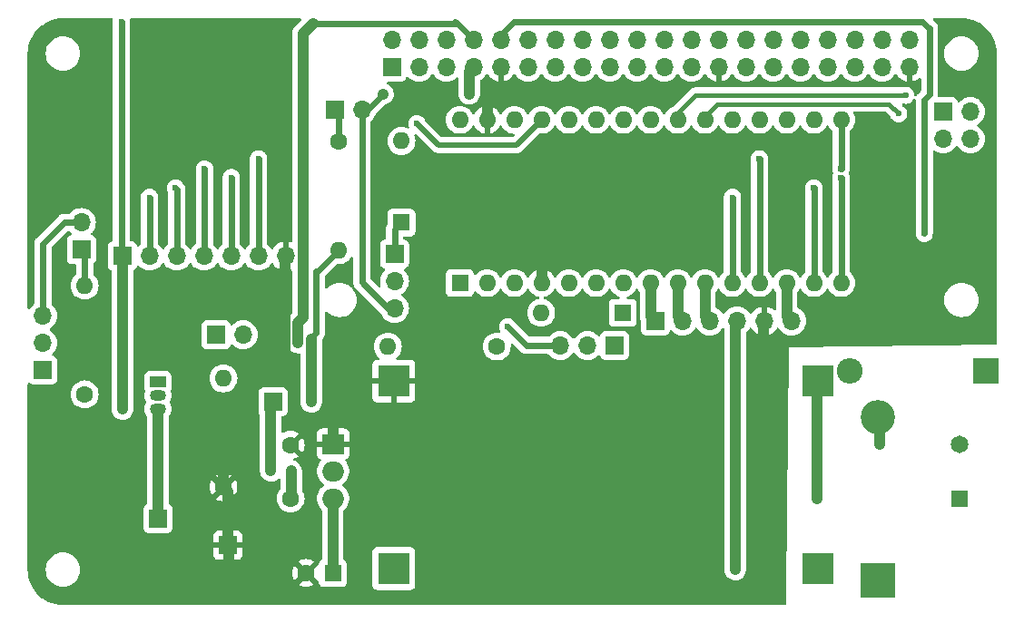
<source format=gbr>
G04 #@! TF.GenerationSoftware,KiCad,Pcbnew,7.0.11+dfsg-1build4*
G04 #@! TF.CreationDate,2025-04-23T22:41:42-04:00*
G04 #@! TF.ProjectId,trackteur_arduino_V1,74726163-6b74-4657-9572-5f6172647569,rev?*
G04 #@! TF.SameCoordinates,Original*
G04 #@! TF.FileFunction,Copper,L1,Top*
G04 #@! TF.FilePolarity,Positive*
%FSLAX46Y46*%
G04 Gerber Fmt 4.6, Leading zero omitted, Abs format (unit mm)*
G04 Created by KiCad (PCBNEW 7.0.11+dfsg-1build4) date 2025-04-23 22:41:42*
%MOMM*%
%LPD*%
G01*
G04 APERTURE LIST*
G04 #@! TA.AperFunction,ComponentPad*
%ADD10R,1.700000X1.700000*%
G04 #@! TD*
G04 #@! TA.AperFunction,ComponentPad*
%ADD11R,1.600000X1.600000*%
G04 #@! TD*
G04 #@! TA.AperFunction,ComponentPad*
%ADD12O,1.600000X1.600000*%
G04 #@! TD*
G04 #@! TA.AperFunction,ComponentPad*
%ADD13R,2.000000X1.905000*%
G04 #@! TD*
G04 #@! TA.AperFunction,ComponentPad*
%ADD14O,2.000000X1.905000*%
G04 #@! TD*
G04 #@! TA.AperFunction,ComponentPad*
%ADD15R,3.200000X3.200000*%
G04 #@! TD*
G04 #@! TA.AperFunction,ComponentPad*
%ADD16O,3.200000X3.200000*%
G04 #@! TD*
G04 #@! TA.AperFunction,ComponentPad*
%ADD17O,1.700000X1.700000*%
G04 #@! TD*
G04 #@! TA.AperFunction,ComponentPad*
%ADD18C,1.600000*%
G04 #@! TD*
G04 #@! TA.AperFunction,ComponentPad*
%ADD19R,2.400000X2.400000*%
G04 #@! TD*
G04 #@! TA.AperFunction,ComponentPad*
%ADD20O,2.400000X2.400000*%
G04 #@! TD*
G04 #@! TA.AperFunction,ComponentPad*
%ADD21R,1.650000X1.650000*%
G04 #@! TD*
G04 #@! TA.AperFunction,ComponentPad*
%ADD22C,1.650000*%
G04 #@! TD*
G04 #@! TA.AperFunction,ComponentPad*
%ADD23R,1.500000X1.050000*%
G04 #@! TD*
G04 #@! TA.AperFunction,ComponentPad*
%ADD24O,1.500000X1.050000*%
G04 #@! TD*
G04 #@! TA.AperFunction,ComponentPad*
%ADD25R,3.000000X3.000000*%
G04 #@! TD*
G04 #@! TA.AperFunction,ViaPad*
%ADD26C,0.600000*%
G04 #@! TD*
G04 #@! TA.AperFunction,Conductor*
%ADD27C,1.000000*%
G04 #@! TD*
G04 #@! TA.AperFunction,Conductor*
%ADD28C,0.600000*%
G04 #@! TD*
G04 #@! TA.AperFunction,Conductor*
%ADD29C,0.500000*%
G04 #@! TD*
G04 #@! TA.AperFunction,Conductor*
%ADD30C,0.400000*%
G04 #@! TD*
G04 APERTURE END LIST*
D10*
X176460000Y-90530000D03*
D11*
X192660000Y-60400000D03*
D12*
X192660000Y-52780000D03*
D10*
X180690000Y-77110000D03*
D13*
X186290000Y-81070000D03*
D14*
X186290000Y-83610000D03*
X186290000Y-86150000D03*
D15*
X237120000Y-93810000D03*
D16*
X237120000Y-78570000D03*
D10*
X159210000Y-74180000D03*
D17*
X159210000Y-71640000D03*
X159210000Y-69100000D03*
D18*
X163120000Y-76440000D03*
D12*
X163120000Y-66280000D03*
D10*
X212550000Y-71870000D03*
D17*
X210010000Y-71870000D03*
X207470000Y-71870000D03*
D11*
X213310000Y-68820000D03*
D12*
X205690000Y-68820000D03*
D19*
X247160000Y-74270000D03*
D20*
X234460000Y-74270000D03*
D21*
X244730000Y-86210000D03*
D22*
X244730000Y-81130000D03*
D10*
X216340000Y-69570000D03*
D17*
X218880000Y-69570000D03*
X221420000Y-69570000D03*
X223960000Y-69570000D03*
X226500000Y-69570000D03*
X229040000Y-69570000D03*
D11*
X186269513Y-93116400D03*
D18*
X183769513Y-93116400D03*
D10*
X175370000Y-70880000D03*
D17*
X177910000Y-70880000D03*
D18*
X176060000Y-85100000D03*
D12*
X176060000Y-74940000D03*
D10*
X192020000Y-63315000D03*
D17*
X192020000Y-65855000D03*
X192020000Y-68395000D03*
D23*
X169950000Y-75270000D03*
D24*
X169950000Y-76540000D03*
X169950000Y-77810000D03*
D10*
X162820000Y-62925000D03*
D17*
X162820000Y-60385000D03*
D10*
X166630000Y-63521200D03*
D17*
X169170000Y-63521200D03*
X171710000Y-63521200D03*
X174250000Y-63521200D03*
X176790000Y-63521200D03*
X179330000Y-63521200D03*
X181870000Y-63521200D03*
D10*
X186425000Y-49860000D03*
D17*
X188965000Y-49860000D03*
D10*
X169970000Y-88020000D03*
D18*
X186790000Y-52830000D03*
D12*
X186790000Y-62990000D03*
D18*
X182330000Y-86150000D03*
X182330000Y-81150000D03*
D25*
X231490000Y-92700000D03*
X191940000Y-92700000D03*
X231490000Y-75200000D03*
X191940000Y-75200000D03*
D10*
X191770000Y-45890000D03*
D17*
X191770000Y-43350000D03*
X194310000Y-45890000D03*
X194310000Y-43350000D03*
X196850000Y-45890000D03*
X196850000Y-43350000D03*
X199390000Y-45890000D03*
X199390000Y-43350000D03*
X201930000Y-45890000D03*
X201930000Y-43350000D03*
X204470000Y-45890000D03*
X204470000Y-43350000D03*
X207010000Y-45890000D03*
X207010000Y-43350000D03*
X209550000Y-45890000D03*
X209550000Y-43350000D03*
X212090000Y-45890000D03*
X212090000Y-43350000D03*
X214630000Y-45890000D03*
X214630000Y-43350000D03*
X217170000Y-45890000D03*
X217170000Y-43350000D03*
X219710000Y-45890000D03*
X219710000Y-43350000D03*
X222250000Y-45890000D03*
X222250000Y-43350000D03*
X224790000Y-45890000D03*
X224790000Y-43350000D03*
X227330000Y-45890000D03*
X227330000Y-43350000D03*
X229870000Y-45890000D03*
X229870000Y-43350000D03*
X232410000Y-45890000D03*
X232410000Y-43350000D03*
X234950000Y-45890000D03*
X234950000Y-43350000D03*
X237490000Y-45890000D03*
X237490000Y-43350000D03*
X240030000Y-45890000D03*
X240030000Y-43350000D03*
D10*
X243179600Y-50038000D03*
D17*
X245719600Y-50038000D03*
X243179600Y-52578000D03*
X245719600Y-52578000D03*
D18*
X201560000Y-71970000D03*
D12*
X191400000Y-71970000D03*
D11*
X198120000Y-66040000D03*
D12*
X200660000Y-66040000D03*
X203200000Y-66040000D03*
X205740000Y-66040000D03*
X208280000Y-66040000D03*
X210820000Y-66040000D03*
X213360000Y-66040000D03*
X215900000Y-66040000D03*
X218440000Y-66040000D03*
X220980000Y-66040000D03*
X223520000Y-66040000D03*
X226060000Y-66040000D03*
X228600000Y-66040000D03*
X231140000Y-66040000D03*
X233680000Y-66040000D03*
X233680000Y-50800000D03*
X231140000Y-50800000D03*
X228600000Y-50800000D03*
X226060000Y-50800000D03*
X223520000Y-50800000D03*
X220980000Y-50800000D03*
X218440000Y-50800000D03*
X215900000Y-50800000D03*
X213360000Y-50800000D03*
X210820000Y-50800000D03*
X208280000Y-50800000D03*
X205740000Y-50800000D03*
X203200000Y-50800000D03*
X200660000Y-50800000D03*
X198120000Y-50800000D03*
D26*
X200690000Y-49060000D03*
X176550000Y-93010000D03*
X176090000Y-81070000D03*
X186250000Y-75220000D03*
X181810000Y-75240000D03*
X197770000Y-75115000D03*
X197770000Y-68865000D03*
X205745000Y-52940000D03*
X226450000Y-75075000D03*
X190945000Y-48390000D03*
X198995000Y-48390000D03*
X169170000Y-58040000D03*
X223545000Y-58040000D03*
X179345000Y-54440000D03*
X226045000Y-54440000D03*
X231120000Y-57165000D03*
X171595000Y-57165000D03*
X176800000Y-56190000D03*
X233650000Y-56190000D03*
X233650000Y-55365000D03*
X174300000Y-55375000D03*
X194110000Y-51150000D03*
X166550000Y-41620000D03*
X223800000Y-92800000D03*
X166630000Y-77830000D03*
X166550000Y-51450000D03*
X186269513Y-88070000D03*
X183470000Y-69270000D03*
X202590000Y-70130000D03*
X183010000Y-71600000D03*
X184195000Y-71240000D03*
X182380000Y-83590000D03*
X184245000Y-77140000D03*
X180480000Y-83590000D03*
X241430000Y-61420000D03*
X239040000Y-50240000D03*
X239690000Y-48510000D03*
X237260000Y-81110000D03*
X231390000Y-86150000D03*
D27*
X240040000Y-45900000D02*
X240030000Y-45890000D01*
X176460000Y-85500000D02*
X176060000Y-85100000D01*
X186290000Y-81070000D02*
X186290000Y-75260000D01*
X226450000Y-75075000D02*
X226450000Y-69620000D01*
D28*
X232445000Y-43315000D02*
X232410000Y-43350000D01*
D27*
X226450000Y-69620000D02*
X226500000Y-69570000D01*
X186290000Y-75260000D02*
X186250000Y-75220000D01*
X200660000Y-50800000D02*
X200660000Y-49090000D01*
X200660000Y-49090000D02*
X200690000Y-49060000D01*
X205670000Y-66110000D02*
X205740000Y-66040000D01*
D28*
X227320000Y-43340000D02*
X227330000Y-43350000D01*
D27*
X205740000Y-52945000D02*
X205740000Y-66040000D01*
X176460000Y-90530000D02*
X176460000Y-85500000D01*
X197770000Y-75115000D02*
X197770000Y-68865000D01*
X176090000Y-85070000D02*
X176060000Y-85100000D01*
X181810000Y-63581200D02*
X181870000Y-63521200D01*
X176550000Y-93010000D02*
X176550000Y-90620000D01*
X205745000Y-52940000D02*
X205740000Y-52945000D01*
X201920000Y-45900000D02*
X201930000Y-45890000D01*
X176550000Y-90620000D02*
X176460000Y-90530000D01*
X176090000Y-81070000D02*
X176090000Y-85070000D01*
X181810000Y-75240000D02*
X181810000Y-63581200D01*
D28*
X188965000Y-49860000D02*
X189475000Y-49860000D01*
X189475000Y-49860000D02*
X190945000Y-48390000D01*
X192020000Y-68395000D02*
X191395000Y-68395000D01*
D27*
X198995000Y-46285000D02*
X199390000Y-45890000D01*
X198995000Y-48390000D02*
X198995000Y-46285000D01*
D28*
X188965000Y-65965000D02*
X188965000Y-49860000D01*
D27*
X190930000Y-48405000D02*
X190945000Y-48390000D01*
D28*
X191395000Y-68395000D02*
X188965000Y-65965000D01*
X223520000Y-66040000D02*
X223520000Y-58065000D01*
X169170000Y-63521200D02*
X169170000Y-58040000D01*
X223520000Y-58065000D02*
X223545000Y-58040000D01*
X179330000Y-54455000D02*
X179345000Y-54440000D01*
X179330000Y-63521200D02*
X179330000Y-54455000D01*
X226060000Y-54455000D02*
X226045000Y-54440000D01*
X226060000Y-66040000D02*
X226060000Y-54455000D01*
X231140000Y-66040000D02*
X231140000Y-57185000D01*
X231140000Y-57185000D02*
X231120000Y-57165000D01*
X171710000Y-57280000D02*
X171595000Y-57165000D01*
X171710000Y-63521200D02*
X171710000Y-57280000D01*
X233680000Y-56220000D02*
X233650000Y-56190000D01*
X233680000Y-66040000D02*
X233680000Y-56220000D01*
X176790000Y-63521200D02*
X176790000Y-56200000D01*
X176790000Y-56200000D02*
X176800000Y-56190000D01*
X233680000Y-50800000D02*
X233680000Y-55335000D01*
X174300000Y-63471200D02*
X174250000Y-63521200D01*
X233680000Y-55335000D02*
X233650000Y-55365000D01*
X174300000Y-55375000D02*
X174300000Y-63471200D01*
D29*
X203390000Y-53150000D02*
X202590000Y-53150000D01*
D27*
X223800000Y-69730000D02*
X223960000Y-69570000D01*
X186269513Y-93116400D02*
X186269513Y-88070000D01*
D29*
X196110000Y-53150000D02*
X194110000Y-51150000D01*
X202590000Y-53150000D02*
X196110000Y-53150000D01*
D27*
X223800000Y-92800000D02*
X223800000Y-69730000D01*
X166630000Y-77830000D02*
X166630000Y-63521200D01*
D28*
X166550000Y-63441200D02*
X166630000Y-63521200D01*
X166550000Y-41620000D02*
X166550000Y-51450000D01*
D27*
X169970000Y-88020000D02*
X169970000Y-77830000D01*
D29*
X205740000Y-50800000D02*
X203390000Y-53150000D01*
D27*
X186269513Y-86170487D02*
X186269513Y-88070000D01*
X186290000Y-86150000D02*
X186269513Y-86170487D01*
D28*
X166550000Y-51450000D02*
X166550000Y-63441200D01*
D27*
X169970000Y-77830000D02*
X169950000Y-77810000D01*
D28*
X202590000Y-70130000D02*
X204330000Y-71870000D01*
D27*
X183470000Y-69270000D02*
X183470000Y-42770000D01*
D28*
X197885000Y-41845000D02*
X197860000Y-41820000D01*
X197860000Y-41820000D02*
X184420000Y-41820000D01*
X199390000Y-43350000D02*
X197885000Y-41845000D01*
D27*
X183010000Y-69730000D02*
X183010000Y-71600000D01*
D28*
X197885000Y-41845000D02*
X197660000Y-41620000D01*
D27*
X183470000Y-42770000D02*
X184420000Y-41820000D01*
X183390000Y-69350000D02*
X183010000Y-69730000D01*
D28*
X204330000Y-71870000D02*
X207470000Y-71870000D01*
D27*
X183390000Y-69350000D02*
X183470000Y-69270000D01*
D28*
X184195000Y-71240000D02*
X184720000Y-70715000D01*
D27*
X182380000Y-86100000D02*
X182330000Y-86150000D01*
D28*
X184245000Y-71290000D02*
X184195000Y-71240000D01*
D27*
X182380000Y-83590000D02*
X182380000Y-86100000D01*
D28*
X184720000Y-64960000D02*
X184820000Y-64960000D01*
X184820000Y-64960000D02*
X186790000Y-62990000D01*
D27*
X180480000Y-83590000D02*
X180480000Y-77320000D01*
D28*
X184720000Y-70715000D02*
X184720000Y-64960000D01*
D27*
X180480000Y-77320000D02*
X180690000Y-77110000D01*
X184245000Y-77140000D02*
X184245000Y-71290000D01*
D28*
X201930000Y-43350000D02*
X201930000Y-42850000D01*
X241240000Y-41650000D02*
X241870000Y-42280000D01*
X241580000Y-48770000D02*
X241430000Y-48920000D01*
X159210000Y-62390000D02*
X159210000Y-69100000D01*
X241920000Y-42280000D02*
X241920000Y-48430000D01*
X241430000Y-48920000D02*
X241430000Y-61420000D01*
X162820000Y-60385000D02*
X161215000Y-60385000D01*
X241210000Y-41620000D02*
X241240000Y-41650000D01*
X161215000Y-60385000D02*
X159210000Y-62390000D01*
X203160000Y-41620000D02*
X241210000Y-41620000D01*
X241920000Y-48430000D02*
X241580000Y-48770000D01*
X241870000Y-42280000D02*
X241920000Y-42280000D01*
X201930000Y-42850000D02*
X203160000Y-41620000D01*
D27*
X208290000Y-66030000D02*
X208280000Y-66040000D01*
X215900000Y-69130000D02*
X216340000Y-69570000D01*
X215900000Y-66040000D02*
X215900000Y-69130000D01*
X218440000Y-66040000D02*
X218440000Y-69130000D01*
X218440000Y-69130000D02*
X218880000Y-69570000D01*
X220980000Y-66040000D02*
X220980000Y-69130000D01*
X220980000Y-69130000D02*
X221420000Y-69570000D01*
X228600000Y-66040000D02*
X228600000Y-69130000D01*
X228600000Y-69130000D02*
X229040000Y-69570000D01*
D30*
X220980000Y-50800000D02*
X220980000Y-50420000D01*
X238120000Y-49320000D02*
X239040000Y-50240000D01*
X222080000Y-49320000D02*
X238120000Y-49320000D01*
X220980000Y-50420000D02*
X222080000Y-49320000D01*
X218440000Y-50800000D02*
X218440000Y-50130000D01*
X220090000Y-48480000D02*
X220150000Y-48480000D01*
X218440000Y-50130000D02*
X219840000Y-48730000D01*
X219840000Y-48730000D02*
X220090000Y-48480000D01*
X220150000Y-48480000D02*
X239660000Y-48480000D01*
X239660000Y-48480000D02*
X239690000Y-48510000D01*
D28*
X237260000Y-78710000D02*
X237120000Y-78570000D01*
D27*
X237260000Y-81110000D02*
X237260000Y-78710000D01*
D28*
X231390000Y-75300000D02*
X231490000Y-75200000D01*
D27*
X231390000Y-86150000D02*
X231390000Y-75300000D01*
D28*
X192020000Y-61040000D02*
X192660000Y-60400000D01*
X192020000Y-63315000D02*
X192020000Y-61040000D01*
X186790000Y-52830000D02*
X186790000Y-50225000D01*
X186790000Y-50225000D02*
X186425000Y-49860000D01*
X176070000Y-74930000D02*
X176060000Y-74940000D01*
X163120000Y-66280000D02*
X163120000Y-63225000D01*
X163120000Y-63225000D02*
X162820000Y-62925000D01*
G04 #@! TA.AperFunction,Conductor*
G36*
X165706463Y-41340185D02*
G01*
X165752218Y-41392989D01*
X165762644Y-41458383D01*
X165744435Y-41619996D01*
X165744435Y-41620001D01*
X165748720Y-41658029D01*
X165749500Y-41671914D01*
X165749500Y-51398085D01*
X165748720Y-51411969D01*
X165744435Y-51449998D01*
X165744435Y-51450001D01*
X165748720Y-51488029D01*
X165749500Y-51501914D01*
X165749500Y-62062300D01*
X165729815Y-62129339D01*
X165677011Y-62175094D01*
X165668833Y-62178482D01*
X165537671Y-62227402D01*
X165537664Y-62227406D01*
X165422455Y-62313652D01*
X165422452Y-62313655D01*
X165336206Y-62428864D01*
X165336202Y-62428871D01*
X165285908Y-62563717D01*
X165279501Y-62623316D01*
X165279500Y-62623335D01*
X165279500Y-64419070D01*
X165279501Y-64419076D01*
X165285908Y-64478683D01*
X165336202Y-64613528D01*
X165336206Y-64613535D01*
X165422452Y-64728744D01*
X165422455Y-64728747D01*
X165537665Y-64814994D01*
X165537667Y-64814994D01*
X165537669Y-64814996D01*
X165548830Y-64819158D01*
X165604764Y-64861026D01*
X165629184Y-64926489D01*
X165629500Y-64935341D01*
X165629500Y-77880743D01*
X165644925Y-78032439D01*
X165705837Y-78226579D01*
X165705844Y-78226594D01*
X165804589Y-78404499D01*
X165804592Y-78404504D01*
X165937132Y-78558893D01*
X165937134Y-78558895D01*
X166098037Y-78683445D01*
X166098038Y-78683445D01*
X166098042Y-78683448D01*
X166280729Y-78773060D01*
X166477715Y-78824063D01*
X166680936Y-78834369D01*
X166882071Y-78803556D01*
X167072887Y-78732886D01*
X167245571Y-78625252D01*
X167393053Y-78485059D01*
X167509295Y-78318049D01*
X167589540Y-78131058D01*
X167630500Y-77931741D01*
X167630500Y-71777870D01*
X174019500Y-71777870D01*
X174019501Y-71777876D01*
X174025908Y-71837483D01*
X174076202Y-71972328D01*
X174076206Y-71972335D01*
X174162452Y-72087544D01*
X174162454Y-72087546D01*
X174277664Y-72173793D01*
X174277671Y-72173797D01*
X174412517Y-72224091D01*
X174412516Y-72224091D01*
X174419444Y-72224835D01*
X174472127Y-72230500D01*
X176267872Y-72230499D01*
X176327483Y-72224091D01*
X176462331Y-72173796D01*
X176577546Y-72087546D01*
X176663796Y-71972331D01*
X176712810Y-71840916D01*
X176754681Y-71784984D01*
X176820145Y-71760566D01*
X176888418Y-71775417D01*
X176916673Y-71796569D01*
X177038599Y-71918495D01*
X177135384Y-71986265D01*
X177232165Y-72054032D01*
X177232167Y-72054033D01*
X177232170Y-72054035D01*
X177446337Y-72153903D01*
X177674592Y-72215063D01*
X177851034Y-72230500D01*
X177909999Y-72235659D01*
X177910000Y-72235659D01*
X177910001Y-72235659D01*
X177968966Y-72230500D01*
X178145408Y-72215063D01*
X178373663Y-72153903D01*
X178587830Y-72054035D01*
X178781401Y-71918495D01*
X178948495Y-71751401D01*
X179084035Y-71557830D01*
X179183903Y-71343663D01*
X179245063Y-71115408D01*
X179265659Y-70880000D01*
X179245063Y-70644592D01*
X179190619Y-70441400D01*
X179183905Y-70416344D01*
X179183904Y-70416343D01*
X179183903Y-70416337D01*
X179084035Y-70202171D01*
X179039448Y-70138493D01*
X178948494Y-70008597D01*
X178781402Y-69841506D01*
X178781395Y-69841501D01*
X178764187Y-69829452D01*
X178704518Y-69787671D01*
X178587834Y-69705967D01*
X178587830Y-69705965D01*
X178567867Y-69696656D01*
X178373663Y-69606097D01*
X178373659Y-69606096D01*
X178373655Y-69606094D01*
X178145413Y-69544938D01*
X178145403Y-69544936D01*
X177910001Y-69524341D01*
X177909999Y-69524341D01*
X177674596Y-69544936D01*
X177674586Y-69544938D01*
X177446344Y-69606094D01*
X177446335Y-69606098D01*
X177232171Y-69705964D01*
X177232169Y-69705965D01*
X177038600Y-69841503D01*
X176916673Y-69963430D01*
X176855350Y-69996914D01*
X176785658Y-69991930D01*
X176729725Y-69950058D01*
X176712810Y-69919081D01*
X176663797Y-69787671D01*
X176663793Y-69787664D01*
X176577547Y-69672455D01*
X176577544Y-69672452D01*
X176462335Y-69586206D01*
X176462328Y-69586202D01*
X176327482Y-69535908D01*
X176327483Y-69535908D01*
X176267883Y-69529501D01*
X176267881Y-69529500D01*
X176267873Y-69529500D01*
X176267864Y-69529500D01*
X174472129Y-69529500D01*
X174472123Y-69529501D01*
X174412516Y-69535908D01*
X174277671Y-69586202D01*
X174277664Y-69586206D01*
X174162455Y-69672452D01*
X174162452Y-69672455D01*
X174076206Y-69787664D01*
X174076202Y-69787671D01*
X174025908Y-69922517D01*
X174019501Y-69982116D01*
X174019500Y-69982135D01*
X174019500Y-71777870D01*
X167630500Y-71777870D01*
X167630500Y-64935341D01*
X167650185Y-64868302D01*
X167702989Y-64822547D01*
X167711149Y-64819166D01*
X167722331Y-64814996D01*
X167749533Y-64794633D01*
X167788923Y-64765145D01*
X167837546Y-64728746D01*
X167923796Y-64613531D01*
X167972810Y-64482116D01*
X168014681Y-64426184D01*
X168080145Y-64401766D01*
X168148418Y-64416617D01*
X168176673Y-64437769D01*
X168298599Y-64559695D01*
X168395384Y-64627465D01*
X168492165Y-64695232D01*
X168492167Y-64695233D01*
X168492170Y-64695235D01*
X168706337Y-64795103D01*
X168706343Y-64795104D01*
X168706344Y-64795105D01*
X168724658Y-64800012D01*
X168934592Y-64856263D01*
X169122918Y-64872739D01*
X169169999Y-64876859D01*
X169170000Y-64876859D01*
X169170001Y-64876859D01*
X169209234Y-64873426D01*
X169405408Y-64856263D01*
X169633663Y-64795103D01*
X169847830Y-64695235D01*
X170041401Y-64559695D01*
X170208495Y-64392601D01*
X170338425Y-64207042D01*
X170393002Y-64163417D01*
X170462500Y-64156223D01*
X170524855Y-64187746D01*
X170541575Y-64207042D01*
X170671278Y-64392278D01*
X170671505Y-64392601D01*
X170838599Y-64559695D01*
X170935384Y-64627465D01*
X171032165Y-64695232D01*
X171032167Y-64695233D01*
X171032170Y-64695235D01*
X171246337Y-64795103D01*
X171246343Y-64795104D01*
X171246344Y-64795105D01*
X171264658Y-64800012D01*
X171474592Y-64856263D01*
X171662918Y-64872739D01*
X171709999Y-64876859D01*
X171710000Y-64876859D01*
X171710001Y-64876859D01*
X171749234Y-64873426D01*
X171945408Y-64856263D01*
X172173663Y-64795103D01*
X172387830Y-64695235D01*
X172581401Y-64559695D01*
X172748495Y-64392601D01*
X172878425Y-64207042D01*
X172933002Y-64163417D01*
X173002500Y-64156223D01*
X173064855Y-64187746D01*
X173081575Y-64207042D01*
X173211278Y-64392278D01*
X173211505Y-64392601D01*
X173378599Y-64559695D01*
X173475384Y-64627465D01*
X173572165Y-64695232D01*
X173572167Y-64695233D01*
X173572170Y-64695235D01*
X173786337Y-64795103D01*
X173786343Y-64795104D01*
X173786344Y-64795105D01*
X173804658Y-64800012D01*
X174014592Y-64856263D01*
X174202918Y-64872739D01*
X174249999Y-64876859D01*
X174250000Y-64876859D01*
X174250001Y-64876859D01*
X174289234Y-64873426D01*
X174485408Y-64856263D01*
X174713663Y-64795103D01*
X174927830Y-64695235D01*
X175121401Y-64559695D01*
X175288495Y-64392601D01*
X175418425Y-64207042D01*
X175473002Y-64163417D01*
X175542500Y-64156223D01*
X175604855Y-64187746D01*
X175621575Y-64207042D01*
X175751278Y-64392278D01*
X175751505Y-64392601D01*
X175918599Y-64559695D01*
X176015384Y-64627465D01*
X176112165Y-64695232D01*
X176112167Y-64695233D01*
X176112170Y-64695235D01*
X176326337Y-64795103D01*
X176326343Y-64795104D01*
X176326344Y-64795105D01*
X176344658Y-64800012D01*
X176554592Y-64856263D01*
X176742918Y-64872739D01*
X176789999Y-64876859D01*
X176790000Y-64876859D01*
X176790001Y-64876859D01*
X176829234Y-64873426D01*
X177025408Y-64856263D01*
X177253663Y-64795103D01*
X177467830Y-64695235D01*
X177661401Y-64559695D01*
X177828495Y-64392601D01*
X177958425Y-64207042D01*
X178013002Y-64163417D01*
X178082500Y-64156223D01*
X178144855Y-64187746D01*
X178161575Y-64207042D01*
X178291278Y-64392278D01*
X178291505Y-64392601D01*
X178458599Y-64559695D01*
X178555384Y-64627465D01*
X178652165Y-64695232D01*
X178652167Y-64695233D01*
X178652170Y-64695235D01*
X178866337Y-64795103D01*
X178866343Y-64795104D01*
X178866344Y-64795105D01*
X178884658Y-64800012D01*
X179094592Y-64856263D01*
X179282918Y-64872739D01*
X179329999Y-64876859D01*
X179330000Y-64876859D01*
X179330001Y-64876859D01*
X179369234Y-64873426D01*
X179565408Y-64856263D01*
X179793663Y-64795103D01*
X180007830Y-64695235D01*
X180201401Y-64559695D01*
X180368495Y-64392601D01*
X180498730Y-64206605D01*
X180553307Y-64162981D01*
X180622805Y-64155787D01*
X180685160Y-64187310D01*
X180701879Y-64206605D01*
X180831890Y-64392278D01*
X180998917Y-64559305D01*
X181192421Y-64694800D01*
X181406507Y-64794629D01*
X181406516Y-64794633D01*
X181620000Y-64851834D01*
X181620000Y-63956701D01*
X181727685Y-64005880D01*
X181834237Y-64021200D01*
X181905763Y-64021200D01*
X182012315Y-64005880D01*
X182120000Y-63956701D01*
X182120000Y-64851833D01*
X182313407Y-64800012D01*
X182383257Y-64801675D01*
X182441119Y-64840838D01*
X182468623Y-64905066D01*
X182469500Y-64919787D01*
X182469500Y-68804217D01*
X182449815Y-68871256D01*
X182433185Y-68891893D01*
X182312644Y-69012435D01*
X182310397Y-69014626D01*
X182246946Y-69074942D01*
X182213245Y-69123361D01*
X182207574Y-69130882D01*
X182170302Y-69176592D01*
X182170298Y-69176598D01*
X182156209Y-69203568D01*
X182148082Y-69216983D01*
X182130702Y-69241955D01*
X182107438Y-69296165D01*
X182103398Y-69304672D01*
X182076090Y-69356951D01*
X182076090Y-69356952D01*
X182067720Y-69386201D01*
X182062459Y-69400979D01*
X182050459Y-69428943D01*
X182043784Y-69461424D01*
X182040005Y-69479817D01*
X182038588Y-69486711D01*
X182036342Y-69495860D01*
X182020113Y-69552577D01*
X182017802Y-69582926D01*
X182015622Y-69598466D01*
X182009500Y-69628258D01*
X182009500Y-69687240D01*
X182009142Y-69696656D01*
X182004662Y-69755474D01*
X182008506Y-69785649D01*
X182009500Y-69801317D01*
X182009500Y-71650743D01*
X182024925Y-71802439D01*
X182085837Y-71996579D01*
X182085844Y-71996594D01*
X182184589Y-72174499D01*
X182184592Y-72174504D01*
X182317132Y-72328893D01*
X182317134Y-72328895D01*
X182478037Y-72453445D01*
X182478038Y-72453445D01*
X182478042Y-72453448D01*
X182660729Y-72543060D01*
X182857715Y-72594063D01*
X183060936Y-72604369D01*
X183101724Y-72598120D01*
X183170969Y-72607425D01*
X183224193Y-72652691D01*
X183244495Y-72719546D01*
X183244500Y-72720690D01*
X183244500Y-77190743D01*
X183259925Y-77342439D01*
X183320837Y-77536579D01*
X183320844Y-77536594D01*
X183419589Y-77714499D01*
X183419592Y-77714504D01*
X183552132Y-77868893D01*
X183552134Y-77868895D01*
X183713037Y-77993445D01*
X183713038Y-77993445D01*
X183713042Y-77993448D01*
X183895729Y-78083060D01*
X184092715Y-78134063D01*
X184295936Y-78144369D01*
X184497071Y-78113556D01*
X184687887Y-78042886D01*
X184860571Y-77935252D01*
X185008053Y-77795059D01*
X185124295Y-77628049D01*
X185204540Y-77441058D01*
X185245500Y-77241741D01*
X185245500Y-76747844D01*
X189940000Y-76747844D01*
X189946401Y-76807372D01*
X189946403Y-76807379D01*
X189996645Y-76942086D01*
X189996649Y-76942093D01*
X190082809Y-77057187D01*
X190082812Y-77057190D01*
X190197906Y-77143350D01*
X190197913Y-77143354D01*
X190332620Y-77193596D01*
X190332627Y-77193598D01*
X190392155Y-77199999D01*
X190392172Y-77200000D01*
X191690000Y-77200000D01*
X191690000Y-75853837D01*
X191771249Y-75884651D01*
X191897660Y-75900000D01*
X191982340Y-75900000D01*
X192108751Y-75884651D01*
X192190000Y-75853837D01*
X192190000Y-77200000D01*
X193487828Y-77200000D01*
X193487844Y-77199999D01*
X193547372Y-77193598D01*
X193547379Y-77193596D01*
X193682086Y-77143354D01*
X193682093Y-77143350D01*
X193797187Y-77057190D01*
X193797190Y-77057187D01*
X193883350Y-76942093D01*
X193883354Y-76942086D01*
X193933596Y-76807379D01*
X193933598Y-76807372D01*
X193939999Y-76747844D01*
X193940000Y-76747827D01*
X193940000Y-75450000D01*
X192599329Y-75450000D01*
X192640000Y-75284995D01*
X192640000Y-75115005D01*
X192599329Y-74950000D01*
X193940000Y-74950000D01*
X193940000Y-73652172D01*
X193939999Y-73652155D01*
X193933598Y-73592627D01*
X193933596Y-73592620D01*
X193883354Y-73457913D01*
X193883350Y-73457906D01*
X193797190Y-73342812D01*
X193797187Y-73342809D01*
X193682093Y-73256649D01*
X193682086Y-73256645D01*
X193547379Y-73206403D01*
X193547372Y-73206401D01*
X193487844Y-73200000D01*
X192304010Y-73200000D01*
X192236971Y-73180315D01*
X192191216Y-73127511D01*
X192181272Y-73058353D01*
X192210297Y-72994797D01*
X192232887Y-72974425D01*
X192235704Y-72972452D01*
X192239139Y-72970047D01*
X192400047Y-72809139D01*
X192530568Y-72622734D01*
X192626739Y-72416496D01*
X192685635Y-72196692D01*
X192705468Y-71970001D01*
X200254532Y-71970001D01*
X200274364Y-72196686D01*
X200274366Y-72196697D01*
X200333258Y-72416488D01*
X200333261Y-72416497D01*
X200429431Y-72622732D01*
X200429432Y-72622734D01*
X200559954Y-72809141D01*
X200720858Y-72970045D01*
X200724300Y-72972455D01*
X200907266Y-73100568D01*
X201113504Y-73196739D01*
X201333308Y-73255635D01*
X201495230Y-73269801D01*
X201559998Y-73275468D01*
X201560000Y-73275468D01*
X201560002Y-73275468D01*
X201616673Y-73270509D01*
X201786692Y-73255635D01*
X202006496Y-73196739D01*
X202212734Y-73100568D01*
X202399139Y-72970047D01*
X202560047Y-72809139D01*
X202690568Y-72622734D01*
X202786739Y-72416496D01*
X202845635Y-72196692D01*
X202865468Y-71970000D01*
X202853698Y-71835472D01*
X202867464Y-71766974D01*
X202916079Y-71716791D01*
X202984108Y-71700857D01*
X203049952Y-71724232D01*
X203064907Y-71736985D01*
X203700184Y-72372262D01*
X203781367Y-72453445D01*
X203827738Y-72499816D01*
X203860150Y-72520182D01*
X203871490Y-72528229D01*
X203901411Y-72552090D01*
X203901415Y-72552093D01*
X203935897Y-72568698D01*
X203948070Y-72575426D01*
X203980478Y-72595789D01*
X204016613Y-72608433D01*
X204029442Y-72613748D01*
X204063939Y-72630360D01*
X204101249Y-72638876D01*
X204114612Y-72642725D01*
X204150742Y-72655367D01*
X204150745Y-72655368D01*
X204188790Y-72659654D01*
X204202479Y-72661980D01*
X204239806Y-72670500D01*
X204285046Y-72670500D01*
X206317309Y-72670500D01*
X206384348Y-72690185D01*
X206418883Y-72723375D01*
X206431501Y-72741396D01*
X206431508Y-72741405D01*
X206517586Y-72827482D01*
X206598599Y-72908495D01*
X206675750Y-72962517D01*
X206792165Y-73044032D01*
X206792167Y-73044033D01*
X206792170Y-73044035D01*
X207006337Y-73143903D01*
X207234592Y-73205063D01*
X207411034Y-73220500D01*
X207469999Y-73225659D01*
X207470000Y-73225659D01*
X207470001Y-73225659D01*
X207528966Y-73220500D01*
X207705408Y-73205063D01*
X207933663Y-73143903D01*
X208147830Y-73044035D01*
X208341401Y-72908495D01*
X208508495Y-72741401D01*
X208628861Y-72569501D01*
X208638425Y-72555842D01*
X208693002Y-72512217D01*
X208762500Y-72505023D01*
X208824855Y-72536546D01*
X208841575Y-72555842D01*
X208958883Y-72723376D01*
X208971505Y-72741401D01*
X209138599Y-72908495D01*
X209215750Y-72962517D01*
X209332165Y-73044032D01*
X209332167Y-73044033D01*
X209332170Y-73044035D01*
X209546337Y-73143903D01*
X209774592Y-73205063D01*
X209951034Y-73220500D01*
X210009999Y-73225659D01*
X210010000Y-73225659D01*
X210010001Y-73225659D01*
X210068966Y-73220500D01*
X210245408Y-73205063D01*
X210473663Y-73143903D01*
X210687830Y-73044035D01*
X210881401Y-72908495D01*
X211003329Y-72786566D01*
X211064648Y-72753084D01*
X211134340Y-72758068D01*
X211190274Y-72799939D01*
X211207189Y-72830917D01*
X211256202Y-72962328D01*
X211256206Y-72962335D01*
X211342452Y-73077544D01*
X211342455Y-73077547D01*
X211457664Y-73163793D01*
X211457671Y-73163797D01*
X211592517Y-73214091D01*
X211592516Y-73214091D01*
X211599444Y-73214835D01*
X211652127Y-73220500D01*
X213447872Y-73220499D01*
X213507483Y-73214091D01*
X213642331Y-73163796D01*
X213757546Y-73077546D01*
X213843796Y-72962331D01*
X213894091Y-72827483D01*
X213900500Y-72767873D01*
X213900499Y-70972128D01*
X213894091Y-70912517D01*
X213892810Y-70909083D01*
X213843797Y-70777671D01*
X213843793Y-70777664D01*
X213757547Y-70662455D01*
X213757544Y-70662452D01*
X213642335Y-70576206D01*
X213642328Y-70576202D01*
X213507482Y-70525908D01*
X213507483Y-70525908D01*
X213447883Y-70519501D01*
X213447881Y-70519500D01*
X213447873Y-70519500D01*
X213447864Y-70519500D01*
X211652129Y-70519500D01*
X211652123Y-70519501D01*
X211592516Y-70525908D01*
X211457671Y-70576202D01*
X211457664Y-70576206D01*
X211342455Y-70662452D01*
X211342452Y-70662455D01*
X211256206Y-70777664D01*
X211256203Y-70777669D01*
X211207189Y-70909083D01*
X211165317Y-70965016D01*
X211099853Y-70989433D01*
X211031580Y-70974581D01*
X211003326Y-70953430D01*
X210881402Y-70831506D01*
X210881395Y-70831501D01*
X210687834Y-70695967D01*
X210687830Y-70695965D01*
X210662952Y-70684364D01*
X210473663Y-70596097D01*
X210473659Y-70596096D01*
X210473655Y-70596094D01*
X210245413Y-70534938D01*
X210245403Y-70534936D01*
X210010001Y-70514341D01*
X210009999Y-70514341D01*
X209774596Y-70534936D01*
X209774586Y-70534938D01*
X209546344Y-70596094D01*
X209546335Y-70596098D01*
X209332171Y-70695964D01*
X209332169Y-70695965D01*
X209138597Y-70831505D01*
X208971505Y-70998597D01*
X208841575Y-71184158D01*
X208786998Y-71227783D01*
X208717500Y-71234977D01*
X208655145Y-71203454D01*
X208638425Y-71184158D01*
X208508494Y-70998597D01*
X208341402Y-70831506D01*
X208341395Y-70831501D01*
X208147834Y-70695967D01*
X208147830Y-70695965D01*
X208122952Y-70684364D01*
X207933663Y-70596097D01*
X207933659Y-70596096D01*
X207933655Y-70596094D01*
X207705413Y-70534938D01*
X207705403Y-70534936D01*
X207470001Y-70514341D01*
X207469999Y-70514341D01*
X207234596Y-70534936D01*
X207234586Y-70534938D01*
X207006344Y-70596094D01*
X207006335Y-70596098D01*
X206792171Y-70695964D01*
X206792169Y-70695965D01*
X206598597Y-70831505D01*
X206431508Y-70998594D01*
X206418884Y-71016624D01*
X206364307Y-71060248D01*
X206317309Y-71069500D01*
X204712940Y-71069500D01*
X204645901Y-71049815D01*
X204625259Y-71033181D01*
X203092262Y-69500184D01*
X203092259Y-69500182D01*
X203059849Y-69479817D01*
X203048510Y-69471771D01*
X203018589Y-69447910D01*
X202984093Y-69431296D01*
X202971927Y-69424572D01*
X202939524Y-69404212D01*
X202939525Y-69404212D01*
X202930286Y-69400979D01*
X202903393Y-69391568D01*
X202890554Y-69386250D01*
X202856061Y-69369639D01*
X202818735Y-69361119D01*
X202805380Y-69357271D01*
X202769260Y-69344633D01*
X202769256Y-69344632D01*
X202769255Y-69344632D01*
X202751139Y-69342590D01*
X202731217Y-69340345D01*
X202717518Y-69338017D01*
X202680200Y-69329501D01*
X202680196Y-69329500D01*
X202680194Y-69329500D01*
X202680191Y-69329500D01*
X202641915Y-69329500D01*
X202628031Y-69328720D01*
X202590002Y-69324435D01*
X202589998Y-69324435D01*
X202551969Y-69328720D01*
X202538085Y-69329500D01*
X202499806Y-69329500D01*
X202492334Y-69331205D01*
X202462478Y-69338018D01*
X202448781Y-69340345D01*
X202410743Y-69344632D01*
X202374622Y-69357271D01*
X202361269Y-69361118D01*
X202323939Y-69369639D01*
X202289452Y-69386247D01*
X202276613Y-69391565D01*
X202240483Y-69404208D01*
X202240476Y-69404212D01*
X202208064Y-69424577D01*
X202195900Y-69431300D01*
X202161413Y-69447909D01*
X202131492Y-69471770D01*
X202120153Y-69479815D01*
X202087742Y-69500180D01*
X202087736Y-69500185D01*
X202060664Y-69527255D01*
X202050305Y-69536513D01*
X202020380Y-69560380D01*
X201996513Y-69590305D01*
X201987255Y-69600664D01*
X201960185Y-69627736D01*
X201960180Y-69627742D01*
X201939815Y-69660153D01*
X201931770Y-69671492D01*
X201907909Y-69701413D01*
X201891300Y-69735900D01*
X201884577Y-69748064D01*
X201864212Y-69780476D01*
X201864208Y-69780483D01*
X201851565Y-69816613D01*
X201846247Y-69829452D01*
X201829639Y-69863939D01*
X201821118Y-69901269D01*
X201817271Y-69914622D01*
X201804632Y-69950743D01*
X201800345Y-69988781D01*
X201798018Y-70002478D01*
X201789500Y-70039807D01*
X201789500Y-70078085D01*
X201788720Y-70091969D01*
X201784435Y-70129998D01*
X201784435Y-70130001D01*
X201788720Y-70168029D01*
X201789500Y-70181914D01*
X201789500Y-70220191D01*
X201789501Y-70220200D01*
X201798017Y-70257518D01*
X201800345Y-70271217D01*
X201804633Y-70309260D01*
X201817271Y-70345380D01*
X201821119Y-70358735D01*
X201829639Y-70396061D01*
X201846250Y-70430554D01*
X201851568Y-70443393D01*
X201855579Y-70454855D01*
X201864212Y-70479525D01*
X201872185Y-70492213D01*
X201891185Y-70559450D01*
X201870817Y-70626285D01*
X201817549Y-70671499D01*
X201756384Y-70681713D01*
X201560002Y-70664532D01*
X201559998Y-70664532D01*
X201333313Y-70684364D01*
X201333302Y-70684366D01*
X201113511Y-70743258D01*
X201113502Y-70743261D01*
X200907267Y-70839431D01*
X200907265Y-70839432D01*
X200720858Y-70969954D01*
X200559954Y-71130858D01*
X200429432Y-71317265D01*
X200429431Y-71317267D01*
X200333261Y-71523502D01*
X200333258Y-71523511D01*
X200274366Y-71743302D01*
X200274364Y-71743313D01*
X200254532Y-71969998D01*
X200254532Y-71970001D01*
X192705468Y-71970001D01*
X192705468Y-71970000D01*
X192685635Y-71743308D01*
X192626739Y-71523504D01*
X192530568Y-71317266D01*
X192400047Y-71130861D01*
X192400045Y-71130858D01*
X192239141Y-70969954D01*
X192052734Y-70839432D01*
X192052732Y-70839431D01*
X191846497Y-70743261D01*
X191846488Y-70743258D01*
X191626697Y-70684366D01*
X191626693Y-70684365D01*
X191626692Y-70684365D01*
X191626691Y-70684364D01*
X191626686Y-70684364D01*
X191400002Y-70664532D01*
X191399998Y-70664532D01*
X191173313Y-70684364D01*
X191173302Y-70684366D01*
X190953511Y-70743258D01*
X190953502Y-70743261D01*
X190747267Y-70839431D01*
X190747265Y-70839432D01*
X190560858Y-70969954D01*
X190399954Y-71130858D01*
X190269432Y-71317265D01*
X190269431Y-71317267D01*
X190173261Y-71523502D01*
X190173258Y-71523511D01*
X190114366Y-71743302D01*
X190114364Y-71743313D01*
X190094532Y-71969998D01*
X190094532Y-71970001D01*
X190114364Y-72196686D01*
X190114366Y-72196697D01*
X190173258Y-72416488D01*
X190173261Y-72416497D01*
X190269431Y-72622732D01*
X190269432Y-72622734D01*
X190399954Y-72809141D01*
X190560858Y-72970045D01*
X190567113Y-72974425D01*
X190610738Y-73029001D01*
X190617932Y-73098500D01*
X190586410Y-73160854D01*
X190526180Y-73196269D01*
X190495990Y-73200000D01*
X190392155Y-73200000D01*
X190332627Y-73206401D01*
X190332620Y-73206403D01*
X190197913Y-73256645D01*
X190197906Y-73256649D01*
X190082812Y-73342809D01*
X190082809Y-73342812D01*
X189996649Y-73457906D01*
X189996645Y-73457913D01*
X189946403Y-73592620D01*
X189946401Y-73592627D01*
X189940000Y-73652155D01*
X189940000Y-74950000D01*
X191280671Y-74950000D01*
X191240000Y-75115005D01*
X191240000Y-75284995D01*
X191280671Y-75450000D01*
X189940000Y-75450000D01*
X189940000Y-76747844D01*
X185245500Y-76747844D01*
X185245500Y-71372940D01*
X185265185Y-71305901D01*
X185281819Y-71285259D01*
X185349815Y-71217263D01*
X185349816Y-71217262D01*
X185370182Y-71184847D01*
X185378222Y-71173515D01*
X185402091Y-71143587D01*
X185418698Y-71109100D01*
X185425419Y-71096939D01*
X185445789Y-71064522D01*
X185458429Y-71028397D01*
X185463745Y-71015561D01*
X185480360Y-70981061D01*
X185488881Y-70943726D01*
X185492722Y-70930392D01*
X185505368Y-70894255D01*
X185509654Y-70856211D01*
X185511982Y-70842512D01*
X185512685Y-70839432D01*
X185520500Y-70805194D01*
X185520500Y-70624806D01*
X185520500Y-68805329D01*
X185540185Y-68738290D01*
X185592989Y-68692535D01*
X185662147Y-68682591D01*
X185725703Y-68711616D01*
X185738781Y-68724788D01*
X185764776Y-68755224D01*
X185892834Y-68864596D01*
X185956343Y-68918838D01*
X185956346Y-68918839D01*
X186171140Y-69050466D01*
X186347126Y-69123361D01*
X186403889Y-69146873D01*
X186648852Y-69205683D01*
X186837118Y-69220500D01*
X186837126Y-69220500D01*
X186962874Y-69220500D01*
X186962882Y-69220500D01*
X187151148Y-69205683D01*
X187396111Y-69146873D01*
X187628859Y-69050466D01*
X187843659Y-68918836D01*
X188035224Y-68755224D01*
X188198836Y-68563659D01*
X188330466Y-68348859D01*
X188426873Y-68116111D01*
X188485683Y-67871148D01*
X188505449Y-67620000D01*
X188485683Y-67368852D01*
X188426873Y-67123889D01*
X188424906Y-67119141D01*
X188330466Y-66891140D01*
X188199552Y-66677509D01*
X188181307Y-66610063D01*
X188189703Y-66583578D01*
X188162235Y-66587241D01*
X188098980Y-66557566D01*
X188086855Y-66545228D01*
X188035224Y-66484776D01*
X188014718Y-66467262D01*
X187843656Y-66321161D01*
X187843653Y-66321160D01*
X187628859Y-66189533D01*
X187396110Y-66093126D01*
X187151151Y-66034317D01*
X186962887Y-66019500D01*
X186962882Y-66019500D01*
X186837118Y-66019500D01*
X186837112Y-66019500D01*
X186648848Y-66034317D01*
X186403889Y-66093126D01*
X186171140Y-66189533D01*
X185956346Y-66321160D01*
X185956343Y-66321161D01*
X185764776Y-66484776D01*
X185738790Y-66515202D01*
X185680283Y-66553395D01*
X185610415Y-66553893D01*
X185551369Y-66516539D01*
X185521891Y-66453192D01*
X185520500Y-66434670D01*
X185520500Y-65442939D01*
X185540185Y-65375900D01*
X185556814Y-65355262D01*
X186589674Y-64322402D01*
X186650995Y-64288919D01*
X186688156Y-64286557D01*
X186790000Y-64295468D01*
X186790000Y-64295467D01*
X186790001Y-64295468D01*
X186790002Y-64295468D01*
X186864855Y-64288919D01*
X187016692Y-64275635D01*
X187236496Y-64216739D01*
X187442734Y-64120568D01*
X187629139Y-63990047D01*
X187790047Y-63829139D01*
X187920568Y-63642734D01*
X187928118Y-63626542D01*
X187974290Y-63574103D01*
X188041483Y-63554951D01*
X188108364Y-63575166D01*
X188153699Y-63628331D01*
X188164500Y-63678947D01*
X188164500Y-66055191D01*
X188164501Y-66055200D01*
X188173017Y-66092518D01*
X188175345Y-66106217D01*
X188179633Y-66144260D01*
X188192271Y-66180380D01*
X188196119Y-66193735D01*
X188204639Y-66231061D01*
X188221250Y-66265554D01*
X188226570Y-66278397D01*
X188239212Y-66314525D01*
X188259572Y-66346927D01*
X188266296Y-66359093D01*
X188282909Y-66393587D01*
X188286136Y-66398723D01*
X188305132Y-66465961D01*
X188296611Y-66493917D01*
X188325551Y-66490387D01*
X188388470Y-66520767D01*
X188392960Y-66525038D01*
X190747683Y-68879761D01*
X190772384Y-68915037D01*
X190845964Y-69072829D01*
X190845965Y-69072831D01*
X190942382Y-69210528D01*
X190981505Y-69266401D01*
X191148599Y-69433495D01*
X191237665Y-69495860D01*
X191342165Y-69569032D01*
X191342167Y-69569033D01*
X191342170Y-69569035D01*
X191556337Y-69668903D01*
X191556343Y-69668904D01*
X191556344Y-69668905D01*
X191569593Y-69672455D01*
X191784592Y-69730063D01*
X191972918Y-69746539D01*
X192019999Y-69750659D01*
X192020000Y-69750659D01*
X192020001Y-69750659D01*
X192059234Y-69747226D01*
X192255408Y-69730063D01*
X192483663Y-69668903D01*
X192697830Y-69569035D01*
X192891401Y-69433495D01*
X193058495Y-69266401D01*
X193194035Y-69072830D01*
X193293903Y-68858663D01*
X193355063Y-68630408D01*
X193375659Y-68395000D01*
X193355063Y-68159592D01*
X193293903Y-67931337D01*
X193194035Y-67717171D01*
X193174612Y-67689431D01*
X193058494Y-67523597D01*
X192891402Y-67356506D01*
X192891396Y-67356501D01*
X192705842Y-67226575D01*
X192662217Y-67171998D01*
X192655023Y-67102500D01*
X192686546Y-67040145D01*
X192705842Y-67023425D01*
X192814298Y-66947483D01*
X192891401Y-66893495D01*
X193058495Y-66726401D01*
X193194035Y-66532830D01*
X193293903Y-66318663D01*
X193355063Y-66090408D01*
X193375659Y-65855000D01*
X193355063Y-65619592D01*
X193293903Y-65391337D01*
X193194035Y-65177171D01*
X193162767Y-65132516D01*
X193058496Y-64983600D01*
X193001385Y-64926489D01*
X192936567Y-64861671D01*
X192903084Y-64800351D01*
X192908068Y-64730659D01*
X192949939Y-64674725D01*
X192980915Y-64657810D01*
X193112331Y-64608796D01*
X193227546Y-64522546D01*
X193313796Y-64407331D01*
X193364091Y-64272483D01*
X193370500Y-64212873D01*
X193370499Y-62417128D01*
X193364091Y-62357517D01*
X193360392Y-62347600D01*
X193313797Y-62222671D01*
X193313793Y-62222664D01*
X193227547Y-62107455D01*
X193227544Y-62107452D01*
X193112335Y-62021206D01*
X193112328Y-62021202D01*
X192977483Y-61970908D01*
X192931243Y-61965937D01*
X192866693Y-61939199D01*
X192826845Y-61881806D01*
X192820500Y-61842648D01*
X192820500Y-61824499D01*
X192840185Y-61757460D01*
X192892989Y-61711705D01*
X192944500Y-61700499D01*
X193507871Y-61700499D01*
X193507872Y-61700499D01*
X193567483Y-61694091D01*
X193702331Y-61643796D01*
X193817546Y-61557546D01*
X193903796Y-61442331D01*
X193954091Y-61307483D01*
X193960500Y-61247873D01*
X193960499Y-59552128D01*
X193954091Y-59492517D01*
X193903796Y-59357669D01*
X193903795Y-59357668D01*
X193903793Y-59357664D01*
X193817547Y-59242455D01*
X193817544Y-59242452D01*
X193702335Y-59156206D01*
X193702328Y-59156202D01*
X193567482Y-59105908D01*
X193567483Y-59105908D01*
X193507883Y-59099501D01*
X193507881Y-59099500D01*
X193507873Y-59099500D01*
X193507864Y-59099500D01*
X191812129Y-59099500D01*
X191812123Y-59099501D01*
X191752516Y-59105908D01*
X191617671Y-59156202D01*
X191617664Y-59156206D01*
X191502455Y-59242452D01*
X191502452Y-59242455D01*
X191416206Y-59357664D01*
X191416202Y-59357671D01*
X191365908Y-59492517D01*
X191363642Y-59513599D01*
X191359501Y-59552123D01*
X191359500Y-59552135D01*
X191359500Y-60541327D01*
X191340497Y-60607294D01*
X191337909Y-60611412D01*
X191321299Y-60645901D01*
X191314577Y-60658064D01*
X191294212Y-60690476D01*
X191294208Y-60690483D01*
X191281565Y-60726613D01*
X191276247Y-60739452D01*
X191259639Y-60773939D01*
X191251118Y-60811269D01*
X191247271Y-60824622D01*
X191234632Y-60860743D01*
X191230345Y-60898781D01*
X191228018Y-60912478D01*
X191219500Y-60949807D01*
X191219500Y-61842648D01*
X191199815Y-61909687D01*
X191147011Y-61955442D01*
X191108755Y-61965938D01*
X191062516Y-61970909D01*
X190927671Y-62021202D01*
X190927664Y-62021206D01*
X190812455Y-62107452D01*
X190812452Y-62107455D01*
X190726206Y-62222664D01*
X190726202Y-62222671D01*
X190675908Y-62357517D01*
X190670219Y-62410441D01*
X190669501Y-62417123D01*
X190669500Y-62417135D01*
X190669500Y-64212870D01*
X190669501Y-64212876D01*
X190675908Y-64272483D01*
X190726202Y-64407328D01*
X190726206Y-64407335D01*
X190812452Y-64522544D01*
X190812455Y-64522547D01*
X190927664Y-64608793D01*
X190927671Y-64608797D01*
X191059081Y-64657810D01*
X191115015Y-64699681D01*
X191139432Y-64765145D01*
X191124580Y-64833418D01*
X191103430Y-64861673D01*
X190981503Y-64983600D01*
X190845965Y-65177169D01*
X190845964Y-65177171D01*
X190746098Y-65391335D01*
X190746094Y-65391344D01*
X190684938Y-65619586D01*
X190684936Y-65619596D01*
X190664341Y-65854999D01*
X190664341Y-65855000D01*
X190684936Y-66090403D01*
X190684938Y-66090413D01*
X190734430Y-66275122D01*
X190732767Y-66344972D01*
X190693604Y-66402834D01*
X190629376Y-66430338D01*
X190560473Y-66418751D01*
X190526974Y-66394896D01*
X189801819Y-65669741D01*
X189768334Y-65608418D01*
X189765500Y-65582060D01*
X189765500Y-51012690D01*
X189785185Y-50945651D01*
X189818375Y-50911116D01*
X189836401Y-50898495D01*
X190003495Y-50731401D01*
X190139035Y-50537830D01*
X190238903Y-50323663D01*
X190265254Y-50225315D01*
X190297345Y-50169731D01*
X191043376Y-49423700D01*
X191104697Y-49390217D01*
X191109164Y-49389331D01*
X191206653Y-49371858D01*
X191395617Y-49296377D01*
X191397147Y-49295369D01*
X191565516Y-49184404D01*
X191565516Y-49184403D01*
X191565519Y-49184402D01*
X191688340Y-49061580D01*
X191784698Y-48943407D01*
X191878909Y-48763049D01*
X191934886Y-48567418D01*
X191950337Y-48364524D01*
X191941448Y-48294727D01*
X191924631Y-48162678D01*
X191924630Y-48162676D01*
X191924630Y-48162672D01*
X191858816Y-47970128D01*
X191848040Y-47951823D01*
X191755593Y-47794778D01*
X191755592Y-47794777D01*
X191755590Y-47794773D01*
X191619179Y-47643787D01*
X191573978Y-47610595D01*
X191455171Y-47523353D01*
X191455167Y-47523351D01*
X191354668Y-47477174D01*
X191301970Y-47431297D01*
X191282440Y-47364213D01*
X191302280Y-47297219D01*
X191355189Y-47251586D01*
X191406436Y-47240499D01*
X192667872Y-47240499D01*
X192727483Y-47234091D01*
X192862331Y-47183796D01*
X192977546Y-47097546D01*
X193063796Y-46982331D01*
X193112810Y-46850916D01*
X193154681Y-46794984D01*
X193220145Y-46770566D01*
X193288418Y-46785417D01*
X193316673Y-46806569D01*
X193438599Y-46928495D01*
X193535384Y-46996265D01*
X193632165Y-47064032D01*
X193632167Y-47064033D01*
X193632170Y-47064035D01*
X193846337Y-47163903D01*
X194074592Y-47225063D01*
X194251034Y-47240500D01*
X194309999Y-47245659D01*
X194310000Y-47245659D01*
X194310001Y-47245659D01*
X194368966Y-47240500D01*
X194545408Y-47225063D01*
X194773663Y-47163903D01*
X194987830Y-47064035D01*
X195181401Y-46928495D01*
X195348495Y-46761401D01*
X195478425Y-46575842D01*
X195533002Y-46532217D01*
X195602500Y-46525023D01*
X195664855Y-46556546D01*
X195681575Y-46575842D01*
X195811281Y-46761082D01*
X195811505Y-46761401D01*
X195978599Y-46928495D01*
X196075384Y-46996265D01*
X196172165Y-47064032D01*
X196172167Y-47064033D01*
X196172170Y-47064035D01*
X196386337Y-47163903D01*
X196614592Y-47225063D01*
X196791034Y-47240500D01*
X196849999Y-47245659D01*
X196850000Y-47245659D01*
X196850001Y-47245659D01*
X196908966Y-47240500D01*
X197085408Y-47225063D01*
X197313663Y-47163903D01*
X197527830Y-47064035D01*
X197721401Y-46928495D01*
X197782819Y-46867077D01*
X197844142Y-46833592D01*
X197913834Y-46838576D01*
X197969767Y-46880448D01*
X197994184Y-46945912D01*
X197994500Y-46954758D01*
X197994500Y-48440743D01*
X198009925Y-48592439D01*
X198070837Y-48786579D01*
X198070844Y-48786594D01*
X198169589Y-48964499D01*
X198169592Y-48964504D01*
X198302132Y-49118893D01*
X198302134Y-49118895D01*
X198463037Y-49243445D01*
X198463038Y-49243445D01*
X198463042Y-49243448D01*
X198645729Y-49333060D01*
X198842715Y-49384063D01*
X199045936Y-49394369D01*
X199247071Y-49363556D01*
X199437887Y-49292886D01*
X199610571Y-49185252D01*
X199758053Y-49045059D01*
X199874295Y-48878049D01*
X199954540Y-48691058D01*
X199995500Y-48491741D01*
X199995500Y-47176759D01*
X200015185Y-47109720D01*
X200063562Y-47067465D01*
X200063144Y-47066740D01*
X200066827Y-47064613D01*
X200067100Y-47064375D01*
X200067830Y-47064035D01*
X200261401Y-46928495D01*
X200428495Y-46761401D01*
X200558730Y-46575405D01*
X200613307Y-46531781D01*
X200682805Y-46524587D01*
X200745160Y-46556110D01*
X200761879Y-46575405D01*
X200891890Y-46761078D01*
X201058917Y-46928105D01*
X201252421Y-47063600D01*
X201466507Y-47163429D01*
X201466516Y-47163433D01*
X201680000Y-47220634D01*
X201680000Y-46325501D01*
X201787685Y-46374680D01*
X201894237Y-46390000D01*
X201965763Y-46390000D01*
X202072315Y-46374680D01*
X202180000Y-46325501D01*
X202180000Y-47220634D01*
X202393483Y-47163433D01*
X202393492Y-47163429D01*
X202607578Y-47063600D01*
X202801082Y-46928105D01*
X202968105Y-46761082D01*
X203098119Y-46575405D01*
X203152696Y-46531781D01*
X203222195Y-46524588D01*
X203284549Y-46556110D01*
X203301269Y-46575405D01*
X203431505Y-46761401D01*
X203598599Y-46928495D01*
X203695384Y-46996265D01*
X203792165Y-47064032D01*
X203792167Y-47064033D01*
X203792170Y-47064035D01*
X204006337Y-47163903D01*
X204234592Y-47225063D01*
X204411034Y-47240500D01*
X204469999Y-47245659D01*
X204470000Y-47245659D01*
X204470001Y-47245659D01*
X204528966Y-47240500D01*
X204705408Y-47225063D01*
X204933663Y-47163903D01*
X205147830Y-47064035D01*
X205341401Y-46928495D01*
X205508495Y-46761401D01*
X205638425Y-46575842D01*
X205693002Y-46532217D01*
X205762500Y-46525023D01*
X205824855Y-46556546D01*
X205841575Y-46575842D01*
X205971281Y-46761082D01*
X205971505Y-46761401D01*
X206138599Y-46928495D01*
X206235384Y-46996265D01*
X206332165Y-47064032D01*
X206332167Y-47064033D01*
X206332170Y-47064035D01*
X206546337Y-47163903D01*
X206774592Y-47225063D01*
X206951034Y-47240500D01*
X207009999Y-47245659D01*
X207010000Y-47245659D01*
X207010001Y-47245659D01*
X207068966Y-47240500D01*
X207245408Y-47225063D01*
X207473663Y-47163903D01*
X207687830Y-47064035D01*
X207881401Y-46928495D01*
X208048495Y-46761401D01*
X208178425Y-46575842D01*
X208233002Y-46532217D01*
X208302500Y-46525023D01*
X208364855Y-46556546D01*
X208381575Y-46575842D01*
X208511281Y-46761082D01*
X208511505Y-46761401D01*
X208678599Y-46928495D01*
X208775384Y-46996265D01*
X208872165Y-47064032D01*
X208872167Y-47064033D01*
X208872170Y-47064035D01*
X209086337Y-47163903D01*
X209314592Y-47225063D01*
X209491034Y-47240500D01*
X209549999Y-47245659D01*
X209550000Y-47245659D01*
X209550001Y-47245659D01*
X209608966Y-47240500D01*
X209785408Y-47225063D01*
X210013663Y-47163903D01*
X210227830Y-47064035D01*
X210421401Y-46928495D01*
X210588495Y-46761401D01*
X210718425Y-46575842D01*
X210773002Y-46532217D01*
X210842500Y-46525023D01*
X210904855Y-46556546D01*
X210921575Y-46575842D01*
X211051281Y-46761082D01*
X211051505Y-46761401D01*
X211218599Y-46928495D01*
X211315384Y-46996265D01*
X211412165Y-47064032D01*
X211412167Y-47064033D01*
X211412170Y-47064035D01*
X211626337Y-47163903D01*
X211854592Y-47225063D01*
X212031034Y-47240500D01*
X212089999Y-47245659D01*
X212090000Y-47245659D01*
X212090001Y-47245659D01*
X212148966Y-47240500D01*
X212325408Y-47225063D01*
X212553663Y-47163903D01*
X212767830Y-47064035D01*
X212961401Y-46928495D01*
X213128495Y-46761401D01*
X213258425Y-46575842D01*
X213313002Y-46532217D01*
X213382500Y-46525023D01*
X213444855Y-46556546D01*
X213461575Y-46575842D01*
X213591281Y-46761082D01*
X213591505Y-46761401D01*
X213758599Y-46928495D01*
X213855384Y-46996265D01*
X213952165Y-47064032D01*
X213952167Y-47064033D01*
X213952170Y-47064035D01*
X214166337Y-47163903D01*
X214394592Y-47225063D01*
X214571034Y-47240500D01*
X214629999Y-47245659D01*
X214630000Y-47245659D01*
X214630001Y-47245659D01*
X214688966Y-47240500D01*
X214865408Y-47225063D01*
X215093663Y-47163903D01*
X215307830Y-47064035D01*
X215501401Y-46928495D01*
X215668495Y-46761401D01*
X215798425Y-46575842D01*
X215853002Y-46532217D01*
X215922500Y-46525023D01*
X215984855Y-46556546D01*
X216001575Y-46575842D01*
X216131281Y-46761082D01*
X216131505Y-46761401D01*
X216298599Y-46928495D01*
X216395384Y-46996265D01*
X216492165Y-47064032D01*
X216492167Y-47064033D01*
X216492170Y-47064035D01*
X216706337Y-47163903D01*
X216934592Y-47225063D01*
X217111034Y-47240500D01*
X217169999Y-47245659D01*
X217170000Y-47245659D01*
X217170001Y-47245659D01*
X217228966Y-47240500D01*
X217405408Y-47225063D01*
X217633663Y-47163903D01*
X217847830Y-47064035D01*
X218041401Y-46928495D01*
X218208495Y-46761401D01*
X218338425Y-46575842D01*
X218393002Y-46532217D01*
X218462500Y-46525023D01*
X218524855Y-46556546D01*
X218541575Y-46575842D01*
X218671281Y-46761082D01*
X218671505Y-46761401D01*
X218838599Y-46928495D01*
X218935384Y-46996265D01*
X219032165Y-47064032D01*
X219032167Y-47064033D01*
X219032170Y-47064035D01*
X219246337Y-47163903D01*
X219474592Y-47225063D01*
X219651034Y-47240500D01*
X219709999Y-47245659D01*
X219710000Y-47245659D01*
X219710001Y-47245659D01*
X219768966Y-47240500D01*
X219945408Y-47225063D01*
X220173663Y-47163903D01*
X220387830Y-47064035D01*
X220581401Y-46928495D01*
X220748495Y-46761401D01*
X220878730Y-46575405D01*
X220933307Y-46531781D01*
X221002805Y-46524587D01*
X221065160Y-46556110D01*
X221081879Y-46575405D01*
X221211890Y-46761078D01*
X221378917Y-46928105D01*
X221572421Y-47063600D01*
X221786507Y-47163429D01*
X221786516Y-47163433D01*
X222000000Y-47220634D01*
X222000000Y-46325501D01*
X222107685Y-46374680D01*
X222214237Y-46390000D01*
X222285763Y-46390000D01*
X222392315Y-46374680D01*
X222500000Y-46325501D01*
X222500000Y-47220634D01*
X222713483Y-47163433D01*
X222713492Y-47163429D01*
X222927578Y-47063600D01*
X223121082Y-46928105D01*
X223288105Y-46761082D01*
X223418119Y-46575405D01*
X223472696Y-46531781D01*
X223542195Y-46524588D01*
X223604549Y-46556110D01*
X223621269Y-46575405D01*
X223751505Y-46761401D01*
X223918599Y-46928495D01*
X224015384Y-46996265D01*
X224112165Y-47064032D01*
X224112167Y-47064033D01*
X224112170Y-47064035D01*
X224326337Y-47163903D01*
X224554592Y-47225063D01*
X224731034Y-47240500D01*
X224789999Y-47245659D01*
X224790000Y-47245659D01*
X224790001Y-47245659D01*
X224848966Y-47240500D01*
X225025408Y-47225063D01*
X225253663Y-47163903D01*
X225467830Y-47064035D01*
X225661401Y-46928495D01*
X225828495Y-46761401D01*
X225958425Y-46575842D01*
X226013002Y-46532217D01*
X226082500Y-46525023D01*
X226144855Y-46556546D01*
X226161575Y-46575842D01*
X226291281Y-46761082D01*
X226291505Y-46761401D01*
X226458599Y-46928495D01*
X226555384Y-46996265D01*
X226652165Y-47064032D01*
X226652167Y-47064033D01*
X226652170Y-47064035D01*
X226866337Y-47163903D01*
X227094592Y-47225063D01*
X227271034Y-47240500D01*
X227329999Y-47245659D01*
X227330000Y-47245659D01*
X227330001Y-47245659D01*
X227388966Y-47240500D01*
X227565408Y-47225063D01*
X227793663Y-47163903D01*
X228007830Y-47064035D01*
X228201401Y-46928495D01*
X228368495Y-46761401D01*
X228498425Y-46575842D01*
X228553002Y-46532217D01*
X228622500Y-46525023D01*
X228684855Y-46556546D01*
X228701575Y-46575842D01*
X228831281Y-46761082D01*
X228831505Y-46761401D01*
X228998599Y-46928495D01*
X229095384Y-46996265D01*
X229192165Y-47064032D01*
X229192167Y-47064033D01*
X229192170Y-47064035D01*
X229406337Y-47163903D01*
X229634592Y-47225063D01*
X229811034Y-47240500D01*
X229869999Y-47245659D01*
X229870000Y-47245659D01*
X229870001Y-47245659D01*
X229928966Y-47240500D01*
X230105408Y-47225063D01*
X230333663Y-47163903D01*
X230547830Y-47064035D01*
X230741401Y-46928495D01*
X230908495Y-46761401D01*
X231038425Y-46575842D01*
X231093002Y-46532217D01*
X231162500Y-46525023D01*
X231224855Y-46556546D01*
X231241575Y-46575842D01*
X231371281Y-46761082D01*
X231371505Y-46761401D01*
X231538599Y-46928495D01*
X231635384Y-46996265D01*
X231732165Y-47064032D01*
X231732167Y-47064033D01*
X231732170Y-47064035D01*
X231946337Y-47163903D01*
X232174592Y-47225063D01*
X232351034Y-47240500D01*
X232409999Y-47245659D01*
X232410000Y-47245659D01*
X232410001Y-47245659D01*
X232468966Y-47240500D01*
X232645408Y-47225063D01*
X232873663Y-47163903D01*
X233087830Y-47064035D01*
X233281401Y-46928495D01*
X233448495Y-46761401D01*
X233578425Y-46575842D01*
X233633002Y-46532217D01*
X233702500Y-46525023D01*
X233764855Y-46556546D01*
X233781575Y-46575842D01*
X233911281Y-46761082D01*
X233911505Y-46761401D01*
X234078599Y-46928495D01*
X234175384Y-46996265D01*
X234272165Y-47064032D01*
X234272167Y-47064033D01*
X234272170Y-47064035D01*
X234486337Y-47163903D01*
X234714592Y-47225063D01*
X234891034Y-47240500D01*
X234949999Y-47245659D01*
X234950000Y-47245659D01*
X234950001Y-47245659D01*
X235008966Y-47240500D01*
X235185408Y-47225063D01*
X235413663Y-47163903D01*
X235627830Y-47064035D01*
X235821401Y-46928495D01*
X235988495Y-46761401D01*
X236118425Y-46575842D01*
X236173002Y-46532217D01*
X236242500Y-46525023D01*
X236304855Y-46556546D01*
X236321575Y-46575842D01*
X236451281Y-46761082D01*
X236451505Y-46761401D01*
X236618599Y-46928495D01*
X236715384Y-46996265D01*
X236812165Y-47064032D01*
X236812167Y-47064033D01*
X236812170Y-47064035D01*
X237026337Y-47163903D01*
X237254592Y-47225063D01*
X237431034Y-47240500D01*
X237489999Y-47245659D01*
X237490000Y-47245659D01*
X237490001Y-47245659D01*
X237548966Y-47240500D01*
X237725408Y-47225063D01*
X237953663Y-47163903D01*
X238167830Y-47064035D01*
X238361401Y-46928495D01*
X238528495Y-46761401D01*
X238658730Y-46575405D01*
X238713307Y-46531781D01*
X238782805Y-46524587D01*
X238845160Y-46556110D01*
X238861879Y-46575405D01*
X238991890Y-46761078D01*
X239158917Y-46928105D01*
X239352421Y-47063600D01*
X239566507Y-47163429D01*
X239566516Y-47163433D01*
X239780000Y-47220634D01*
X239780000Y-46325501D01*
X239887685Y-46374680D01*
X239994237Y-46390000D01*
X240065763Y-46390000D01*
X240172315Y-46374680D01*
X240280000Y-46325501D01*
X240280000Y-47220633D01*
X240493483Y-47163433D01*
X240493492Y-47163429D01*
X240707578Y-47063600D01*
X240901082Y-46928105D01*
X240907819Y-46921369D01*
X240969142Y-46887884D01*
X241038834Y-46892868D01*
X241094767Y-46934740D01*
X241119184Y-47000204D01*
X241119500Y-47009050D01*
X241119500Y-48047060D01*
X241099815Y-48114099D01*
X241083181Y-48134741D01*
X240800186Y-48417735D01*
X240800183Y-48417739D01*
X240779816Y-48450152D01*
X240771772Y-48461488D01*
X240747910Y-48491410D01*
X240731300Y-48525900D01*
X240724577Y-48538064D01*
X240721607Y-48542791D01*
X240669273Y-48589084D01*
X240600220Y-48599734D01*
X240536371Y-48571360D01*
X240497997Y-48512972D01*
X240493391Y-48490705D01*
X240475369Y-48330750D01*
X240475368Y-48330745D01*
X240415789Y-48160478D01*
X240399617Y-48134741D01*
X240376582Y-48098080D01*
X240319816Y-48007738D01*
X240192262Y-47880184D01*
X240116412Y-47832524D01*
X240039523Y-47784211D01*
X239869254Y-47724631D01*
X239869249Y-47724630D01*
X239690004Y-47704435D01*
X239689996Y-47704435D01*
X239510750Y-47724630D01*
X239510745Y-47724631D01*
X239373826Y-47772542D01*
X239332871Y-47779500D01*
X220114910Y-47779500D01*
X220107423Y-47779274D01*
X220047396Y-47775643D01*
X220047389Y-47775643D01*
X219988243Y-47786481D01*
X219980843Y-47787608D01*
X219921125Y-47794860D01*
X219911642Y-47798456D01*
X219890038Y-47804478D01*
X219888535Y-47804754D01*
X219880065Y-47806306D01*
X219880063Y-47806307D01*
X219825234Y-47830983D01*
X219818319Y-47833848D01*
X219762068Y-47855182D01*
X219753724Y-47860942D01*
X219734183Y-47871964D01*
X219724944Y-47876122D01*
X219724939Y-47876125D01*
X219677594Y-47913216D01*
X219671566Y-47917652D01*
X219622072Y-47951816D01*
X219622064Y-47951823D01*
X219582183Y-47996838D01*
X219577051Y-48002290D01*
X219374633Y-48204710D01*
X218032531Y-49546810D01*
X217997255Y-49571511D01*
X217787267Y-49669431D01*
X217787265Y-49669432D01*
X217600858Y-49799954D01*
X217439954Y-49960858D01*
X217309432Y-50147265D01*
X217309431Y-50147267D01*
X217282382Y-50205275D01*
X217236209Y-50257714D01*
X217169016Y-50276866D01*
X217102135Y-50256650D01*
X217057618Y-50205275D01*
X217053715Y-50196905D01*
X217030568Y-50147266D01*
X216900047Y-49960861D01*
X216900045Y-49960858D01*
X216739141Y-49799954D01*
X216552734Y-49669432D01*
X216552732Y-49669431D01*
X216346497Y-49573261D01*
X216346488Y-49573258D01*
X216126697Y-49514366D01*
X216126693Y-49514365D01*
X216126692Y-49514365D01*
X216126691Y-49514364D01*
X216126686Y-49514364D01*
X215900002Y-49494532D01*
X215899998Y-49494532D01*
X215673313Y-49514364D01*
X215673302Y-49514366D01*
X215453511Y-49573258D01*
X215453502Y-49573261D01*
X215247267Y-49669431D01*
X215247265Y-49669432D01*
X215060858Y-49799954D01*
X214899954Y-49960858D01*
X214769432Y-50147265D01*
X214769431Y-50147267D01*
X214742382Y-50205275D01*
X214696209Y-50257714D01*
X214629016Y-50276866D01*
X214562135Y-50256650D01*
X214517618Y-50205275D01*
X214513715Y-50196905D01*
X214490568Y-50147266D01*
X214360047Y-49960861D01*
X214360045Y-49960858D01*
X214199141Y-49799954D01*
X214012734Y-49669432D01*
X214012732Y-49669431D01*
X213806497Y-49573261D01*
X213806488Y-49573258D01*
X213586697Y-49514366D01*
X213586693Y-49514365D01*
X213586692Y-49514365D01*
X213586691Y-49514364D01*
X213586686Y-49514364D01*
X213360002Y-49494532D01*
X213359998Y-49494532D01*
X213133313Y-49514364D01*
X213133302Y-49514366D01*
X212913511Y-49573258D01*
X212913502Y-49573261D01*
X212707267Y-49669431D01*
X212707265Y-49669432D01*
X212520858Y-49799954D01*
X212359954Y-49960858D01*
X212229432Y-50147265D01*
X212229431Y-50147267D01*
X212202382Y-50205275D01*
X212156209Y-50257714D01*
X212089016Y-50276866D01*
X212022135Y-50256650D01*
X211977618Y-50205275D01*
X211973715Y-50196905D01*
X211950568Y-50147266D01*
X211820047Y-49960861D01*
X211820045Y-49960858D01*
X211659141Y-49799954D01*
X211472734Y-49669432D01*
X211472732Y-49669431D01*
X211266497Y-49573261D01*
X211266488Y-49573258D01*
X211046697Y-49514366D01*
X211046693Y-49514365D01*
X211046692Y-49514365D01*
X211046691Y-49514364D01*
X211046686Y-49514364D01*
X210820002Y-49494532D01*
X210819998Y-49494532D01*
X210593313Y-49514364D01*
X210593302Y-49514366D01*
X210373511Y-49573258D01*
X210373502Y-49573261D01*
X210167267Y-49669431D01*
X210167265Y-49669432D01*
X209980858Y-49799954D01*
X209819954Y-49960858D01*
X209689432Y-50147265D01*
X209689431Y-50147267D01*
X209662382Y-50205275D01*
X209616209Y-50257714D01*
X209549016Y-50276866D01*
X209482135Y-50256650D01*
X209437618Y-50205275D01*
X209433715Y-50196905D01*
X209410568Y-50147266D01*
X209280047Y-49960861D01*
X209280045Y-49960858D01*
X209119141Y-49799954D01*
X208932734Y-49669432D01*
X208932732Y-49669431D01*
X208726497Y-49573261D01*
X208726488Y-49573258D01*
X208506697Y-49514366D01*
X208506693Y-49514365D01*
X208506692Y-49514365D01*
X208506691Y-49514364D01*
X208506686Y-49514364D01*
X208280002Y-49494532D01*
X208279998Y-49494532D01*
X208053313Y-49514364D01*
X208053302Y-49514366D01*
X207833511Y-49573258D01*
X207833502Y-49573261D01*
X207627267Y-49669431D01*
X207627265Y-49669432D01*
X207440858Y-49799954D01*
X207279954Y-49960858D01*
X207149432Y-50147265D01*
X207149431Y-50147267D01*
X207122382Y-50205275D01*
X207076209Y-50257714D01*
X207009016Y-50276866D01*
X206942135Y-50256650D01*
X206897618Y-50205275D01*
X206893715Y-50196905D01*
X206870568Y-50147266D01*
X206740047Y-49960861D01*
X206740045Y-49960858D01*
X206579141Y-49799954D01*
X206392734Y-49669432D01*
X206392732Y-49669431D01*
X206186497Y-49573261D01*
X206186488Y-49573258D01*
X205966697Y-49514366D01*
X205966693Y-49514365D01*
X205966692Y-49514365D01*
X205966691Y-49514364D01*
X205966686Y-49514364D01*
X205740002Y-49494532D01*
X205739998Y-49494532D01*
X205513313Y-49514364D01*
X205513302Y-49514366D01*
X205293511Y-49573258D01*
X205293502Y-49573261D01*
X205087267Y-49669431D01*
X205087265Y-49669432D01*
X204900858Y-49799954D01*
X204739954Y-49960858D01*
X204609432Y-50147265D01*
X204609431Y-50147267D01*
X204582382Y-50205275D01*
X204536209Y-50257714D01*
X204469016Y-50276866D01*
X204402135Y-50256650D01*
X204357618Y-50205275D01*
X204353715Y-50196905D01*
X204330568Y-50147266D01*
X204200047Y-49960861D01*
X204200045Y-49960858D01*
X204039141Y-49799954D01*
X203852734Y-49669432D01*
X203852732Y-49669431D01*
X203646497Y-49573261D01*
X203646488Y-49573258D01*
X203426697Y-49514366D01*
X203426693Y-49514365D01*
X203426692Y-49514365D01*
X203426691Y-49514364D01*
X203426686Y-49514364D01*
X203200002Y-49494532D01*
X203199998Y-49494532D01*
X202973313Y-49514364D01*
X202973302Y-49514366D01*
X202753511Y-49573258D01*
X202753502Y-49573261D01*
X202547267Y-49669431D01*
X202547265Y-49669432D01*
X202360858Y-49799954D01*
X202199954Y-49960858D01*
X202069433Y-50147264D01*
X202069432Y-50147266D01*
X202048002Y-50193224D01*
X202042106Y-50205867D01*
X201995933Y-50258306D01*
X201928739Y-50277457D01*
X201861858Y-50257241D01*
X201817342Y-50205865D01*
X201790135Y-50147520D01*
X201790134Y-50147518D01*
X201659657Y-49961179D01*
X201498820Y-49800342D01*
X201312482Y-49669865D01*
X201106328Y-49573734D01*
X200910000Y-49521127D01*
X200910000Y-50364498D01*
X200802315Y-50315320D01*
X200695763Y-50300000D01*
X200624237Y-50300000D01*
X200517685Y-50315320D01*
X200410000Y-50364498D01*
X200410000Y-49521127D01*
X200213671Y-49573734D01*
X200007517Y-49669865D01*
X199821179Y-49800342D01*
X199660342Y-49961179D01*
X199529867Y-50147515D01*
X199502657Y-50205867D01*
X199456484Y-50258306D01*
X199389290Y-50277457D01*
X199322409Y-50257241D01*
X199277893Y-50205865D01*
X199271998Y-50193224D01*
X199250568Y-50147266D01*
X199120047Y-49960861D01*
X199120045Y-49960858D01*
X198959141Y-49799954D01*
X198772734Y-49669432D01*
X198772732Y-49669431D01*
X198566497Y-49573261D01*
X198566488Y-49573258D01*
X198346697Y-49514366D01*
X198346693Y-49514365D01*
X198346692Y-49514365D01*
X198346691Y-49514364D01*
X198346686Y-49514364D01*
X198120002Y-49494532D01*
X198119998Y-49494532D01*
X197893313Y-49514364D01*
X197893302Y-49514366D01*
X197673511Y-49573258D01*
X197673502Y-49573261D01*
X197467267Y-49669431D01*
X197467265Y-49669432D01*
X197280858Y-49799954D01*
X197119954Y-49960858D01*
X196989432Y-50147265D01*
X196989431Y-50147267D01*
X196893261Y-50353502D01*
X196893258Y-50353511D01*
X196834366Y-50573302D01*
X196834364Y-50573313D01*
X196814532Y-50799998D01*
X196814532Y-50800001D01*
X196834364Y-51026686D01*
X196834366Y-51026697D01*
X196893258Y-51246488D01*
X196893261Y-51246497D01*
X196989431Y-51452732D01*
X196989432Y-51452734D01*
X197119954Y-51639141D01*
X197280858Y-51800045D01*
X197280861Y-51800047D01*
X197467266Y-51930568D01*
X197673504Y-52026739D01*
X197893308Y-52085635D01*
X198055230Y-52099801D01*
X198119998Y-52105468D01*
X198120000Y-52105468D01*
X198120002Y-52105468D01*
X198176673Y-52100509D01*
X198346692Y-52085635D01*
X198566496Y-52026739D01*
X198772734Y-51930568D01*
X198959139Y-51800047D01*
X199120047Y-51639139D01*
X199250568Y-51452734D01*
X199277895Y-51394129D01*
X199324064Y-51341695D01*
X199391257Y-51322542D01*
X199458139Y-51342757D01*
X199502657Y-51394133D01*
X199529865Y-51452482D01*
X199660342Y-51638820D01*
X199821179Y-51799657D01*
X200007517Y-51930134D01*
X200213673Y-52026265D01*
X200213682Y-52026269D01*
X200409999Y-52078872D01*
X200410000Y-52078871D01*
X200410000Y-51235501D01*
X200517685Y-51284680D01*
X200624237Y-51300000D01*
X200695763Y-51300000D01*
X200802315Y-51284680D01*
X200910000Y-51235501D01*
X200910000Y-52078872D01*
X201106317Y-52026269D01*
X201106326Y-52026265D01*
X201312482Y-51930134D01*
X201498820Y-51799657D01*
X201659657Y-51638820D01*
X201790132Y-51452484D01*
X201817341Y-51394134D01*
X201863513Y-51341695D01*
X201930707Y-51322542D01*
X201997588Y-51342757D01*
X202042105Y-51394132D01*
X202050423Y-51411969D01*
X202069431Y-51452732D01*
X202069432Y-51452734D01*
X202199954Y-51639141D01*
X202360858Y-51800045D01*
X202360861Y-51800047D01*
X202547266Y-51930568D01*
X202753504Y-52026739D01*
X202973308Y-52085635D01*
X203094327Y-52096222D01*
X203159394Y-52121674D01*
X203200372Y-52178265D01*
X203204251Y-52248027D01*
X203171201Y-52307430D01*
X203154965Y-52323667D01*
X203115450Y-52363181D01*
X203054130Y-52396666D01*
X203027770Y-52399500D01*
X196472230Y-52399500D01*
X196405191Y-52379815D01*
X196384549Y-52363181D01*
X194863307Y-50841939D01*
X194840653Y-50805869D01*
X194838813Y-50806756D01*
X194835792Y-50800484D01*
X194835789Y-50800480D01*
X194835789Y-50800478D01*
X194739816Y-50647738D01*
X194612262Y-50520184D01*
X194582773Y-50501655D01*
X194459523Y-50424211D01*
X194289254Y-50364631D01*
X194289249Y-50364630D01*
X194110004Y-50344435D01*
X194109996Y-50344435D01*
X193930750Y-50364630D01*
X193930745Y-50364631D01*
X193760476Y-50424211D01*
X193607737Y-50520184D01*
X193480184Y-50647737D01*
X193384211Y-50800476D01*
X193324631Y-50970745D01*
X193324630Y-50970750D01*
X193304435Y-51149996D01*
X193304435Y-51150003D01*
X193324630Y-51329249D01*
X193324632Y-51329257D01*
X193363675Y-51440835D01*
X193367236Y-51510613D01*
X193332507Y-51571241D01*
X193270514Y-51603468D01*
X193200938Y-51597063D01*
X193194229Y-51594171D01*
X193106502Y-51553263D01*
X193106488Y-51553258D01*
X192886697Y-51494366D01*
X192886693Y-51494365D01*
X192886692Y-51494365D01*
X192886691Y-51494364D01*
X192886686Y-51494364D01*
X192660002Y-51474532D01*
X192659998Y-51474532D01*
X192433313Y-51494364D01*
X192433302Y-51494366D01*
X192213511Y-51553258D01*
X192213502Y-51553261D01*
X192007267Y-51649431D01*
X192007265Y-51649432D01*
X191820858Y-51779954D01*
X191659954Y-51940858D01*
X191529432Y-52127265D01*
X191529431Y-52127267D01*
X191433261Y-52333502D01*
X191433258Y-52333511D01*
X191374366Y-52553302D01*
X191374364Y-52553313D01*
X191354532Y-52779998D01*
X191354532Y-52780001D01*
X191374364Y-53006686D01*
X191374366Y-53006697D01*
X191433258Y-53226488D01*
X191433261Y-53226497D01*
X191529431Y-53432732D01*
X191529432Y-53432734D01*
X191659954Y-53619141D01*
X191820858Y-53780045D01*
X191834810Y-53789814D01*
X192007266Y-53910568D01*
X192213504Y-54006739D01*
X192213509Y-54006740D01*
X192213511Y-54006741D01*
X192230951Y-54011414D01*
X192433308Y-54065635D01*
X192595230Y-54079801D01*
X192659998Y-54085468D01*
X192660000Y-54085468D01*
X192660002Y-54085468D01*
X192716673Y-54080509D01*
X192886692Y-54065635D01*
X193106496Y-54006739D01*
X193312734Y-53910568D01*
X193499139Y-53780047D01*
X193660047Y-53619139D01*
X193790568Y-53432734D01*
X193886739Y-53226496D01*
X193945635Y-53006692D01*
X193965468Y-52780000D01*
X193945635Y-52553308D01*
X193886739Y-52333504D01*
X193882152Y-52323667D01*
X193871661Y-52254589D01*
X193900182Y-52190806D01*
X193958659Y-52152567D01*
X194028527Y-52152014D01*
X194082213Y-52183581D01*
X194678631Y-52779998D01*
X195534267Y-53635634D01*
X195546048Y-53649266D01*
X195560389Y-53668529D01*
X195560390Y-53668530D01*
X195598343Y-53700376D01*
X195606319Y-53707686D01*
X195610219Y-53711587D01*
X195634544Y-53730821D01*
X195637340Y-53733099D01*
X195659904Y-53752032D01*
X195694786Y-53781302D01*
X195694794Y-53781306D01*
X195700824Y-53785273D01*
X195700790Y-53785323D01*
X195707147Y-53789372D01*
X195707179Y-53789321D01*
X195713319Y-53793108D01*
X195713323Y-53793111D01*
X195749927Y-53810180D01*
X195781320Y-53824819D01*
X195784566Y-53826391D01*
X195851562Y-53860038D01*
X195858357Y-53862511D01*
X195858336Y-53862567D01*
X195865455Y-53865042D01*
X195865474Y-53864986D01*
X195872323Y-53867256D01*
X195872326Y-53867256D01*
X195872327Y-53867257D01*
X195945815Y-53882429D01*
X195949307Y-53883204D01*
X196022279Y-53900500D01*
X196022281Y-53900500D01*
X196029452Y-53901339D01*
X196029445Y-53901397D01*
X196036946Y-53902163D01*
X196036952Y-53902104D01*
X196044141Y-53902733D01*
X196044143Y-53902732D01*
X196044144Y-53902733D01*
X196119111Y-53900552D01*
X196122717Y-53900500D01*
X202502279Y-53900500D01*
X203326295Y-53900500D01*
X203344265Y-53901809D01*
X203368023Y-53905289D01*
X203417369Y-53900971D01*
X203428176Y-53900500D01*
X203433704Y-53900500D01*
X203433709Y-53900500D01*
X203464556Y-53896893D01*
X203468030Y-53896539D01*
X203542797Y-53889999D01*
X203542805Y-53889996D01*
X203549866Y-53888539D01*
X203549878Y-53888598D01*
X203557243Y-53886965D01*
X203557229Y-53886906D01*
X203564249Y-53885241D01*
X203564255Y-53885241D01*
X203634779Y-53859572D01*
X203638117Y-53858412D01*
X203709334Y-53834814D01*
X203709342Y-53834808D01*
X203715882Y-53831760D01*
X203715908Y-53831816D01*
X203722690Y-53828532D01*
X203722663Y-53828478D01*
X203729113Y-53825238D01*
X203729117Y-53825237D01*
X203791837Y-53783984D01*
X203794732Y-53782140D01*
X203858656Y-53742712D01*
X203858662Y-53742705D01*
X203864325Y-53738229D01*
X203864363Y-53738277D01*
X203870200Y-53733522D01*
X203870161Y-53733475D01*
X203875691Y-53728833D01*
X203875696Y-53728830D01*
X203927184Y-53674254D01*
X203929631Y-53671735D01*
X205474652Y-52126714D01*
X205535973Y-52093231D01*
X205573135Y-52090869D01*
X205716366Y-52103400D01*
X205739999Y-52105468D01*
X205740000Y-52105468D01*
X205740002Y-52105468D01*
X205796673Y-52100509D01*
X205966692Y-52085635D01*
X206186496Y-52026739D01*
X206392734Y-51930568D01*
X206579139Y-51800047D01*
X206740047Y-51639139D01*
X206870568Y-51452734D01*
X206897618Y-51394724D01*
X206943790Y-51342285D01*
X207010983Y-51323133D01*
X207077865Y-51343348D01*
X207122381Y-51394724D01*
X207130423Y-51411969D01*
X207149429Y-51452728D01*
X207149432Y-51452734D01*
X207279954Y-51639141D01*
X207440858Y-51800045D01*
X207440861Y-51800047D01*
X207627266Y-51930568D01*
X207833504Y-52026739D01*
X208053308Y-52085635D01*
X208215230Y-52099801D01*
X208279998Y-52105468D01*
X208280000Y-52105468D01*
X208280002Y-52105468D01*
X208336673Y-52100509D01*
X208506692Y-52085635D01*
X208726496Y-52026739D01*
X208932734Y-51930568D01*
X209119139Y-51800047D01*
X209280047Y-51639139D01*
X209410568Y-51452734D01*
X209437618Y-51394724D01*
X209483790Y-51342285D01*
X209550983Y-51323133D01*
X209617865Y-51343348D01*
X209662381Y-51394724D01*
X209670423Y-51411969D01*
X209689429Y-51452728D01*
X209689432Y-51452734D01*
X209819954Y-51639141D01*
X209980858Y-51800045D01*
X209980861Y-51800047D01*
X210167266Y-51930568D01*
X210373504Y-52026739D01*
X210593308Y-52085635D01*
X210755230Y-52099801D01*
X210819998Y-52105468D01*
X210820000Y-52105468D01*
X210820002Y-52105468D01*
X210876673Y-52100509D01*
X211046692Y-52085635D01*
X211266496Y-52026739D01*
X211472734Y-51930568D01*
X211659139Y-51800047D01*
X211820047Y-51639139D01*
X211950568Y-51452734D01*
X211977618Y-51394724D01*
X212023790Y-51342285D01*
X212090983Y-51323133D01*
X212157865Y-51343348D01*
X212202381Y-51394724D01*
X212210423Y-51411969D01*
X212229429Y-51452728D01*
X212229432Y-51452734D01*
X212359954Y-51639141D01*
X212520858Y-51800045D01*
X212520861Y-51800047D01*
X212707266Y-51930568D01*
X212913504Y-52026739D01*
X213133308Y-52085635D01*
X213295230Y-52099801D01*
X213359998Y-52105468D01*
X213360000Y-52105468D01*
X213360002Y-52105468D01*
X213416673Y-52100509D01*
X213586692Y-52085635D01*
X213806496Y-52026739D01*
X214012734Y-51930568D01*
X214199139Y-51800047D01*
X214360047Y-51639139D01*
X214490568Y-51452734D01*
X214517618Y-51394724D01*
X214563790Y-51342285D01*
X214630983Y-51323133D01*
X214697865Y-51343348D01*
X214742381Y-51394724D01*
X214750423Y-51411969D01*
X214769429Y-51452728D01*
X214769432Y-51452734D01*
X214899954Y-51639141D01*
X215060858Y-51800045D01*
X215060861Y-51800047D01*
X215247266Y-51930568D01*
X215453504Y-52026739D01*
X215673308Y-52085635D01*
X215835230Y-52099801D01*
X215899998Y-52105468D01*
X215900000Y-52105468D01*
X215900002Y-52105468D01*
X215956673Y-52100509D01*
X216126692Y-52085635D01*
X216346496Y-52026739D01*
X216552734Y-51930568D01*
X216739139Y-51800047D01*
X216900047Y-51639139D01*
X217030568Y-51452734D01*
X217057618Y-51394724D01*
X217103790Y-51342285D01*
X217170983Y-51323133D01*
X217237865Y-51343348D01*
X217282381Y-51394724D01*
X217290423Y-51411969D01*
X217309429Y-51452728D01*
X217309432Y-51452734D01*
X217439954Y-51639141D01*
X217600858Y-51800045D01*
X217600861Y-51800047D01*
X217787266Y-51930568D01*
X217993504Y-52026739D01*
X218213308Y-52085635D01*
X218375230Y-52099801D01*
X218439998Y-52105468D01*
X218440000Y-52105468D01*
X218440002Y-52105468D01*
X218496673Y-52100509D01*
X218666692Y-52085635D01*
X218886496Y-52026739D01*
X219092734Y-51930568D01*
X219279139Y-51800047D01*
X219440047Y-51639139D01*
X219570568Y-51452734D01*
X219597618Y-51394724D01*
X219643790Y-51342285D01*
X219710983Y-51323133D01*
X219777865Y-51343348D01*
X219822381Y-51394724D01*
X219830423Y-51411969D01*
X219849429Y-51452728D01*
X219849432Y-51452734D01*
X219979954Y-51639141D01*
X220140858Y-51800045D01*
X220140861Y-51800047D01*
X220327266Y-51930568D01*
X220533504Y-52026739D01*
X220753308Y-52085635D01*
X220915230Y-52099801D01*
X220979998Y-52105468D01*
X220980000Y-52105468D01*
X220980002Y-52105468D01*
X221036673Y-52100509D01*
X221206692Y-52085635D01*
X221426496Y-52026739D01*
X221632734Y-51930568D01*
X221819139Y-51800047D01*
X221980047Y-51639139D01*
X222110568Y-51452734D01*
X222137618Y-51394724D01*
X222183790Y-51342285D01*
X222250983Y-51323133D01*
X222317865Y-51343348D01*
X222362381Y-51394724D01*
X222370423Y-51411969D01*
X222389429Y-51452728D01*
X222389432Y-51452734D01*
X222519954Y-51639141D01*
X222680858Y-51800045D01*
X222680861Y-51800047D01*
X222867266Y-51930568D01*
X223073504Y-52026739D01*
X223293308Y-52085635D01*
X223455230Y-52099801D01*
X223519998Y-52105468D01*
X223520000Y-52105468D01*
X223520002Y-52105468D01*
X223576673Y-52100509D01*
X223746692Y-52085635D01*
X223966496Y-52026739D01*
X224172734Y-51930568D01*
X224359139Y-51800047D01*
X224520047Y-51639139D01*
X224650568Y-51452734D01*
X224677618Y-51394724D01*
X224723790Y-51342285D01*
X224790983Y-51323133D01*
X224857865Y-51343348D01*
X224902381Y-51394724D01*
X224910423Y-51411969D01*
X224929429Y-51452728D01*
X224929432Y-51452734D01*
X225059954Y-51639141D01*
X225220858Y-51800045D01*
X225220861Y-51800047D01*
X225407266Y-51930568D01*
X225613504Y-52026739D01*
X225833308Y-52085635D01*
X225995230Y-52099801D01*
X226059998Y-52105468D01*
X226060000Y-52105468D01*
X226060002Y-52105468D01*
X226116673Y-52100509D01*
X226286692Y-52085635D01*
X226506496Y-52026739D01*
X226712734Y-51930568D01*
X226899139Y-51800047D01*
X227060047Y-51639139D01*
X227190568Y-51452734D01*
X227217618Y-51394724D01*
X227263790Y-51342285D01*
X227330983Y-51323133D01*
X227397865Y-51343348D01*
X227442381Y-51394724D01*
X227450423Y-51411969D01*
X227469429Y-51452728D01*
X227469432Y-51452734D01*
X227599954Y-51639141D01*
X227760858Y-51800045D01*
X227760861Y-51800047D01*
X227947266Y-51930568D01*
X228153504Y-52026739D01*
X228373308Y-52085635D01*
X228535230Y-52099801D01*
X228599998Y-52105468D01*
X228600000Y-52105468D01*
X228600002Y-52105468D01*
X228656673Y-52100509D01*
X228826692Y-52085635D01*
X229046496Y-52026739D01*
X229252734Y-51930568D01*
X229439139Y-51800047D01*
X229600047Y-51639139D01*
X229730568Y-51452734D01*
X229757618Y-51394724D01*
X229803790Y-51342285D01*
X229870983Y-51323133D01*
X229937865Y-51343348D01*
X229982381Y-51394724D01*
X229990423Y-51411969D01*
X230009429Y-51452728D01*
X230009432Y-51452734D01*
X230139954Y-51639141D01*
X230300858Y-51800045D01*
X230300861Y-51800047D01*
X230487266Y-51930568D01*
X230693504Y-52026739D01*
X230913308Y-52085635D01*
X231075230Y-52099801D01*
X231139998Y-52105468D01*
X231140000Y-52105468D01*
X231140002Y-52105468D01*
X231196673Y-52100509D01*
X231366692Y-52085635D01*
X231586496Y-52026739D01*
X231792734Y-51930568D01*
X231979139Y-51800047D01*
X232140047Y-51639139D01*
X232270568Y-51452734D01*
X232297618Y-51394724D01*
X232343790Y-51342285D01*
X232410983Y-51323133D01*
X232477865Y-51343348D01*
X232522381Y-51394724D01*
X232530423Y-51411969D01*
X232549429Y-51452728D01*
X232549432Y-51452734D01*
X232679954Y-51639141D01*
X232843181Y-51802368D01*
X232876666Y-51863691D01*
X232879500Y-51890049D01*
X232879500Y-55122185D01*
X232872543Y-55163137D01*
X232864632Y-55185746D01*
X232860345Y-55223781D01*
X232858018Y-55237478D01*
X232849500Y-55274807D01*
X232849500Y-55313085D01*
X232848720Y-55326968D01*
X232844435Y-55365000D01*
X232848417Y-55400345D01*
X232848720Y-55403029D01*
X232849500Y-55416914D01*
X232849500Y-55455191D01*
X232849501Y-55455200D01*
X232858017Y-55492518D01*
X232860345Y-55506217D01*
X232863714Y-55536113D01*
X232864633Y-55544260D01*
X232877271Y-55580380D01*
X232881119Y-55593735D01*
X232889639Y-55631061D01*
X232906250Y-55665554D01*
X232911568Y-55678393D01*
X232918337Y-55697735D01*
X232924212Y-55714525D01*
X232927235Y-55720802D01*
X232925225Y-55721769D01*
X232941328Y-55778778D01*
X232925327Y-55833288D01*
X232927232Y-55834206D01*
X232924208Y-55840483D01*
X232911565Y-55876613D01*
X232906247Y-55889452D01*
X232889639Y-55923939D01*
X232881118Y-55961269D01*
X232877271Y-55974622D01*
X232864632Y-56010743D01*
X232860345Y-56048781D01*
X232858018Y-56062478D01*
X232854300Y-56078772D01*
X232849501Y-56099804D01*
X232849500Y-56099807D01*
X232849500Y-56138085D01*
X232848720Y-56151969D01*
X232844435Y-56189998D01*
X232844435Y-56190001D01*
X232848720Y-56228029D01*
X232849500Y-56241914D01*
X232849500Y-56280191D01*
X232849501Y-56280200D01*
X232858017Y-56317518D01*
X232860345Y-56331217D01*
X232864632Y-56369253D01*
X232864633Y-56369259D01*
X232872541Y-56391857D01*
X232879500Y-56432812D01*
X232879500Y-64949951D01*
X232859815Y-65016990D01*
X232843181Y-65037632D01*
X232679954Y-65200858D01*
X232549432Y-65387265D01*
X232549431Y-65387267D01*
X232547530Y-65391344D01*
X232524442Y-65440858D01*
X232522382Y-65445275D01*
X232476209Y-65497714D01*
X232409016Y-65516866D01*
X232342135Y-65496650D01*
X232297618Y-65445275D01*
X232295560Y-65440861D01*
X232270568Y-65387266D01*
X232140047Y-65200861D01*
X232140045Y-65200858D01*
X231976819Y-65037632D01*
X231943334Y-64976309D01*
X231940500Y-64949951D01*
X231940500Y-57094807D01*
X231940500Y-57094806D01*
X231931980Y-57057479D01*
X231929654Y-57043790D01*
X231925368Y-57005745D01*
X231918369Y-56985743D01*
X231912725Y-56969612D01*
X231908876Y-56956249D01*
X231900361Y-56918941D01*
X231890310Y-56898070D01*
X231883750Y-56884450D01*
X231878431Y-56871606D01*
X231871435Y-56851613D01*
X231865789Y-56835478D01*
X231845424Y-56803067D01*
X231838696Y-56790894D01*
X231822091Y-56756412D01*
X231822090Y-56756411D01*
X231798225Y-56726486D01*
X231790186Y-56715157D01*
X231769816Y-56682738D01*
X231642262Y-56555184D01*
X231622262Y-56535184D01*
X231622256Y-56535180D01*
X231589849Y-56514817D01*
X231578510Y-56506771D01*
X231548589Y-56482910D01*
X231514093Y-56466296D01*
X231501927Y-56459572D01*
X231469524Y-56439212D01*
X231469525Y-56439212D01*
X231451235Y-56432812D01*
X231433393Y-56426568D01*
X231420554Y-56421250D01*
X231386061Y-56404639D01*
X231348735Y-56396119D01*
X231335380Y-56392271D01*
X231299260Y-56379633D01*
X231299256Y-56379632D01*
X231299255Y-56379632D01*
X231281139Y-56377590D01*
X231261217Y-56375345D01*
X231247518Y-56373017D01*
X231210200Y-56364501D01*
X231210196Y-56364500D01*
X231210194Y-56364500D01*
X231210191Y-56364500D01*
X231171915Y-56364500D01*
X231158031Y-56363720D01*
X231120002Y-56359435D01*
X231119998Y-56359435D01*
X231081969Y-56363720D01*
X231068085Y-56364500D01*
X231029806Y-56364500D01*
X231022334Y-56366205D01*
X230992478Y-56373018D01*
X230978781Y-56375345D01*
X230940743Y-56379632D01*
X230904622Y-56392271D01*
X230891269Y-56396118D01*
X230853939Y-56404639D01*
X230819452Y-56421247D01*
X230806613Y-56426565D01*
X230770483Y-56439208D01*
X230770476Y-56439212D01*
X230738064Y-56459577D01*
X230725900Y-56466300D01*
X230691413Y-56482909D01*
X230661492Y-56506770D01*
X230650153Y-56514815D01*
X230617742Y-56535180D01*
X230617736Y-56535185D01*
X230590664Y-56562255D01*
X230580305Y-56571513D01*
X230550380Y-56595380D01*
X230526513Y-56625305D01*
X230517255Y-56635664D01*
X230490185Y-56662736D01*
X230490180Y-56662742D01*
X230469815Y-56695153D01*
X230461770Y-56706492D01*
X230437909Y-56736413D01*
X230421300Y-56770900D01*
X230414577Y-56783064D01*
X230394212Y-56815476D01*
X230394208Y-56815483D01*
X230381565Y-56851613D01*
X230376247Y-56864452D01*
X230359639Y-56898939D01*
X230351118Y-56936269D01*
X230347271Y-56949622D01*
X230334632Y-56985743D01*
X230330345Y-57023781D01*
X230328018Y-57037478D01*
X230319500Y-57074807D01*
X230319500Y-57113085D01*
X230318720Y-57126969D01*
X230314435Y-57164998D01*
X230314435Y-57165001D01*
X230318720Y-57203029D01*
X230319500Y-57216914D01*
X230319500Y-57255191D01*
X230319501Y-57255200D01*
X230328017Y-57292518D01*
X230330345Y-57306218D01*
X230334632Y-57344258D01*
X230336182Y-57351047D01*
X230334763Y-57351370D01*
X230339500Y-57379236D01*
X230339500Y-64949951D01*
X230319815Y-65016990D01*
X230303181Y-65037632D01*
X230139954Y-65200858D01*
X230009432Y-65387265D01*
X230009431Y-65387267D01*
X230007530Y-65391344D01*
X229984442Y-65440858D01*
X229982382Y-65445275D01*
X229936209Y-65497714D01*
X229869016Y-65516866D01*
X229802135Y-65496650D01*
X229757618Y-65445275D01*
X229755560Y-65440861D01*
X229730568Y-65387266D01*
X229600047Y-65200861D01*
X229600045Y-65200858D01*
X229439141Y-65039954D01*
X229252734Y-64909432D01*
X229252732Y-64909431D01*
X229046497Y-64813261D01*
X229046488Y-64813258D01*
X228826697Y-64754366D01*
X228826693Y-64754365D01*
X228826692Y-64754365D01*
X228826691Y-64754364D01*
X228826686Y-64754364D01*
X228600002Y-64734532D01*
X228599998Y-64734532D01*
X228373313Y-64754364D01*
X228373302Y-64754366D01*
X228153511Y-64813258D01*
X228153502Y-64813261D01*
X227947267Y-64909431D01*
X227947265Y-64909432D01*
X227760858Y-65039954D01*
X227599954Y-65200858D01*
X227469432Y-65387265D01*
X227469431Y-65387267D01*
X227467530Y-65391344D01*
X227444442Y-65440858D01*
X227442382Y-65445275D01*
X227396209Y-65497714D01*
X227329016Y-65516866D01*
X227262135Y-65496650D01*
X227217618Y-65445275D01*
X227215560Y-65440861D01*
X227190568Y-65387266D01*
X227060047Y-65200861D01*
X227060045Y-65200858D01*
X226896819Y-65037632D01*
X226863334Y-64976309D01*
X226860500Y-64949951D01*
X226860500Y-54364807D01*
X226860500Y-54364806D01*
X226851980Y-54327478D01*
X226849654Y-54313790D01*
X226845368Y-54275745D01*
X226845367Y-54275742D01*
X226832725Y-54239612D01*
X226828876Y-54226249D01*
X226820361Y-54188941D01*
X226803753Y-54154455D01*
X226798431Y-54141606D01*
X226793184Y-54126613D01*
X226785789Y-54105478D01*
X226765422Y-54073064D01*
X226758696Y-54060894D01*
X226742091Y-54026412D01*
X226742090Y-54026411D01*
X226718225Y-53996486D01*
X226710186Y-53985157D01*
X226689816Y-53952738D01*
X226562262Y-53825184D01*
X226547262Y-53810184D01*
X226547256Y-53810180D01*
X226514849Y-53789817D01*
X226503510Y-53781771D01*
X226473589Y-53757910D01*
X226439093Y-53741296D01*
X226426927Y-53734572D01*
X226394524Y-53714212D01*
X226394525Y-53714212D01*
X226375875Y-53707686D01*
X226358393Y-53701568D01*
X226345554Y-53696250D01*
X226311061Y-53679639D01*
X226273735Y-53671119D01*
X226260380Y-53667271D01*
X226224260Y-53654633D01*
X226224256Y-53654632D01*
X226224255Y-53654632D01*
X226206139Y-53652590D01*
X226186217Y-53650345D01*
X226172518Y-53648017D01*
X226135200Y-53639501D01*
X226135196Y-53639500D01*
X226135194Y-53639500D01*
X226135191Y-53639500D01*
X226096915Y-53639500D01*
X226083031Y-53638720D01*
X226045002Y-53634435D01*
X226044998Y-53634435D01*
X226006969Y-53638720D01*
X225993085Y-53639500D01*
X225954806Y-53639500D01*
X225947334Y-53641205D01*
X225917478Y-53648018D01*
X225903781Y-53650345D01*
X225865743Y-53654632D01*
X225829622Y-53667271D01*
X225816269Y-53671118D01*
X225778939Y-53679639D01*
X225744452Y-53696247D01*
X225731613Y-53701565D01*
X225695483Y-53714208D01*
X225695476Y-53714212D01*
X225663064Y-53734577D01*
X225650900Y-53741300D01*
X225616413Y-53757909D01*
X225586492Y-53781770D01*
X225575153Y-53789815D01*
X225542742Y-53810180D01*
X225542736Y-53810185D01*
X225515664Y-53837255D01*
X225505305Y-53846513D01*
X225475380Y-53870380D01*
X225451513Y-53900305D01*
X225442255Y-53910664D01*
X225415185Y-53937736D01*
X225415180Y-53937742D01*
X225394815Y-53970153D01*
X225386770Y-53981492D01*
X225362909Y-54011413D01*
X225346300Y-54045900D01*
X225339577Y-54058064D01*
X225319212Y-54090476D01*
X225319208Y-54090483D01*
X225306565Y-54126613D01*
X225301247Y-54139452D01*
X225284639Y-54173939D01*
X225276118Y-54211269D01*
X225272271Y-54224622D01*
X225259632Y-54260743D01*
X225255345Y-54298781D01*
X225253018Y-54312478D01*
X225249593Y-54327488D01*
X225244501Y-54349804D01*
X225244500Y-54349807D01*
X225244500Y-54388085D01*
X225243720Y-54401969D01*
X225239435Y-54439998D01*
X225239435Y-54440001D01*
X225243720Y-54478029D01*
X225244500Y-54491914D01*
X225244500Y-54530191D01*
X225244501Y-54530200D01*
X225253017Y-54567518D01*
X225255345Y-54581216D01*
X225256294Y-54589631D01*
X225258720Y-54611163D01*
X225259500Y-54625047D01*
X225259500Y-64949951D01*
X225239815Y-65016990D01*
X225223181Y-65037632D01*
X225059954Y-65200858D01*
X224929432Y-65387265D01*
X224929431Y-65387267D01*
X224927530Y-65391344D01*
X224904442Y-65440858D01*
X224902382Y-65445275D01*
X224856209Y-65497714D01*
X224789016Y-65516866D01*
X224722135Y-65496650D01*
X224677618Y-65445275D01*
X224675560Y-65440861D01*
X224650568Y-65387266D01*
X224520047Y-65200861D01*
X224520045Y-65200858D01*
X224356819Y-65037632D01*
X224323334Y-64976309D01*
X224320500Y-64949951D01*
X224320500Y-58268525D01*
X224327460Y-58227567D01*
X224330366Y-58219260D01*
X224330368Y-58219255D01*
X224334655Y-58181201D01*
X224336982Y-58167511D01*
X224345499Y-58130198D01*
X224345500Y-58130195D01*
X224345500Y-58091914D01*
X224346280Y-58078029D01*
X224350565Y-58040001D01*
X224350565Y-58039998D01*
X224346280Y-58001969D01*
X224345500Y-57988085D01*
X224345500Y-57949806D01*
X224336981Y-57912485D01*
X224334654Y-57898786D01*
X224330368Y-57860745D01*
X224317722Y-57824608D01*
X224313876Y-57811260D01*
X224305359Y-57773939D01*
X224288751Y-57739454D01*
X224283434Y-57726616D01*
X224270789Y-57690478D01*
X224250412Y-57658049D01*
X224243694Y-57645892D01*
X224227091Y-57611414D01*
X224203222Y-57581484D01*
X224195191Y-57570166D01*
X224174816Y-57537738D01*
X224147747Y-57510669D01*
X224138481Y-57500301D01*
X224114619Y-57470379D01*
X224084696Y-57446516D01*
X224074329Y-57437251D01*
X224047260Y-57410182D01*
X224014844Y-57389814D01*
X224003504Y-57381768D01*
X223973583Y-57357906D01*
X223939111Y-57341307D01*
X223926944Y-57334583D01*
X223894522Y-57314211D01*
X223858388Y-57301567D01*
X223845552Y-57296251D01*
X223811061Y-57279641D01*
X223811059Y-57279640D01*
X223811052Y-57279638D01*
X223773744Y-57271123D01*
X223760393Y-57267277D01*
X223724255Y-57254632D01*
X223701205Y-57252034D01*
X223686213Y-57250345D01*
X223672508Y-57248016D01*
X223635199Y-57239500D01*
X223635194Y-57239500D01*
X223596915Y-57239500D01*
X223583031Y-57238720D01*
X223545002Y-57234435D01*
X223544998Y-57234435D01*
X223506969Y-57238720D01*
X223493085Y-57239500D01*
X223454805Y-57239500D01*
X223454803Y-57239500D01*
X223454797Y-57239501D01*
X223417489Y-57248016D01*
X223403786Y-57250345D01*
X223365743Y-57254632D01*
X223329610Y-57267275D01*
X223316256Y-57271122D01*
X223278940Y-57279640D01*
X223244458Y-57296245D01*
X223231620Y-57301563D01*
X223218319Y-57306218D01*
X223195478Y-57314211D01*
X223195476Y-57314212D01*
X223195474Y-57314213D01*
X223163061Y-57334578D01*
X223150900Y-57341299D01*
X223116413Y-57357908D01*
X223116411Y-57357910D01*
X223086488Y-57381772D01*
X223075152Y-57389816D01*
X223042739Y-57410183D01*
X223042735Y-57410186D01*
X222890186Y-57562735D01*
X222890183Y-57562739D01*
X222869816Y-57595152D01*
X222861772Y-57606488D01*
X222837910Y-57636410D01*
X222821300Y-57670900D01*
X222814577Y-57683064D01*
X222794212Y-57715476D01*
X222794208Y-57715483D01*
X222781565Y-57751613D01*
X222776247Y-57764452D01*
X222759639Y-57798939D01*
X222751118Y-57836269D01*
X222747271Y-57849622D01*
X222734632Y-57885743D01*
X222730345Y-57923781D01*
X222728018Y-57937478D01*
X222725205Y-57949806D01*
X222719501Y-57974804D01*
X222719500Y-57974807D01*
X222719500Y-64949951D01*
X222699815Y-65016990D01*
X222683181Y-65037632D01*
X222519954Y-65200858D01*
X222389432Y-65387265D01*
X222389431Y-65387267D01*
X222387530Y-65391344D01*
X222364442Y-65440858D01*
X222362382Y-65445275D01*
X222316209Y-65497714D01*
X222249016Y-65516866D01*
X222182135Y-65496650D01*
X222137618Y-65445275D01*
X222135560Y-65440861D01*
X222110568Y-65387266D01*
X221980047Y-65200861D01*
X221980045Y-65200858D01*
X221819141Y-65039954D01*
X221632734Y-64909432D01*
X221632732Y-64909431D01*
X221426497Y-64813261D01*
X221426488Y-64813258D01*
X221206697Y-64754366D01*
X221206693Y-64754365D01*
X221206692Y-64754365D01*
X221206691Y-64754364D01*
X221206686Y-64754364D01*
X220980002Y-64734532D01*
X220979998Y-64734532D01*
X220753313Y-64754364D01*
X220753302Y-64754366D01*
X220533511Y-64813258D01*
X220533502Y-64813261D01*
X220327267Y-64909431D01*
X220327265Y-64909432D01*
X220140858Y-65039954D01*
X219979954Y-65200858D01*
X219849432Y-65387265D01*
X219849431Y-65387267D01*
X219847530Y-65391344D01*
X219824442Y-65440858D01*
X219822382Y-65445275D01*
X219776209Y-65497714D01*
X219709016Y-65516866D01*
X219642135Y-65496650D01*
X219597618Y-65445275D01*
X219595560Y-65440861D01*
X219570568Y-65387266D01*
X219440047Y-65200861D01*
X219440045Y-65200858D01*
X219279141Y-65039954D01*
X219092734Y-64909432D01*
X219092732Y-64909431D01*
X218886497Y-64813261D01*
X218886488Y-64813258D01*
X218666697Y-64754366D01*
X218666693Y-64754365D01*
X218666692Y-64754365D01*
X218666691Y-64754364D01*
X218666686Y-64754364D01*
X218440002Y-64734532D01*
X218439998Y-64734532D01*
X218213313Y-64754364D01*
X218213302Y-64754366D01*
X217993511Y-64813258D01*
X217993502Y-64813261D01*
X217787267Y-64909431D01*
X217787265Y-64909432D01*
X217600858Y-65039954D01*
X217439954Y-65200858D01*
X217309432Y-65387265D01*
X217309431Y-65387267D01*
X217307530Y-65391344D01*
X217284442Y-65440858D01*
X217282382Y-65445275D01*
X217236209Y-65497714D01*
X217169016Y-65516866D01*
X217102135Y-65496650D01*
X217057618Y-65445275D01*
X217055560Y-65440861D01*
X217030568Y-65387266D01*
X216900047Y-65200861D01*
X216900045Y-65200858D01*
X216739141Y-65039954D01*
X216552734Y-64909432D01*
X216552732Y-64909431D01*
X216346497Y-64813261D01*
X216346488Y-64813258D01*
X216126697Y-64754366D01*
X216126693Y-64754365D01*
X216126692Y-64754365D01*
X216126691Y-64754364D01*
X216126686Y-64754364D01*
X215900002Y-64734532D01*
X215899998Y-64734532D01*
X215673313Y-64754364D01*
X215673302Y-64754366D01*
X215453511Y-64813258D01*
X215453502Y-64813261D01*
X215247267Y-64909431D01*
X215247265Y-64909432D01*
X215060858Y-65039954D01*
X214899954Y-65200858D01*
X214769432Y-65387265D01*
X214769431Y-65387267D01*
X214767530Y-65391344D01*
X214744442Y-65440858D01*
X214742382Y-65445275D01*
X214696209Y-65497714D01*
X214629016Y-65516866D01*
X214562135Y-65496650D01*
X214517618Y-65445275D01*
X214515560Y-65440861D01*
X214490568Y-65387266D01*
X214360047Y-65200861D01*
X214360045Y-65200858D01*
X214199141Y-65039954D01*
X214012734Y-64909432D01*
X214012732Y-64909431D01*
X213806497Y-64813261D01*
X213806488Y-64813258D01*
X213586697Y-64754366D01*
X213586693Y-64754365D01*
X213586692Y-64754365D01*
X213586691Y-64754364D01*
X213586686Y-64754364D01*
X213360002Y-64734532D01*
X213359998Y-64734532D01*
X213133313Y-64754364D01*
X213133302Y-64754366D01*
X212913511Y-64813258D01*
X212913502Y-64813261D01*
X212707267Y-64909431D01*
X212707265Y-64909432D01*
X212520858Y-65039954D01*
X212359954Y-65200858D01*
X212229432Y-65387265D01*
X212229431Y-65387267D01*
X212227530Y-65391344D01*
X212204442Y-65440858D01*
X212202382Y-65445275D01*
X212156209Y-65497714D01*
X212089016Y-65516866D01*
X212022135Y-65496650D01*
X211977618Y-65445275D01*
X211975560Y-65440861D01*
X211950568Y-65387266D01*
X211820047Y-65200861D01*
X211820045Y-65200858D01*
X211659141Y-65039954D01*
X211472734Y-64909432D01*
X211472732Y-64909431D01*
X211266497Y-64813261D01*
X211266488Y-64813258D01*
X211046697Y-64754366D01*
X211046693Y-64754365D01*
X211046692Y-64754365D01*
X211046691Y-64754364D01*
X211046686Y-64754364D01*
X210820002Y-64734532D01*
X210819998Y-64734532D01*
X210593313Y-64754364D01*
X210593302Y-64754366D01*
X210373511Y-64813258D01*
X210373502Y-64813261D01*
X210167267Y-64909431D01*
X210167265Y-64909432D01*
X209980858Y-65039954D01*
X209819954Y-65200858D01*
X209689432Y-65387265D01*
X209689431Y-65387267D01*
X209687530Y-65391344D01*
X209664442Y-65440858D01*
X209662382Y-65445275D01*
X209616209Y-65497714D01*
X209549016Y-65516866D01*
X209482135Y-65496650D01*
X209437618Y-65445275D01*
X209435560Y-65440861D01*
X209410568Y-65387266D01*
X209280047Y-65200861D01*
X209280045Y-65200858D01*
X209119141Y-65039954D01*
X208932734Y-64909432D01*
X208932732Y-64909431D01*
X208726497Y-64813261D01*
X208726488Y-64813258D01*
X208506697Y-64754366D01*
X208506693Y-64754365D01*
X208506692Y-64754365D01*
X208506691Y-64754364D01*
X208506686Y-64754364D01*
X208280002Y-64734532D01*
X208279998Y-64734532D01*
X208053313Y-64754364D01*
X208053302Y-64754366D01*
X207833511Y-64813258D01*
X207833502Y-64813261D01*
X207627267Y-64909431D01*
X207627265Y-64909432D01*
X207440858Y-65039954D01*
X207279954Y-65200858D01*
X207171844Y-65355258D01*
X207149432Y-65387266D01*
X207124442Y-65440858D01*
X207122106Y-65445867D01*
X207075933Y-65498306D01*
X207008739Y-65517457D01*
X206941858Y-65497241D01*
X206897342Y-65445865D01*
X206870135Y-65387520D01*
X206870134Y-65387518D01*
X206739657Y-65201179D01*
X206578820Y-65040342D01*
X206392482Y-64909865D01*
X206186328Y-64813734D01*
X205990000Y-64761127D01*
X205990000Y-65604498D01*
X205882315Y-65555320D01*
X205775763Y-65540000D01*
X205704237Y-65540000D01*
X205597685Y-65555320D01*
X205490000Y-65604498D01*
X205490000Y-64761127D01*
X205293671Y-64813734D01*
X205087517Y-64909865D01*
X204901179Y-65040342D01*
X204740342Y-65201179D01*
X204609867Y-65387515D01*
X204582657Y-65445867D01*
X204536484Y-65498306D01*
X204469290Y-65517457D01*
X204402409Y-65497241D01*
X204357893Y-65445865D01*
X204355558Y-65440858D01*
X204330568Y-65387266D01*
X204200047Y-65200861D01*
X204200045Y-65200858D01*
X204039141Y-65039954D01*
X203852734Y-64909432D01*
X203852732Y-64909431D01*
X203646497Y-64813261D01*
X203646488Y-64813258D01*
X203426697Y-64754366D01*
X203426693Y-64754365D01*
X203426692Y-64754365D01*
X203426691Y-64754364D01*
X203426686Y-64754364D01*
X203200002Y-64734532D01*
X203199998Y-64734532D01*
X202973313Y-64754364D01*
X202973302Y-64754366D01*
X202753511Y-64813258D01*
X202753502Y-64813261D01*
X202547267Y-64909431D01*
X202547265Y-64909432D01*
X202360858Y-65039954D01*
X202199954Y-65200858D01*
X202069432Y-65387265D01*
X202069431Y-65387267D01*
X202067530Y-65391344D01*
X202044442Y-65440858D01*
X202042382Y-65445275D01*
X201996209Y-65497714D01*
X201929016Y-65516866D01*
X201862135Y-65496650D01*
X201817618Y-65445275D01*
X201815560Y-65440861D01*
X201790568Y-65387266D01*
X201660047Y-65200861D01*
X201660045Y-65200858D01*
X201499141Y-65039954D01*
X201312734Y-64909432D01*
X201312732Y-64909431D01*
X201106497Y-64813261D01*
X201106488Y-64813258D01*
X200886697Y-64754366D01*
X200886693Y-64754365D01*
X200886692Y-64754365D01*
X200886691Y-64754364D01*
X200886686Y-64754364D01*
X200660002Y-64734532D01*
X200659998Y-64734532D01*
X200433313Y-64754364D01*
X200433302Y-64754366D01*
X200213511Y-64813258D01*
X200213502Y-64813261D01*
X200007267Y-64909431D01*
X200007265Y-64909432D01*
X199820858Y-65039954D01*
X199659954Y-65200858D01*
X199642725Y-65225464D01*
X199588147Y-65269088D01*
X199518648Y-65276280D01*
X199456294Y-65244757D01*
X199420882Y-65184526D01*
X199417861Y-65167591D01*
X199414091Y-65132516D01*
X199363797Y-64997671D01*
X199363793Y-64997664D01*
X199277547Y-64882455D01*
X199277544Y-64882452D01*
X199162335Y-64796206D01*
X199162328Y-64796202D01*
X199027482Y-64745908D01*
X199027483Y-64745908D01*
X198967883Y-64739501D01*
X198967881Y-64739500D01*
X198967873Y-64739500D01*
X198967864Y-64739500D01*
X197272129Y-64739500D01*
X197272123Y-64739501D01*
X197212516Y-64745908D01*
X197077671Y-64796202D01*
X197077664Y-64796206D01*
X196962455Y-64882452D01*
X196962452Y-64882455D01*
X196876206Y-64997664D01*
X196876202Y-64997671D01*
X196825908Y-65132517D01*
X196819501Y-65192116D01*
X196819500Y-65192135D01*
X196819500Y-66887870D01*
X196819501Y-66887876D01*
X196825908Y-66947483D01*
X196876202Y-67082328D01*
X196876206Y-67082335D01*
X196962452Y-67197544D01*
X196962455Y-67197547D01*
X197077664Y-67283793D01*
X197077671Y-67283797D01*
X197212517Y-67334091D01*
X197212516Y-67334091D01*
X197219444Y-67334835D01*
X197272127Y-67340500D01*
X198967872Y-67340499D01*
X199027483Y-67334091D01*
X199162331Y-67283796D01*
X199277546Y-67197546D01*
X199363796Y-67082331D01*
X199414091Y-66947483D01*
X199417862Y-66912401D01*
X199444599Y-66847855D01*
X199501990Y-66808006D01*
X199571816Y-66805511D01*
X199631905Y-66841163D01*
X199642726Y-66854536D01*
X199659956Y-66879143D01*
X199820858Y-67040045D01*
X199820861Y-67040047D01*
X200007266Y-67170568D01*
X200213504Y-67266739D01*
X200213509Y-67266740D01*
X200213511Y-67266741D01*
X200263163Y-67280045D01*
X200433308Y-67325635D01*
X200593294Y-67339632D01*
X200659998Y-67345468D01*
X200660000Y-67345468D01*
X200660002Y-67345468D01*
X200716807Y-67340498D01*
X200886692Y-67325635D01*
X201106496Y-67266739D01*
X201312734Y-67170568D01*
X201499139Y-67040047D01*
X201660047Y-66879139D01*
X201790568Y-66692734D01*
X201817618Y-66634724D01*
X201863790Y-66582285D01*
X201930983Y-66563133D01*
X201997865Y-66583348D01*
X202042382Y-66634725D01*
X202069429Y-66692728D01*
X202069432Y-66692734D01*
X202199954Y-66879141D01*
X202360858Y-67040045D01*
X202360861Y-67040047D01*
X202547266Y-67170568D01*
X202753504Y-67266739D01*
X202753509Y-67266740D01*
X202753511Y-67266741D01*
X202803163Y-67280045D01*
X202973308Y-67325635D01*
X203133294Y-67339632D01*
X203199998Y-67345468D01*
X203200000Y-67345468D01*
X203200002Y-67345468D01*
X203256807Y-67340498D01*
X203426692Y-67325635D01*
X203646496Y-67266739D01*
X203852734Y-67170568D01*
X204039139Y-67040047D01*
X204200047Y-66879139D01*
X204330568Y-66692734D01*
X204357895Y-66634129D01*
X204404064Y-66581695D01*
X204471257Y-66562542D01*
X204538139Y-66582757D01*
X204582657Y-66634133D01*
X204609865Y-66692482D01*
X204740342Y-66878820D01*
X204901179Y-67039657D01*
X205087517Y-67170134D01*
X205293673Y-67266265D01*
X205293682Y-67266269D01*
X205431762Y-67303267D01*
X205491423Y-67339632D01*
X205521952Y-67402479D01*
X205513657Y-67471854D01*
X205469172Y-67525732D01*
X205431763Y-67542817D01*
X205243508Y-67593259D01*
X205243502Y-67593261D01*
X205037267Y-67689431D01*
X205037265Y-67689432D01*
X204850858Y-67819954D01*
X204689954Y-67980858D01*
X204559432Y-68167265D01*
X204559431Y-68167267D01*
X204463261Y-68373502D01*
X204463258Y-68373511D01*
X204404366Y-68593302D01*
X204404364Y-68593313D01*
X204384532Y-68819998D01*
X204384532Y-68820001D01*
X204404364Y-69046686D01*
X204404366Y-69046697D01*
X204463258Y-69266488D01*
X204463261Y-69266497D01*
X204559431Y-69472732D01*
X204559432Y-69472734D01*
X204689954Y-69659141D01*
X204850858Y-69820045D01*
X204850861Y-69820047D01*
X205037266Y-69950568D01*
X205243504Y-70046739D01*
X205463308Y-70105635D01*
X205625230Y-70119801D01*
X205689998Y-70125468D01*
X205690000Y-70125468D01*
X205690002Y-70125468D01*
X205746807Y-70120498D01*
X205916692Y-70105635D01*
X206136496Y-70046739D01*
X206342734Y-69950568D01*
X206529139Y-69820047D01*
X206690047Y-69659139D01*
X206820568Y-69472734D01*
X206916739Y-69266496D01*
X206975635Y-69046692D01*
X206995468Y-68820000D01*
X206994184Y-68805329D01*
X206984847Y-68698599D01*
X206975635Y-68593308D01*
X206916739Y-68373504D01*
X206820568Y-68167266D01*
X206690047Y-67980861D01*
X206690045Y-67980858D01*
X206529141Y-67819954D01*
X206342734Y-67689432D01*
X206342732Y-67689431D01*
X206136497Y-67593261D01*
X206136490Y-67593259D01*
X205998236Y-67556214D01*
X205938576Y-67519849D01*
X205908047Y-67457002D01*
X205916342Y-67387626D01*
X205960827Y-67333748D01*
X205998237Y-67316664D01*
X206186317Y-67266269D01*
X206186326Y-67266265D01*
X206392482Y-67170134D01*
X206578820Y-67039657D01*
X206739657Y-66878820D01*
X206870132Y-66692484D01*
X206897341Y-66634134D01*
X206943513Y-66581695D01*
X207010707Y-66562542D01*
X207077588Y-66582757D01*
X207122106Y-66634133D01*
X207149431Y-66692732D01*
X207149432Y-66692734D01*
X207279954Y-66879141D01*
X207440858Y-67040045D01*
X207440861Y-67040047D01*
X207627266Y-67170568D01*
X207833504Y-67266739D01*
X207833509Y-67266740D01*
X207833511Y-67266741D01*
X207883163Y-67280045D01*
X208053308Y-67325635D01*
X208213294Y-67339632D01*
X208279998Y-67345468D01*
X208280000Y-67345468D01*
X208280002Y-67345468D01*
X208336807Y-67340498D01*
X208506692Y-67325635D01*
X208726496Y-67266739D01*
X208932734Y-67170568D01*
X209119139Y-67040047D01*
X209280047Y-66879139D01*
X209410568Y-66692734D01*
X209437618Y-66634724D01*
X209483790Y-66582285D01*
X209550983Y-66563133D01*
X209617865Y-66583348D01*
X209662382Y-66634725D01*
X209689429Y-66692728D01*
X209689432Y-66692734D01*
X209819954Y-66879141D01*
X209980858Y-67040045D01*
X209980861Y-67040047D01*
X210167266Y-67170568D01*
X210373504Y-67266739D01*
X210373509Y-67266740D01*
X210373511Y-67266741D01*
X210423163Y-67280045D01*
X210593308Y-67325635D01*
X210753294Y-67339632D01*
X210819998Y-67345468D01*
X210820000Y-67345468D01*
X210820002Y-67345468D01*
X210876807Y-67340498D01*
X211046692Y-67325635D01*
X211266496Y-67266739D01*
X211472734Y-67170568D01*
X211659139Y-67040047D01*
X211820047Y-66879139D01*
X211950568Y-66692734D01*
X211977618Y-66634724D01*
X212023790Y-66582285D01*
X212090983Y-66563133D01*
X212157865Y-66583348D01*
X212202382Y-66634725D01*
X212229429Y-66692728D01*
X212229432Y-66692734D01*
X212359954Y-66879141D01*
X212520858Y-67040045D01*
X212520861Y-67040047D01*
X212707266Y-67170568D01*
X212913504Y-67266739D01*
X212913507Y-67266739D01*
X212913516Y-67266743D01*
X212947040Y-67275725D01*
X213006701Y-67312088D01*
X213037232Y-67374935D01*
X213028938Y-67444310D01*
X212984454Y-67498189D01*
X212917902Y-67519465D01*
X212914949Y-67519500D01*
X212462129Y-67519500D01*
X212462123Y-67519501D01*
X212402516Y-67525908D01*
X212267671Y-67576202D01*
X212267664Y-67576206D01*
X212152455Y-67662452D01*
X212152452Y-67662455D01*
X212066206Y-67777664D01*
X212066202Y-67777671D01*
X212015908Y-67912517D01*
X212012168Y-67947309D01*
X212009501Y-67972123D01*
X212009500Y-67972135D01*
X212009500Y-69667870D01*
X212009501Y-69667876D01*
X212015908Y-69727483D01*
X212066202Y-69862328D01*
X212066206Y-69862335D01*
X212152452Y-69977544D01*
X212152455Y-69977547D01*
X212267664Y-70063793D01*
X212267671Y-70063797D01*
X212402517Y-70114091D01*
X212402516Y-70114091D01*
X212409444Y-70114835D01*
X212462127Y-70120500D01*
X214157872Y-70120499D01*
X214217483Y-70114091D01*
X214352331Y-70063796D01*
X214467546Y-69977546D01*
X214553796Y-69862331D01*
X214604091Y-69727483D01*
X214610500Y-69667873D01*
X214610499Y-67972128D01*
X214604091Y-67912517D01*
X214588662Y-67871151D01*
X214553797Y-67777671D01*
X214553793Y-67777664D01*
X214467547Y-67662455D01*
X214467544Y-67662452D01*
X214352335Y-67576206D01*
X214352328Y-67576202D01*
X214217482Y-67525908D01*
X214217483Y-67525908D01*
X214157883Y-67519501D01*
X214157881Y-67519500D01*
X214157873Y-67519500D01*
X214157865Y-67519500D01*
X213805052Y-67519500D01*
X213738013Y-67499815D01*
X213692258Y-67447011D01*
X213682314Y-67377853D01*
X213711339Y-67314297D01*
X213770117Y-67276523D01*
X213772960Y-67275725D01*
X213806486Y-67266742D01*
X213806489Y-67266740D01*
X213806496Y-67266739D01*
X214012734Y-67170568D01*
X214199139Y-67040047D01*
X214360047Y-66879139D01*
X214490568Y-66692734D01*
X214517618Y-66634724D01*
X214563790Y-66582285D01*
X214630983Y-66563133D01*
X214697865Y-66583348D01*
X214742381Y-66634724D01*
X214769432Y-66692734D01*
X214873362Y-66841163D01*
X214877075Y-66846465D01*
X214899402Y-66912671D01*
X214899500Y-66917588D01*
X214899500Y-69115721D01*
X214899460Y-69118861D01*
X214897243Y-69206362D01*
X214897243Y-69206371D01*
X214907648Y-69264420D01*
X214908956Y-69273748D01*
X214914925Y-69332430D01*
X214914927Y-69332444D01*
X214924033Y-69361468D01*
X214927772Y-69376701D01*
X214933142Y-69406653D01*
X214933142Y-69406655D01*
X214955020Y-69461424D01*
X214958177Y-69470292D01*
X214975841Y-69526588D01*
X214975842Y-69526589D01*
X214978323Y-69532371D01*
X214976509Y-69533149D01*
X214989500Y-69583302D01*
X214989500Y-70467870D01*
X214989501Y-70467876D01*
X214995908Y-70527483D01*
X215046202Y-70662328D01*
X215046206Y-70662335D01*
X215132452Y-70777544D01*
X215132455Y-70777547D01*
X215247664Y-70863793D01*
X215247671Y-70863797D01*
X215382517Y-70914091D01*
X215382516Y-70914091D01*
X215389444Y-70914835D01*
X215442127Y-70920500D01*
X217237872Y-70920499D01*
X217297483Y-70914091D01*
X217432331Y-70863796D01*
X217547546Y-70777546D01*
X217633796Y-70662331D01*
X217682810Y-70530916D01*
X217724681Y-70474984D01*
X217790145Y-70450566D01*
X217858418Y-70465417D01*
X217886673Y-70486569D01*
X218008599Y-70608495D01*
X218085662Y-70662455D01*
X218202165Y-70744032D01*
X218202167Y-70744033D01*
X218202170Y-70744035D01*
X218416337Y-70843903D01*
X218644592Y-70905063D01*
X218821034Y-70920500D01*
X218879999Y-70925659D01*
X218880000Y-70925659D01*
X218880001Y-70925659D01*
X218938966Y-70920500D01*
X219115408Y-70905063D01*
X219343663Y-70843903D01*
X219557830Y-70744035D01*
X219751401Y-70608495D01*
X219918495Y-70441401D01*
X220048425Y-70255842D01*
X220103002Y-70212217D01*
X220172500Y-70205023D01*
X220234855Y-70236546D01*
X220251575Y-70255842D01*
X220381500Y-70441395D01*
X220381505Y-70441401D01*
X220548599Y-70608495D01*
X220625662Y-70662455D01*
X220742165Y-70744032D01*
X220742167Y-70744033D01*
X220742170Y-70744035D01*
X220956337Y-70843903D01*
X221184592Y-70905063D01*
X221361034Y-70920500D01*
X221419999Y-70925659D01*
X221420000Y-70925659D01*
X221420001Y-70925659D01*
X221478966Y-70920500D01*
X221655408Y-70905063D01*
X221883663Y-70843903D01*
X222097830Y-70744035D01*
X222291401Y-70608495D01*
X222458495Y-70441401D01*
X222573925Y-70276549D01*
X222628502Y-70232925D01*
X222698000Y-70225731D01*
X222760355Y-70257254D01*
X222795769Y-70317484D01*
X222799500Y-70347673D01*
X222799500Y-92850743D01*
X222814925Y-93002439D01*
X222875837Y-93196579D01*
X222875844Y-93196594D01*
X222974589Y-93374499D01*
X222974592Y-93374504D01*
X223107132Y-93528893D01*
X223107134Y-93528895D01*
X223268037Y-93653445D01*
X223268038Y-93653445D01*
X223268042Y-93653448D01*
X223450729Y-93743060D01*
X223647715Y-93794063D01*
X223850936Y-93804369D01*
X224052071Y-93773556D01*
X224242887Y-93702886D01*
X224415571Y-93595252D01*
X224563053Y-93455059D01*
X224679295Y-93288049D01*
X224759540Y-93101058D01*
X224800500Y-92901741D01*
X224800500Y-70690758D01*
X224820185Y-70623719D01*
X224836819Y-70603077D01*
X224913988Y-70525908D01*
X224998495Y-70441401D01*
X225128730Y-70255405D01*
X225183307Y-70211781D01*
X225252805Y-70204587D01*
X225315160Y-70236110D01*
X225331879Y-70255405D01*
X225461890Y-70441078D01*
X225628917Y-70608105D01*
X225822421Y-70743600D01*
X226036507Y-70843429D01*
X226036516Y-70843433D01*
X226250000Y-70900634D01*
X226250000Y-70005501D01*
X226357685Y-70054680D01*
X226464237Y-70070000D01*
X226535763Y-70070000D01*
X226642315Y-70054680D01*
X226750000Y-70005501D01*
X226750000Y-70900633D01*
X226963483Y-70843433D01*
X226963492Y-70843429D01*
X227177578Y-70743600D01*
X227371082Y-70608105D01*
X227538105Y-70441082D01*
X227668119Y-70255405D01*
X227722696Y-70211781D01*
X227792195Y-70204588D01*
X227854549Y-70236110D01*
X227871269Y-70255405D01*
X228001505Y-70441401D01*
X228168599Y-70608495D01*
X228245662Y-70662455D01*
X228362165Y-70744032D01*
X228362167Y-70744033D01*
X228362170Y-70744035D01*
X228576337Y-70843903D01*
X228804592Y-70905063D01*
X228981034Y-70920500D01*
X229039999Y-70925659D01*
X229040000Y-70925659D01*
X229040001Y-70925659D01*
X229098966Y-70920500D01*
X229275408Y-70905063D01*
X229503663Y-70843903D01*
X229717830Y-70744035D01*
X229911401Y-70608495D01*
X230078495Y-70441401D01*
X230214035Y-70247830D01*
X230313903Y-70033663D01*
X230375063Y-69805408D01*
X230395659Y-69570000D01*
X230395574Y-69569034D01*
X230381368Y-69406655D01*
X230375063Y-69334592D01*
X230316836Y-69117284D01*
X230313905Y-69106344D01*
X230313904Y-69106343D01*
X230313903Y-69106337D01*
X230214035Y-68892171D01*
X230208731Y-68884595D01*
X230078494Y-68698597D01*
X229911402Y-68531506D01*
X229911395Y-68531501D01*
X229906379Y-68527989D01*
X229827339Y-68472644D01*
X229717831Y-68395965D01*
X229717827Y-68395963D01*
X229672093Y-68374636D01*
X229619655Y-68328463D01*
X229600500Y-68262255D01*
X229600500Y-67620000D01*
X243294551Y-67620000D01*
X243314317Y-67871151D01*
X243373126Y-68116110D01*
X243469533Y-68348859D01*
X243601160Y-68563653D01*
X243601161Y-68563656D01*
X243626491Y-68593313D01*
X243764776Y-68755224D01*
X243892834Y-68864596D01*
X243956343Y-68918838D01*
X243956346Y-68918839D01*
X244171140Y-69050466D01*
X244347126Y-69123361D01*
X244403889Y-69146873D01*
X244648852Y-69205683D01*
X244837118Y-69220500D01*
X244837126Y-69220500D01*
X244962874Y-69220500D01*
X244962882Y-69220500D01*
X245151148Y-69205683D01*
X245396111Y-69146873D01*
X245628859Y-69050466D01*
X245843659Y-68918836D01*
X246035224Y-68755224D01*
X246198836Y-68563659D01*
X246330466Y-68348859D01*
X246426873Y-68116111D01*
X246485683Y-67871148D01*
X246505449Y-67620000D01*
X246485683Y-67368852D01*
X246426873Y-67123889D01*
X246424906Y-67119141D01*
X246330466Y-66891140D01*
X246198839Y-66676346D01*
X246198838Y-66676343D01*
X246119412Y-66583348D01*
X246035224Y-66484776D01*
X245848200Y-66325042D01*
X245843656Y-66321161D01*
X245843653Y-66321160D01*
X245628859Y-66189533D01*
X245396110Y-66093126D01*
X245151151Y-66034317D01*
X244962887Y-66019500D01*
X244962882Y-66019500D01*
X244837118Y-66019500D01*
X244837112Y-66019500D01*
X244648848Y-66034317D01*
X244403889Y-66093126D01*
X244171140Y-66189533D01*
X243956346Y-66321160D01*
X243956343Y-66321161D01*
X243764776Y-66484776D01*
X243601161Y-66676343D01*
X243601160Y-66676346D01*
X243469533Y-66891140D01*
X243373126Y-67123889D01*
X243314317Y-67368848D01*
X243294551Y-67620000D01*
X229600500Y-67620000D01*
X229600500Y-66917588D01*
X229620185Y-66850549D01*
X229622925Y-66846465D01*
X229730568Y-66692734D01*
X229757618Y-66634724D01*
X229803790Y-66582285D01*
X229870983Y-66563133D01*
X229937865Y-66583348D01*
X229982382Y-66634725D01*
X230009429Y-66692728D01*
X230009432Y-66692734D01*
X230139954Y-66879141D01*
X230300858Y-67040045D01*
X230300861Y-67040047D01*
X230487266Y-67170568D01*
X230693504Y-67266739D01*
X230693509Y-67266740D01*
X230693511Y-67266741D01*
X230743163Y-67280045D01*
X230913308Y-67325635D01*
X231073294Y-67339632D01*
X231139998Y-67345468D01*
X231140000Y-67345468D01*
X231140002Y-67345468D01*
X231196807Y-67340498D01*
X231366692Y-67325635D01*
X231586496Y-67266739D01*
X231792734Y-67170568D01*
X231979139Y-67040047D01*
X232140047Y-66879139D01*
X232270568Y-66692734D01*
X232297618Y-66634724D01*
X232343790Y-66582285D01*
X232410983Y-66563133D01*
X232477865Y-66583348D01*
X232522382Y-66634725D01*
X232549429Y-66692728D01*
X232549432Y-66692734D01*
X232679954Y-66879141D01*
X232840858Y-67040045D01*
X232840861Y-67040047D01*
X233027266Y-67170568D01*
X233233504Y-67266739D01*
X233233509Y-67266740D01*
X233233511Y-67266741D01*
X233283163Y-67280045D01*
X233453308Y-67325635D01*
X233613294Y-67339632D01*
X233679998Y-67345468D01*
X233680000Y-67345468D01*
X233680002Y-67345468D01*
X233736807Y-67340498D01*
X233906692Y-67325635D01*
X234126496Y-67266739D01*
X234332734Y-67170568D01*
X234519139Y-67040047D01*
X234680047Y-66879139D01*
X234810568Y-66692734D01*
X234906739Y-66486496D01*
X234965635Y-66266692D01*
X234985468Y-66040000D01*
X234983674Y-66019500D01*
X234971015Y-65874806D01*
X234965635Y-65813308D01*
X234906739Y-65593504D01*
X234810568Y-65387266D01*
X234680047Y-65200861D01*
X234680045Y-65200858D01*
X234516819Y-65037632D01*
X234483334Y-64976309D01*
X234480500Y-64949951D01*
X234480500Y-56129805D01*
X234480499Y-56129802D01*
X234475935Y-56109806D01*
X234471979Y-56092475D01*
X234469655Y-56078797D01*
X234465368Y-56040745D01*
X234452722Y-56004606D01*
X234448876Y-55991255D01*
X234440359Y-55953939D01*
X234423754Y-55919458D01*
X234418433Y-55906613D01*
X234415927Y-55899452D01*
X234405789Y-55870478D01*
X234388818Y-55843469D01*
X234369819Y-55776234D01*
X234388820Y-55711526D01*
X234405789Y-55684522D01*
X234418430Y-55648395D01*
X234423752Y-55635545D01*
X234431055Y-55620380D01*
X234440359Y-55601061D01*
X234448877Y-55563737D01*
X234452722Y-55550393D01*
X234465368Y-55514255D01*
X234469655Y-55476201D01*
X234471982Y-55462511D01*
X234473653Y-55455194D01*
X234480500Y-55425195D01*
X234480500Y-55244806D01*
X234480500Y-51890049D01*
X234500185Y-51823010D01*
X234516819Y-51802368D01*
X234680045Y-51639141D01*
X234680047Y-51639139D01*
X234810568Y-51452734D01*
X234906739Y-51246496D01*
X234965635Y-51026692D01*
X234985468Y-50800000D01*
X234982404Y-50764984D01*
X234972147Y-50647738D01*
X234965635Y-50573308D01*
X234909721Y-50364632D01*
X234906741Y-50353511D01*
X234906740Y-50353510D01*
X234906739Y-50353504D01*
X234833714Y-50196904D01*
X234823223Y-50127828D01*
X234851743Y-50064044D01*
X234910219Y-50025804D01*
X234946097Y-50020500D01*
X237778481Y-50020500D01*
X237845520Y-50040185D01*
X237866162Y-50056819D01*
X238248631Y-50439288D01*
X238277991Y-50486013D01*
X238314211Y-50589523D01*
X238314212Y-50589524D01*
X238372736Y-50682664D01*
X238410184Y-50742262D01*
X238537738Y-50869816D01*
X238600728Y-50909395D01*
X238690318Y-50965689D01*
X238690478Y-50965789D01*
X238860745Y-51025368D01*
X238860750Y-51025369D01*
X239039996Y-51045565D01*
X239040000Y-51045565D01*
X239040004Y-51045565D01*
X239219249Y-51025369D01*
X239219252Y-51025368D01*
X239219255Y-51025368D01*
X239389522Y-50965789D01*
X239542262Y-50869816D01*
X239669816Y-50742262D01*
X239765789Y-50589522D01*
X239825368Y-50419255D01*
X239830349Y-50375048D01*
X239845565Y-50240003D01*
X239845565Y-50239996D01*
X239825369Y-50060750D01*
X239825368Y-50060745D01*
X239765788Y-49890476D01*
X239710569Y-49802596D01*
X239669816Y-49737738D01*
X239542262Y-49610184D01*
X239484252Y-49573734D01*
X239383626Y-49510506D01*
X239385120Y-49508128D01*
X239342666Y-49469800D01*
X239324351Y-49402373D01*
X239345397Y-49335749D01*
X239399122Y-49291079D01*
X239468469Y-49282546D01*
X239489280Y-49287858D01*
X239510737Y-49295366D01*
X239510743Y-49295367D01*
X239510745Y-49295368D01*
X239510746Y-49295368D01*
X239510750Y-49295369D01*
X239689996Y-49315565D01*
X239690000Y-49315565D01*
X239690004Y-49315565D01*
X239869249Y-49295369D01*
X239869252Y-49295368D01*
X239869255Y-49295368D01*
X240039522Y-49235789D01*
X240192262Y-49139816D01*
X240319816Y-49012262D01*
X240400506Y-48883845D01*
X240452841Y-48837554D01*
X240521895Y-48826906D01*
X240585743Y-48855281D01*
X240624115Y-48913671D01*
X240629500Y-48949817D01*
X240629500Y-61368085D01*
X240628720Y-61381969D01*
X240624435Y-61419998D01*
X240624435Y-61420003D01*
X240644630Y-61599249D01*
X240644631Y-61599254D01*
X240704211Y-61769523D01*
X240760705Y-61859432D01*
X240800184Y-61922262D01*
X240927738Y-62049816D01*
X241080478Y-62145789D01*
X241208438Y-62190564D01*
X241250745Y-62205368D01*
X241250750Y-62205369D01*
X241429996Y-62225565D01*
X241430000Y-62225565D01*
X241430004Y-62225565D01*
X241609249Y-62205369D01*
X241609252Y-62205368D01*
X241609255Y-62205368D01*
X241779522Y-62145789D01*
X241932262Y-62049816D01*
X242059816Y-61922262D01*
X242155789Y-61769522D01*
X242215368Y-61599255D01*
X242218157Y-61574501D01*
X242235565Y-61420003D01*
X242235565Y-61419997D01*
X242231280Y-61381969D01*
X242230500Y-61368085D01*
X242230500Y-53800291D01*
X242250185Y-53733252D01*
X242302989Y-53687497D01*
X242372147Y-53677553D01*
X242425620Y-53698714D01*
X242501770Y-53752035D01*
X242715937Y-53851903D01*
X242715943Y-53851904D01*
X242715944Y-53851905D01*
X242746305Y-53860040D01*
X242944192Y-53913063D01*
X243132518Y-53929539D01*
X243179599Y-53933659D01*
X243179600Y-53933659D01*
X243179601Y-53933659D01*
X243218834Y-53930226D01*
X243415008Y-53913063D01*
X243643263Y-53851903D01*
X243857430Y-53752035D01*
X244051001Y-53616495D01*
X244218095Y-53449401D01*
X244339164Y-53276497D01*
X244348025Y-53263842D01*
X244402602Y-53220217D01*
X244472100Y-53213023D01*
X244534455Y-53244546D01*
X244551175Y-53263842D01*
X244681100Y-53449395D01*
X244681105Y-53449401D01*
X244848199Y-53616495D01*
X244923385Y-53669141D01*
X245041765Y-53752032D01*
X245041767Y-53752033D01*
X245041770Y-53752035D01*
X245255937Y-53851903D01*
X245255943Y-53851904D01*
X245255944Y-53851905D01*
X245286305Y-53860040D01*
X245484192Y-53913063D01*
X245672518Y-53929539D01*
X245719599Y-53933659D01*
X245719600Y-53933659D01*
X245719601Y-53933659D01*
X245758834Y-53930226D01*
X245955008Y-53913063D01*
X246183263Y-53851903D01*
X246397430Y-53752035D01*
X246591001Y-53616495D01*
X246758095Y-53449401D01*
X246893635Y-53255830D01*
X246993503Y-53041663D01*
X247054663Y-52813408D01*
X247075259Y-52578000D01*
X247054663Y-52342592D01*
X246993503Y-52114337D01*
X246893635Y-51900171D01*
X246888025Y-51892158D01*
X246758094Y-51706597D01*
X246591002Y-51539506D01*
X246590996Y-51539501D01*
X246405442Y-51409575D01*
X246361817Y-51354998D01*
X246354623Y-51285500D01*
X246386146Y-51223145D01*
X246405442Y-51206425D01*
X246513448Y-51130798D01*
X246591001Y-51076495D01*
X246758095Y-50909401D01*
X246893635Y-50715830D01*
X246993503Y-50501663D01*
X247054663Y-50273408D01*
X247075259Y-50038000D01*
X247054663Y-49802592D01*
X246993503Y-49574337D01*
X246893635Y-49360171D01*
X246867011Y-49322147D01*
X246758094Y-49166597D01*
X246591002Y-48999506D01*
X246590995Y-48999501D01*
X246575425Y-48988599D01*
X246551620Y-48971930D01*
X246397434Y-48863967D01*
X246397430Y-48863965D01*
X246378807Y-48855281D01*
X246183263Y-48764097D01*
X246183259Y-48764096D01*
X246183255Y-48764094D01*
X245955013Y-48702938D01*
X245955003Y-48702936D01*
X245719601Y-48682341D01*
X245719599Y-48682341D01*
X245484196Y-48702936D01*
X245484186Y-48702938D01*
X245255944Y-48764094D01*
X245255935Y-48764098D01*
X245041771Y-48863964D01*
X245041769Y-48863965D01*
X244848200Y-48999503D01*
X244726273Y-49121430D01*
X244664950Y-49154914D01*
X244595258Y-49149930D01*
X244539325Y-49108058D01*
X244522410Y-49077081D01*
X244473397Y-48945671D01*
X244473393Y-48945664D01*
X244387147Y-48830455D01*
X244387144Y-48830452D01*
X244271935Y-48744206D01*
X244271928Y-48744202D01*
X244137082Y-48693908D01*
X244137083Y-48693908D01*
X244077483Y-48687501D01*
X244077481Y-48687500D01*
X244077473Y-48687500D01*
X244077465Y-48687500D01*
X242837805Y-48687500D01*
X242770766Y-48667815D01*
X242725011Y-48615011D01*
X242715067Y-48545853D01*
X242716914Y-48535907D01*
X242720499Y-48520198D01*
X242720500Y-48520193D01*
X242720500Y-44620000D01*
X243294551Y-44620000D01*
X243314317Y-44871151D01*
X243373126Y-45116110D01*
X243469533Y-45348859D01*
X243601160Y-45563653D01*
X243601161Y-45563656D01*
X243601164Y-45563659D01*
X243764776Y-45755224D01*
X243913066Y-45881875D01*
X243956343Y-45918838D01*
X243956346Y-45918839D01*
X244171140Y-46050466D01*
X244403889Y-46146873D01*
X244648852Y-46205683D01*
X244837118Y-46220500D01*
X244837126Y-46220500D01*
X244962874Y-46220500D01*
X244962882Y-46220500D01*
X245151148Y-46205683D01*
X245396111Y-46146873D01*
X245628859Y-46050466D01*
X245843659Y-45918836D01*
X246035224Y-45755224D01*
X246198836Y-45563659D01*
X246330466Y-45348859D01*
X246426873Y-45116111D01*
X246485683Y-44871148D01*
X246505449Y-44620000D01*
X246485683Y-44368852D01*
X246426873Y-44123889D01*
X246372333Y-43992217D01*
X246330466Y-43891140D01*
X246198839Y-43676346D01*
X246198838Y-43676343D01*
X246139334Y-43606673D01*
X246035224Y-43484776D01*
X245877422Y-43350000D01*
X245843656Y-43321161D01*
X245843653Y-43321160D01*
X245628859Y-43189533D01*
X245396110Y-43093126D01*
X245151151Y-43034317D01*
X244962887Y-43019500D01*
X244962882Y-43019500D01*
X244837118Y-43019500D01*
X244837112Y-43019500D01*
X244648848Y-43034317D01*
X244403889Y-43093126D01*
X244171140Y-43189533D01*
X243956346Y-43321160D01*
X243956343Y-43321161D01*
X243764776Y-43484776D01*
X243601161Y-43676343D01*
X243601160Y-43676346D01*
X243469533Y-43891140D01*
X243373126Y-44123889D01*
X243314317Y-44368848D01*
X243294551Y-44620000D01*
X242720500Y-44620000D01*
X242720500Y-42331914D01*
X242721280Y-42318029D01*
X242725565Y-42280001D01*
X242725565Y-42279996D01*
X242705369Y-42100750D01*
X242705368Y-42100745D01*
X242675011Y-42013990D01*
X242645789Y-41930478D01*
X242549816Y-41777738D01*
X242422262Y-41650184D01*
X242299557Y-41573083D01*
X242277848Y-41555770D01*
X242254259Y-41532181D01*
X242220774Y-41470858D01*
X242225758Y-41401166D01*
X242267630Y-41345233D01*
X242333094Y-41320816D01*
X242341940Y-41320500D01*
X244807290Y-41320500D01*
X244896754Y-41320500D01*
X244903243Y-41320669D01*
X245238405Y-41338235D01*
X245251313Y-41339592D01*
X245579587Y-41391585D01*
X245592270Y-41394280D01*
X245913332Y-41480309D01*
X245925665Y-41484316D01*
X246235971Y-41603432D01*
X246247807Y-41608701D01*
X246543977Y-41759607D01*
X246555191Y-41766083D01*
X246808335Y-41930476D01*
X246833943Y-41947106D01*
X246844444Y-41954735D01*
X247102749Y-42163907D01*
X247112394Y-42172592D01*
X247347407Y-42407605D01*
X247356092Y-42417250D01*
X247565264Y-42675555D01*
X247572893Y-42686056D01*
X247587003Y-42707783D01*
X247753913Y-42964802D01*
X247760395Y-42976029D01*
X247846188Y-43144406D01*
X247911293Y-43272182D01*
X247916572Y-43284039D01*
X248035681Y-43594329D01*
X248039692Y-43606673D01*
X248125717Y-43927723D01*
X248128415Y-43940419D01*
X248180407Y-44268686D01*
X248181764Y-44281594D01*
X248199330Y-44616756D01*
X248199500Y-44623246D01*
X248199500Y-71698151D01*
X248179815Y-71765190D01*
X248127011Y-71810945D01*
X248076979Y-71822142D01*
X228822407Y-72051819D01*
X228822407Y-72051820D01*
X228558493Y-95012394D01*
X228547406Y-95976925D01*
X228526952Y-96043734D01*
X228473626Y-96088879D01*
X228423414Y-96099500D01*
X161103246Y-96099500D01*
X161096756Y-96099330D01*
X160761594Y-96081764D01*
X160748686Y-96080407D01*
X160420419Y-96028415D01*
X160407723Y-96025717D01*
X160086673Y-95939692D01*
X160074329Y-95935681D01*
X159764039Y-95816572D01*
X159752182Y-95811293D01*
X159456029Y-95660395D01*
X159444802Y-95653913D01*
X159166056Y-95472893D01*
X159155555Y-95465264D01*
X158897250Y-95256092D01*
X158887605Y-95247407D01*
X158652592Y-95012394D01*
X158643907Y-95002749D01*
X158434735Y-94744444D01*
X158427106Y-94733943D01*
X158405387Y-94700499D01*
X158246083Y-94455191D01*
X158239607Y-94443977D01*
X158088701Y-94147807D01*
X158083432Y-94135971D01*
X157964316Y-93825665D01*
X157960307Y-93813326D01*
X157955145Y-93794063D01*
X157874280Y-93492270D01*
X157871584Y-93479580D01*
X157870059Y-93469953D01*
X157819592Y-93151313D01*
X157818235Y-93138405D01*
X157800670Y-92803243D01*
X157800585Y-92800000D01*
X159494551Y-92800000D01*
X159514317Y-93051151D01*
X159573126Y-93296110D01*
X159669533Y-93528859D01*
X159801160Y-93743653D01*
X159801161Y-93743656D01*
X159801164Y-93743659D01*
X159964776Y-93935224D01*
X160113066Y-94061875D01*
X160156343Y-94098838D01*
X160156346Y-94098839D01*
X160371140Y-94230466D01*
X160557075Y-94307482D01*
X160603889Y-94326873D01*
X160848852Y-94385683D01*
X161037118Y-94400500D01*
X161037126Y-94400500D01*
X161162874Y-94400500D01*
X161162882Y-94400500D01*
X161351148Y-94385683D01*
X161596111Y-94326873D01*
X161828859Y-94230466D01*
X162043659Y-94098836D01*
X162235224Y-93935224D01*
X162398836Y-93743659D01*
X162530466Y-93528859D01*
X162626873Y-93296111D01*
X162670017Y-93116402D01*
X182464547Y-93116402D01*
X182484371Y-93342999D01*
X182484373Y-93343010D01*
X182543243Y-93562717D01*
X182543248Y-93562731D01*
X182639376Y-93768878D01*
X182690487Y-93841872D01*
X183371559Y-93160800D01*
X183384348Y-93241548D01*
X183441872Y-93354445D01*
X183531468Y-93444041D01*
X183644365Y-93501565D01*
X183725112Y-93514353D01*
X183044039Y-94195425D01*
X183117026Y-94246532D01*
X183117034Y-94246536D01*
X183323181Y-94342664D01*
X183323195Y-94342669D01*
X183542902Y-94401539D01*
X183542913Y-94401541D01*
X183769511Y-94421366D01*
X183769515Y-94421366D01*
X183996112Y-94401541D01*
X183996123Y-94401539D01*
X184215830Y-94342669D01*
X184215844Y-94342664D01*
X184421991Y-94246536D01*
X184494984Y-94195424D01*
X183813913Y-93514353D01*
X183894661Y-93501565D01*
X184007558Y-93444041D01*
X184097154Y-93354445D01*
X184154678Y-93241548D01*
X184167466Y-93160800D01*
X184853710Y-93847044D01*
X184902705Y-93856891D01*
X184952888Y-93905506D01*
X184967562Y-93961032D01*
X184968612Y-93960976D01*
X184968659Y-93960971D01*
X184968659Y-93960973D01*
X184968837Y-93960964D01*
X184969014Y-93964276D01*
X184975421Y-94023883D01*
X185025715Y-94158728D01*
X185025719Y-94158735D01*
X185111965Y-94273944D01*
X185111968Y-94273947D01*
X185227177Y-94360193D01*
X185227184Y-94360197D01*
X185362030Y-94410491D01*
X185362029Y-94410491D01*
X185368957Y-94411235D01*
X185421640Y-94416900D01*
X187117385Y-94416899D01*
X187176996Y-94410491D01*
X187311844Y-94360196D01*
X187427059Y-94273946D01*
X187446580Y-94247870D01*
X189939500Y-94247870D01*
X189939501Y-94247876D01*
X189945908Y-94307483D01*
X189996202Y-94442328D01*
X189996206Y-94442335D01*
X190082452Y-94557544D01*
X190082455Y-94557547D01*
X190197664Y-94643793D01*
X190197671Y-94643797D01*
X190332517Y-94694091D01*
X190332516Y-94694091D01*
X190339444Y-94694835D01*
X190392127Y-94700500D01*
X193487872Y-94700499D01*
X193547483Y-94694091D01*
X193682331Y-94643796D01*
X193797546Y-94557546D01*
X193883796Y-94442331D01*
X193934091Y-94307483D01*
X193940500Y-94247873D01*
X193940499Y-91152128D01*
X193934091Y-91092517D01*
X193883796Y-90957669D01*
X193883795Y-90957668D01*
X193883793Y-90957664D01*
X193797547Y-90842455D01*
X193797544Y-90842452D01*
X193682335Y-90756206D01*
X193682328Y-90756202D01*
X193547482Y-90705908D01*
X193547483Y-90705908D01*
X193487883Y-90699501D01*
X193487881Y-90699500D01*
X193487873Y-90699500D01*
X193487864Y-90699500D01*
X190392129Y-90699500D01*
X190392123Y-90699501D01*
X190332516Y-90705908D01*
X190197671Y-90756202D01*
X190197664Y-90756206D01*
X190082455Y-90842452D01*
X190082452Y-90842455D01*
X189996206Y-90957664D01*
X189996202Y-90957671D01*
X189945908Y-91092517D01*
X189939501Y-91152116D01*
X189939501Y-91152123D01*
X189939500Y-91152135D01*
X189939500Y-94247870D01*
X187446580Y-94247870D01*
X187513309Y-94158731D01*
X187563604Y-94023883D01*
X187570013Y-93964273D01*
X187570012Y-92268528D01*
X187563604Y-92208917D01*
X187546152Y-92162127D01*
X187513310Y-92074071D01*
X187513306Y-92074064D01*
X187427060Y-91958855D01*
X187319701Y-91878485D01*
X187277831Y-91822551D01*
X187270013Y-91779219D01*
X187270013Y-87320878D01*
X187289698Y-87253839D01*
X187310026Y-87229652D01*
X187410171Y-87137463D01*
X187558072Y-86947439D01*
X187672679Y-86735664D01*
X187750866Y-86507913D01*
X187790500Y-86270399D01*
X187790500Y-86029601D01*
X187750866Y-85792087D01*
X187672679Y-85564336D01*
X187558072Y-85352561D01*
X187410171Y-85162537D01*
X187233010Y-84999449D01*
X187209070Y-84983808D01*
X187163714Y-84930664D01*
X187154290Y-84861433D01*
X187183791Y-84798096D01*
X187209070Y-84776191D01*
X187233010Y-84760551D01*
X187410171Y-84597463D01*
X187558072Y-84407439D01*
X187672679Y-84195664D01*
X187750866Y-83967913D01*
X187790500Y-83730399D01*
X187790500Y-83489601D01*
X187750866Y-83252087D01*
X187730720Y-83193405D01*
X187672681Y-83024343D01*
X187672678Y-83024334D01*
X187584343Y-82861106D01*
X187558072Y-82812561D01*
X187558070Y-82812559D01*
X187558070Y-82812558D01*
X187525681Y-82770945D01*
X187446844Y-82669654D01*
X187421202Y-82604663D01*
X187434768Y-82536123D01*
X187483237Y-82485798D01*
X187501367Y-82477311D01*
X187532088Y-82465853D01*
X187532093Y-82465850D01*
X187647187Y-82379690D01*
X187647190Y-82379687D01*
X187733350Y-82264593D01*
X187733354Y-82264586D01*
X187783596Y-82129879D01*
X187783598Y-82129872D01*
X187789999Y-82070344D01*
X187790000Y-82070327D01*
X187790000Y-81320000D01*
X186784852Y-81320000D01*
X186833559Y-81182953D01*
X186843877Y-81032114D01*
X186813116Y-80884085D01*
X186779910Y-80820000D01*
X187790000Y-80820000D01*
X187790000Y-80069672D01*
X187789999Y-80069655D01*
X187783598Y-80010127D01*
X187783596Y-80010120D01*
X187733354Y-79875413D01*
X187733350Y-79875406D01*
X187647190Y-79760312D01*
X187647187Y-79760309D01*
X187532093Y-79674149D01*
X187532086Y-79674145D01*
X187397379Y-79623903D01*
X187397372Y-79623901D01*
X187337844Y-79617500D01*
X186540000Y-79617500D01*
X186540000Y-80578316D01*
X186511181Y-80560791D01*
X186365596Y-80520000D01*
X186252378Y-80520000D01*
X186140217Y-80535416D01*
X186040000Y-80578946D01*
X186040000Y-79617500D01*
X185242155Y-79617500D01*
X185182627Y-79623901D01*
X185182620Y-79623903D01*
X185047913Y-79674145D01*
X185047906Y-79674149D01*
X184932812Y-79760309D01*
X184932809Y-79760312D01*
X184846649Y-79875406D01*
X184846645Y-79875413D01*
X184796403Y-80010120D01*
X184796401Y-80010127D01*
X184790000Y-80069655D01*
X184790000Y-80820000D01*
X185795148Y-80820000D01*
X185746441Y-80957047D01*
X185736123Y-81107886D01*
X185766884Y-81255915D01*
X185800090Y-81320000D01*
X184790000Y-81320000D01*
X184790000Y-82070344D01*
X184796401Y-82129872D01*
X184796403Y-82129879D01*
X184846645Y-82264586D01*
X184846649Y-82264593D01*
X184932809Y-82379687D01*
X184932812Y-82379690D01*
X185047906Y-82465850D01*
X185047915Y-82465855D01*
X185078633Y-82477312D01*
X185134567Y-82519182D01*
X185158985Y-82584646D01*
X185144134Y-82652920D01*
X185133155Y-82669656D01*
X185021929Y-82812559D01*
X184907321Y-83024334D01*
X184907318Y-83024343D01*
X184829134Y-83252083D01*
X184806527Y-83387562D01*
X184789500Y-83489601D01*
X184789500Y-83730399D01*
X184799853Y-83792439D01*
X184829134Y-83967916D01*
X184907318Y-84195656D01*
X184907321Y-84195665D01*
X185021929Y-84407441D01*
X185049952Y-84443445D01*
X185169829Y-84597463D01*
X185346990Y-84760551D01*
X185370931Y-84776193D01*
X185416287Y-84829339D01*
X185425710Y-84898570D01*
X185396207Y-84961906D01*
X185370933Y-84983806D01*
X185346990Y-84999449D01*
X185169829Y-85162537D01*
X185132925Y-85209951D01*
X185021929Y-85352558D01*
X184907321Y-85564334D01*
X184907318Y-85564343D01*
X184829134Y-85792083D01*
X184789500Y-86029602D01*
X184789500Y-86270397D01*
X184829134Y-86507916D01*
X184907318Y-86735656D01*
X184907321Y-86735665D01*
X185021929Y-86947441D01*
X185021933Y-86947447D01*
X185169823Y-87137456D01*
X185169825Y-87137458D01*
X185169829Y-87137463D01*
X185228997Y-87191930D01*
X185264986Y-87251816D01*
X185269013Y-87283159D01*
X185269013Y-91779219D01*
X185249328Y-91846258D01*
X185219325Y-91878485D01*
X185111965Y-91958855D01*
X185025719Y-92074064D01*
X185025715Y-92074071D01*
X184975421Y-92208917D01*
X184969014Y-92268516D01*
X184969014Y-92268523D01*
X184968835Y-92271852D01*
X184967360Y-92271772D01*
X184949328Y-92333184D01*
X184896524Y-92378939D01*
X184853035Y-92386429D01*
X184167466Y-93071998D01*
X184154678Y-92991252D01*
X184097154Y-92878355D01*
X184007558Y-92788759D01*
X183894661Y-92731235D01*
X183813914Y-92718446D01*
X184494985Y-92037374D01*
X184421991Y-91986263D01*
X184215844Y-91890135D01*
X184215830Y-91890130D01*
X183996123Y-91831260D01*
X183996112Y-91831258D01*
X183769515Y-91811434D01*
X183769511Y-91811434D01*
X183542913Y-91831258D01*
X183542902Y-91831260D01*
X183323195Y-91890130D01*
X183323186Y-91890134D01*
X183117029Y-91986266D01*
X183117025Y-91986268D01*
X183044039Y-92037373D01*
X183044039Y-92037374D01*
X183725112Y-92718446D01*
X183644365Y-92731235D01*
X183531468Y-92788759D01*
X183441872Y-92878355D01*
X183384348Y-92991252D01*
X183371559Y-93071998D01*
X182690487Y-92390926D01*
X182690486Y-92390926D01*
X182639381Y-92463912D01*
X182639379Y-92463916D01*
X182543247Y-92670073D01*
X182543243Y-92670082D01*
X182484373Y-92889789D01*
X182484371Y-92889800D01*
X182464547Y-93116397D01*
X182464547Y-93116402D01*
X162670017Y-93116402D01*
X162685683Y-93051148D01*
X162705449Y-92800000D01*
X162685683Y-92548852D01*
X162626873Y-92303889D01*
X162613570Y-92271772D01*
X162530466Y-92071140D01*
X162398839Y-91856346D01*
X162398838Y-91856343D01*
X162360482Y-91811434D01*
X162235224Y-91664776D01*
X162108571Y-91556604D01*
X162043656Y-91501161D01*
X162043653Y-91501160D01*
X161924013Y-91427844D01*
X175110000Y-91427844D01*
X175116401Y-91487372D01*
X175116403Y-91487379D01*
X175166645Y-91622086D01*
X175166649Y-91622093D01*
X175252809Y-91737187D01*
X175252812Y-91737190D01*
X175367906Y-91823350D01*
X175367913Y-91823354D01*
X175502620Y-91873596D01*
X175502627Y-91873598D01*
X175562155Y-91879999D01*
X175562172Y-91880000D01*
X176210000Y-91880000D01*
X176210000Y-90965501D01*
X176317685Y-91014680D01*
X176424237Y-91030000D01*
X176495763Y-91030000D01*
X176602315Y-91014680D01*
X176710000Y-90965501D01*
X176710000Y-91880000D01*
X177357828Y-91880000D01*
X177357844Y-91879999D01*
X177417372Y-91873598D01*
X177417379Y-91873596D01*
X177552086Y-91823354D01*
X177552093Y-91823350D01*
X177667187Y-91737190D01*
X177667190Y-91737187D01*
X177753350Y-91622093D01*
X177753354Y-91622086D01*
X177803596Y-91487379D01*
X177803598Y-91487372D01*
X177809999Y-91427844D01*
X177810000Y-91427827D01*
X177810000Y-90780000D01*
X176893686Y-90780000D01*
X176919493Y-90739844D01*
X176960000Y-90601889D01*
X176960000Y-90458111D01*
X176919493Y-90320156D01*
X176893686Y-90280000D01*
X177810000Y-90280000D01*
X177810000Y-89632172D01*
X177809999Y-89632155D01*
X177803598Y-89572627D01*
X177803596Y-89572620D01*
X177753354Y-89437913D01*
X177753350Y-89437906D01*
X177667190Y-89322812D01*
X177667187Y-89322809D01*
X177552093Y-89236649D01*
X177552086Y-89236645D01*
X177417379Y-89186403D01*
X177417372Y-89186401D01*
X177357844Y-89180000D01*
X176710000Y-89180000D01*
X176710000Y-90094498D01*
X176602315Y-90045320D01*
X176495763Y-90030000D01*
X176424237Y-90030000D01*
X176317685Y-90045320D01*
X176210000Y-90094498D01*
X176210000Y-89180000D01*
X175562155Y-89180000D01*
X175502627Y-89186401D01*
X175502620Y-89186403D01*
X175367913Y-89236645D01*
X175367906Y-89236649D01*
X175252812Y-89322809D01*
X175252809Y-89322812D01*
X175166649Y-89437906D01*
X175166645Y-89437913D01*
X175116403Y-89572620D01*
X175116401Y-89572627D01*
X175110000Y-89632155D01*
X175110000Y-90280000D01*
X176026314Y-90280000D01*
X176000507Y-90320156D01*
X175960000Y-90458111D01*
X175960000Y-90601889D01*
X176000507Y-90739844D01*
X176026314Y-90780000D01*
X175110000Y-90780000D01*
X175110000Y-91427844D01*
X161924013Y-91427844D01*
X161828859Y-91369533D01*
X161596110Y-91273126D01*
X161351151Y-91214317D01*
X161162887Y-91199500D01*
X161162882Y-91199500D01*
X161037118Y-91199500D01*
X161037112Y-91199500D01*
X160848848Y-91214317D01*
X160603889Y-91273126D01*
X160371140Y-91369533D01*
X160156346Y-91501160D01*
X160156343Y-91501161D01*
X159964776Y-91664776D01*
X159801161Y-91856343D01*
X159801160Y-91856346D01*
X159669533Y-92071140D01*
X159573126Y-92303889D01*
X159514317Y-92548848D01*
X159494551Y-92800000D01*
X157800585Y-92800000D01*
X157800500Y-92796753D01*
X157800500Y-88917870D01*
X168619500Y-88917870D01*
X168619501Y-88917876D01*
X168625908Y-88977483D01*
X168676202Y-89112328D01*
X168676206Y-89112335D01*
X168762452Y-89227544D01*
X168762455Y-89227547D01*
X168877664Y-89313793D01*
X168877671Y-89313797D01*
X169012517Y-89364091D01*
X169012516Y-89364091D01*
X169019444Y-89364835D01*
X169072127Y-89370500D01*
X170867872Y-89370499D01*
X170927483Y-89364091D01*
X171062331Y-89313796D01*
X171177546Y-89227546D01*
X171263796Y-89112331D01*
X171314091Y-88977483D01*
X171320500Y-88917873D01*
X171320499Y-87122128D01*
X171314091Y-87062517D01*
X171271170Y-86947441D01*
X171263797Y-86927671D01*
X171263793Y-86927664D01*
X171177547Y-86812455D01*
X171177544Y-86812452D01*
X171062335Y-86726206D01*
X171062332Y-86726205D01*
X171062331Y-86726204D01*
X171051161Y-86722038D01*
X170995231Y-86680166D01*
X170970816Y-86614701D01*
X170970500Y-86605858D01*
X170970500Y-85100002D01*
X174755034Y-85100002D01*
X174774858Y-85326599D01*
X174774860Y-85326610D01*
X174833730Y-85546317D01*
X174833735Y-85546331D01*
X174929863Y-85752478D01*
X174980974Y-85825472D01*
X175662046Y-85144400D01*
X175674835Y-85225148D01*
X175732359Y-85338045D01*
X175821955Y-85427641D01*
X175934852Y-85485165D01*
X176015599Y-85497953D01*
X175334526Y-86179025D01*
X175407513Y-86230132D01*
X175407521Y-86230136D01*
X175613668Y-86326264D01*
X175613682Y-86326269D01*
X175833389Y-86385139D01*
X175833400Y-86385141D01*
X176059998Y-86404966D01*
X176060002Y-86404966D01*
X176286599Y-86385141D01*
X176286610Y-86385139D01*
X176506317Y-86326269D01*
X176506331Y-86326264D01*
X176712478Y-86230136D01*
X176785471Y-86179024D01*
X176104400Y-85497953D01*
X176185148Y-85485165D01*
X176298045Y-85427641D01*
X176387641Y-85338045D01*
X176445165Y-85225148D01*
X176457953Y-85144400D01*
X177139024Y-85825471D01*
X177190136Y-85752478D01*
X177286264Y-85546331D01*
X177286269Y-85546317D01*
X177345139Y-85326610D01*
X177345141Y-85326599D01*
X177364966Y-85100002D01*
X177364966Y-85099997D01*
X177345141Y-84873400D01*
X177345139Y-84873389D01*
X177286269Y-84653682D01*
X177286264Y-84653668D01*
X177190136Y-84447521D01*
X177190132Y-84447513D01*
X177139025Y-84374526D01*
X176457953Y-85055598D01*
X176445165Y-84974852D01*
X176387641Y-84861955D01*
X176298045Y-84772359D01*
X176185148Y-84714835D01*
X176104401Y-84702046D01*
X176785472Y-84020974D01*
X176712478Y-83969863D01*
X176506331Y-83873735D01*
X176506317Y-83873730D01*
X176286610Y-83814860D01*
X176286599Y-83814858D01*
X176060002Y-83795034D01*
X176059998Y-83795034D01*
X175833400Y-83814858D01*
X175833389Y-83814860D01*
X175613682Y-83873730D01*
X175613673Y-83873734D01*
X175407516Y-83969866D01*
X175407512Y-83969868D01*
X175334526Y-84020973D01*
X175334526Y-84020974D01*
X176015599Y-84702046D01*
X175934852Y-84714835D01*
X175821955Y-84772359D01*
X175732359Y-84861955D01*
X175674835Y-84974852D01*
X175662046Y-85055598D01*
X174980974Y-84374526D01*
X174980973Y-84374526D01*
X174929868Y-84447512D01*
X174929866Y-84447516D01*
X174833734Y-84653673D01*
X174833730Y-84653682D01*
X174774860Y-84873389D01*
X174774858Y-84873400D01*
X174755034Y-85099997D01*
X174755034Y-85100002D01*
X170970500Y-85100002D01*
X170970500Y-78501553D01*
X170990185Y-78434514D01*
X170998648Y-78422887D01*
X171013737Y-78404502D01*
X171031798Y-78382494D01*
X171088933Y-78275602D01*
X171127021Y-78204345D01*
X171127021Y-78204344D01*
X171127023Y-78204341D01*
X171185662Y-78011033D01*
X171185974Y-78007870D01*
X179339500Y-78007870D01*
X179339501Y-78007876D01*
X179345908Y-78067483D01*
X179396202Y-78202327D01*
X179396203Y-78202328D01*
X179396204Y-78202331D01*
X179454767Y-78280560D01*
X179479184Y-78346021D01*
X179479500Y-78354869D01*
X179479500Y-83640743D01*
X179494925Y-83792439D01*
X179555837Y-83986579D01*
X179555844Y-83986594D01*
X179654589Y-84164499D01*
X179654592Y-84164504D01*
X179787132Y-84318893D01*
X179787134Y-84318895D01*
X179948037Y-84443445D01*
X179948038Y-84443445D01*
X179948042Y-84443448D01*
X180130729Y-84533060D01*
X180327715Y-84584063D01*
X180530936Y-84594369D01*
X180732071Y-84563556D01*
X180922887Y-84492886D01*
X181095571Y-84385252D01*
X181170068Y-84314436D01*
X181232219Y-84282515D01*
X181301762Y-84289263D01*
X181356617Y-84332537D01*
X181379368Y-84398599D01*
X181379500Y-84404310D01*
X181379500Y-85209951D01*
X181359815Y-85276990D01*
X181343181Y-85297632D01*
X181329954Y-85310858D01*
X181199432Y-85497265D01*
X181199431Y-85497267D01*
X181103261Y-85703502D01*
X181103258Y-85703511D01*
X181044366Y-85923302D01*
X181044364Y-85923313D01*
X181024532Y-86149998D01*
X181024532Y-86150001D01*
X181044364Y-86376686D01*
X181044366Y-86376697D01*
X181103258Y-86596488D01*
X181103261Y-86596497D01*
X181199431Y-86802732D01*
X181199432Y-86802734D01*
X181329954Y-86989141D01*
X181490858Y-87150045D01*
X181537693Y-87182839D01*
X181677266Y-87280568D01*
X181883504Y-87376739D01*
X182103308Y-87435635D01*
X182265230Y-87449801D01*
X182329998Y-87455468D01*
X182330000Y-87455468D01*
X182330002Y-87455468D01*
X182386673Y-87450509D01*
X182556692Y-87435635D01*
X182776496Y-87376739D01*
X182982734Y-87280568D01*
X183169139Y-87150047D01*
X183330047Y-86989139D01*
X183460568Y-86802734D01*
X183556739Y-86596496D01*
X183615635Y-86376692D01*
X183635468Y-86150000D01*
X183615635Y-85923308D01*
X183556739Y-85703504D01*
X183460568Y-85497266D01*
X183402924Y-85414941D01*
X183380597Y-85348735D01*
X183380500Y-85343819D01*
X183380500Y-83539256D01*
X183365074Y-83387560D01*
X183304162Y-83193420D01*
X183304160Y-83193416D01*
X183304159Y-83193412D01*
X183205409Y-83015498D01*
X183205408Y-83015497D01*
X183205407Y-83015495D01*
X183072867Y-82861106D01*
X183072865Y-82861104D01*
X182911962Y-82736554D01*
X182911959Y-82736553D01*
X182911958Y-82736552D01*
X182729271Y-82646940D01*
X182729269Y-82646939D01*
X182729266Y-82646938D01*
X182729268Y-82646938D01*
X182695150Y-82638105D01*
X182635184Y-82602245D01*
X182604126Y-82539658D01*
X182611835Y-82470215D01*
X182655864Y-82415964D01*
X182694138Y-82398289D01*
X182776317Y-82376269D01*
X182776331Y-82376264D01*
X182982478Y-82280136D01*
X183055471Y-82229024D01*
X182374400Y-81547953D01*
X182455148Y-81535165D01*
X182568045Y-81477641D01*
X182657641Y-81388045D01*
X182715165Y-81275148D01*
X182727953Y-81194400D01*
X183409024Y-81875471D01*
X183460136Y-81802478D01*
X183556264Y-81596331D01*
X183556269Y-81596317D01*
X183615139Y-81376610D01*
X183615141Y-81376599D01*
X183634966Y-81150002D01*
X183634966Y-81149997D01*
X183615141Y-80923400D01*
X183615139Y-80923389D01*
X183556269Y-80703682D01*
X183556264Y-80703668D01*
X183460136Y-80497521D01*
X183460132Y-80497513D01*
X183409025Y-80424526D01*
X182727953Y-81105598D01*
X182715165Y-81024852D01*
X182657641Y-80911955D01*
X182568045Y-80822359D01*
X182455148Y-80764835D01*
X182374400Y-80752046D01*
X183055472Y-80070974D01*
X182982478Y-80019863D01*
X182776331Y-79923735D01*
X182776317Y-79923730D01*
X182556610Y-79864860D01*
X182556599Y-79864858D01*
X182330002Y-79845034D01*
X182329998Y-79845034D01*
X182103400Y-79864858D01*
X182103389Y-79864860D01*
X181883682Y-79923730D01*
X181883673Y-79923734D01*
X181677516Y-80019866D01*
X181677513Y-80019868D01*
X181675614Y-80021198D01*
X181674643Y-80021525D01*
X181672825Y-80022575D01*
X181672613Y-80022209D01*
X181609405Y-80043519D01*
X181541640Y-80026502D01*
X181493832Y-79975549D01*
X181480500Y-79919616D01*
X181480500Y-78583426D01*
X181500185Y-78516387D01*
X181552989Y-78470632D01*
X181591245Y-78460136D01*
X181647483Y-78454091D01*
X181782331Y-78403796D01*
X181897546Y-78317546D01*
X181983796Y-78202331D01*
X182034091Y-78067483D01*
X182040500Y-78007873D01*
X182040499Y-76212128D01*
X182034091Y-76152517D01*
X182031533Y-76145659D01*
X181983797Y-76017671D01*
X181983793Y-76017664D01*
X181897547Y-75902455D01*
X181897544Y-75902452D01*
X181782335Y-75816206D01*
X181782328Y-75816202D01*
X181647482Y-75765908D01*
X181647483Y-75765908D01*
X181587883Y-75759501D01*
X181587881Y-75759500D01*
X181587873Y-75759500D01*
X181587864Y-75759500D01*
X179792129Y-75759500D01*
X179792123Y-75759501D01*
X179732516Y-75765908D01*
X179597671Y-75816202D01*
X179597664Y-75816206D01*
X179482455Y-75902452D01*
X179482452Y-75902455D01*
X179396206Y-76017664D01*
X179396202Y-76017671D01*
X179345908Y-76152517D01*
X179339501Y-76212116D01*
X179339501Y-76212123D01*
X179339500Y-76212135D01*
X179339500Y-78007870D01*
X171185974Y-78007870D01*
X171205462Y-77810000D01*
X171185662Y-77608967D01*
X171127023Y-77415659D01*
X171031798Y-77237506D01*
X171031794Y-77237502D01*
X171029631Y-77233454D01*
X171015389Y-77165051D01*
X171029631Y-77116546D01*
X171031794Y-77112498D01*
X171031798Y-77112494D01*
X171127023Y-76934341D01*
X171185662Y-76741033D01*
X171205462Y-76540000D01*
X171185662Y-76338967D01*
X171127023Y-76145659D01*
X171127021Y-76145656D01*
X171126694Y-76144576D01*
X171126070Y-76074709D01*
X171140469Y-76045623D01*
X171139544Y-76045118D01*
X171143793Y-76037335D01*
X171143792Y-76037335D01*
X171143796Y-76037331D01*
X171194091Y-75902483D01*
X171200500Y-75842873D01*
X171200499Y-74940001D01*
X174754532Y-74940001D01*
X174774364Y-75166686D01*
X174774366Y-75166697D01*
X174833258Y-75386488D01*
X174833261Y-75386497D01*
X174929431Y-75592732D01*
X174929432Y-75592734D01*
X175059954Y-75779141D01*
X175220858Y-75940045D01*
X175220861Y-75940047D01*
X175407266Y-76070568D01*
X175613504Y-76166739D01*
X175833308Y-76225635D01*
X175995230Y-76239801D01*
X176059998Y-76245468D01*
X176060000Y-76245468D01*
X176060002Y-76245468D01*
X176116673Y-76240509D01*
X176286692Y-76225635D01*
X176506496Y-76166739D01*
X176712734Y-76070568D01*
X176899139Y-75940047D01*
X177060047Y-75779139D01*
X177190568Y-75592734D01*
X177286739Y-75386496D01*
X177345635Y-75166692D01*
X177365468Y-74940000D01*
X177345635Y-74713308D01*
X177289195Y-74502669D01*
X177286741Y-74493511D01*
X177286738Y-74493502D01*
X177237287Y-74387455D01*
X177190568Y-74287266D01*
X177060047Y-74100861D01*
X177060045Y-74100858D01*
X176899141Y-73939954D01*
X176712734Y-73809432D01*
X176712732Y-73809431D01*
X176506497Y-73713261D01*
X176506488Y-73713258D01*
X176286697Y-73654366D01*
X176286693Y-73654365D01*
X176286692Y-73654365D01*
X176286691Y-73654364D01*
X176286686Y-73654364D01*
X176060002Y-73634532D01*
X176059998Y-73634532D01*
X175833313Y-73654364D01*
X175833302Y-73654366D01*
X175613511Y-73713258D01*
X175613502Y-73713261D01*
X175407267Y-73809431D01*
X175407265Y-73809432D01*
X175220858Y-73939954D01*
X175059954Y-74100858D01*
X174929432Y-74287265D01*
X174929431Y-74287267D01*
X174833261Y-74493502D01*
X174833258Y-74493511D01*
X174774366Y-74713302D01*
X174774364Y-74713313D01*
X174754532Y-74939998D01*
X174754532Y-74940001D01*
X171200499Y-74940001D01*
X171200499Y-74697128D01*
X171194091Y-74637517D01*
X171171008Y-74575629D01*
X171143797Y-74502671D01*
X171143793Y-74502664D01*
X171057547Y-74387455D01*
X171057544Y-74387452D01*
X170942335Y-74301206D01*
X170942328Y-74301202D01*
X170807482Y-74250908D01*
X170807483Y-74250908D01*
X170747883Y-74244501D01*
X170747881Y-74244500D01*
X170747873Y-74244500D01*
X170747864Y-74244500D01*
X169152129Y-74244500D01*
X169152123Y-74244501D01*
X169092516Y-74250908D01*
X168957671Y-74301202D01*
X168957664Y-74301206D01*
X168842455Y-74387452D01*
X168842452Y-74387455D01*
X168756206Y-74502664D01*
X168756202Y-74502671D01*
X168705908Y-74637517D01*
X168699502Y-74697107D01*
X168699500Y-74697127D01*
X168699500Y-74697128D01*
X168699500Y-74697135D01*
X168699500Y-75842870D01*
X168699501Y-75842876D01*
X168705908Y-75902483D01*
X168756202Y-76037328D01*
X168760454Y-76045114D01*
X168758378Y-76046247D01*
X168778329Y-76099730D01*
X168773306Y-76144575D01*
X168772977Y-76145658D01*
X168772977Y-76145659D01*
X168766582Y-76166741D01*
X168714337Y-76338968D01*
X168694538Y-76540000D01*
X168714337Y-76741031D01*
X168772978Y-76934345D01*
X168870367Y-77116547D01*
X168884609Y-77184950D01*
X168870367Y-77233453D01*
X168772978Y-77415654D01*
X168714337Y-77608968D01*
X168694538Y-77810000D01*
X168714337Y-78011031D01*
X168772978Y-78204345D01*
X168868198Y-78382488D01*
X168868202Y-78382495D01*
X168886261Y-78404499D01*
X168941353Y-78471629D01*
X168968666Y-78535937D01*
X168969500Y-78550293D01*
X168969500Y-86605858D01*
X168949815Y-86672897D01*
X168897011Y-86718652D01*
X168888847Y-86722034D01*
X168877669Y-86726204D01*
X168877664Y-86726206D01*
X168762455Y-86812452D01*
X168762452Y-86812455D01*
X168676206Y-86927664D01*
X168676202Y-86927671D01*
X168625908Y-87062517D01*
X168623720Y-87082873D01*
X168619501Y-87122123D01*
X168619500Y-87122135D01*
X168619500Y-88917870D01*
X157800500Y-88917870D01*
X157800500Y-76440001D01*
X161814532Y-76440001D01*
X161834364Y-76666686D01*
X161834366Y-76666697D01*
X161893258Y-76886488D01*
X161893261Y-76886497D01*
X161989431Y-77092732D01*
X161989432Y-77092734D01*
X162119954Y-77279141D01*
X162280858Y-77440045D01*
X162280861Y-77440047D01*
X162467266Y-77570568D01*
X162673504Y-77666739D01*
X162893308Y-77725635D01*
X163055230Y-77739801D01*
X163119998Y-77745468D01*
X163120000Y-77745468D01*
X163120002Y-77745468D01*
X163176673Y-77740509D01*
X163346692Y-77725635D01*
X163566496Y-77666739D01*
X163772734Y-77570568D01*
X163959139Y-77440047D01*
X164120047Y-77279139D01*
X164250568Y-77092734D01*
X164346739Y-76886496D01*
X164405635Y-76666692D01*
X164425468Y-76440000D01*
X164405635Y-76213308D01*
X164358482Y-76037328D01*
X164346741Y-75993511D01*
X164346738Y-75993502D01*
X164336012Y-75970500D01*
X164250568Y-75787266D01*
X164120047Y-75600861D01*
X164120045Y-75600858D01*
X163959141Y-75439954D01*
X163772734Y-75309432D01*
X163772732Y-75309431D01*
X163566497Y-75213261D01*
X163566488Y-75213258D01*
X163346697Y-75154366D01*
X163346693Y-75154365D01*
X163346692Y-75154365D01*
X163346691Y-75154364D01*
X163346686Y-75154364D01*
X163120002Y-75134532D01*
X163119998Y-75134532D01*
X162893313Y-75154364D01*
X162893302Y-75154366D01*
X162673511Y-75213258D01*
X162673502Y-75213261D01*
X162467267Y-75309431D01*
X162467265Y-75309432D01*
X162280858Y-75439954D01*
X162119954Y-75600858D01*
X161989432Y-75787265D01*
X161989431Y-75787267D01*
X161893261Y-75993502D01*
X161893258Y-75993511D01*
X161834366Y-76213302D01*
X161834364Y-76213313D01*
X161814532Y-76439998D01*
X161814532Y-76440001D01*
X157800500Y-76440001D01*
X157800500Y-75484085D01*
X157820185Y-75417046D01*
X157872989Y-75371291D01*
X157942147Y-75361347D01*
X157998811Y-75384819D01*
X158117664Y-75473793D01*
X158117671Y-75473797D01*
X158252517Y-75524091D01*
X158252516Y-75524091D01*
X158259444Y-75524835D01*
X158312127Y-75530500D01*
X160107872Y-75530499D01*
X160167483Y-75524091D01*
X160302331Y-75473796D01*
X160417546Y-75387546D01*
X160503796Y-75272331D01*
X160554091Y-75137483D01*
X160560500Y-75077873D01*
X160560499Y-73282128D01*
X160554091Y-73222517D01*
X160553338Y-73220499D01*
X160503797Y-73087671D01*
X160503793Y-73087664D01*
X160417547Y-72972455D01*
X160417544Y-72972452D01*
X160302335Y-72886206D01*
X160302328Y-72886202D01*
X160170917Y-72837189D01*
X160114983Y-72795318D01*
X160090566Y-72729853D01*
X160105418Y-72661580D01*
X160126563Y-72633332D01*
X160248495Y-72511401D01*
X160384035Y-72317830D01*
X160483903Y-72103663D01*
X160545063Y-71875408D01*
X160565659Y-71640000D01*
X160545063Y-71404592D01*
X160485999Y-71184158D01*
X160483905Y-71176344D01*
X160483904Y-71176343D01*
X160483903Y-71176337D01*
X160384035Y-70962171D01*
X160371133Y-70943744D01*
X160248494Y-70768597D01*
X160081402Y-70601506D01*
X160081396Y-70601501D01*
X159895842Y-70471575D01*
X159852217Y-70416998D01*
X159845023Y-70347500D01*
X159876546Y-70285145D01*
X159895842Y-70268425D01*
X159986389Y-70205023D01*
X160081401Y-70138495D01*
X160248495Y-69971401D01*
X160384035Y-69777830D01*
X160483903Y-69563663D01*
X160545063Y-69335408D01*
X160565659Y-69100000D01*
X160545063Y-68864592D01*
X160483903Y-68636337D01*
X160384035Y-68422171D01*
X160365990Y-68396399D01*
X160248494Y-68228597D01*
X160081404Y-68061508D01*
X160081401Y-68061505D01*
X160063374Y-68048882D01*
X160019751Y-67994306D01*
X160010500Y-67947309D01*
X160010500Y-62772940D01*
X160030185Y-62705901D01*
X160046819Y-62685259D01*
X161510259Y-61221819D01*
X161571582Y-61188334D01*
X161597940Y-61185500D01*
X161667309Y-61185500D01*
X161734348Y-61205185D01*
X161768883Y-61238375D01*
X161781505Y-61256401D01*
X161903431Y-61378327D01*
X161936915Y-61439648D01*
X161931931Y-61509340D01*
X161890060Y-61565274D01*
X161859083Y-61582189D01*
X161727669Y-61631203D01*
X161727664Y-61631206D01*
X161612455Y-61717452D01*
X161612452Y-61717455D01*
X161526206Y-61832664D01*
X161526202Y-61832671D01*
X161475908Y-61967517D01*
X161469501Y-62027116D01*
X161469501Y-62027123D01*
X161469500Y-62027135D01*
X161469500Y-63822870D01*
X161469501Y-63822876D01*
X161475908Y-63882483D01*
X161526202Y-64017328D01*
X161526206Y-64017335D01*
X161612452Y-64132544D01*
X161612455Y-64132547D01*
X161727664Y-64218793D01*
X161727671Y-64218797D01*
X161772618Y-64235561D01*
X161862517Y-64269091D01*
X161922127Y-64275500D01*
X162195501Y-64275499D01*
X162262539Y-64295183D01*
X162308294Y-64347987D01*
X162319500Y-64399499D01*
X162319500Y-65189951D01*
X162299815Y-65256990D01*
X162283181Y-65277632D01*
X162119954Y-65440858D01*
X161989432Y-65627265D01*
X161989431Y-65627267D01*
X161893261Y-65833502D01*
X161893258Y-65833511D01*
X161834366Y-66053302D01*
X161834364Y-66053313D01*
X161814532Y-66279998D01*
X161814532Y-66280001D01*
X161834364Y-66506686D01*
X161834366Y-66506697D01*
X161893258Y-66726488D01*
X161893261Y-66726497D01*
X161989431Y-66932732D01*
X161989432Y-66932734D01*
X162119954Y-67119141D01*
X162280858Y-67280045D01*
X162314023Y-67303267D01*
X162467266Y-67410568D01*
X162673504Y-67506739D01*
X162893308Y-67565635D01*
X163055230Y-67579801D01*
X163119998Y-67585468D01*
X163120000Y-67585468D01*
X163120002Y-67585468D01*
X163176673Y-67580509D01*
X163346692Y-67565635D01*
X163566496Y-67506739D01*
X163772734Y-67410568D01*
X163959139Y-67280047D01*
X164120047Y-67119139D01*
X164250568Y-66932734D01*
X164346739Y-66726496D01*
X164405635Y-66506692D01*
X164425468Y-66280000D01*
X164425362Y-66278794D01*
X164410264Y-66106217D01*
X164405635Y-66053308D01*
X164346739Y-65833504D01*
X164250568Y-65627266D01*
X164120047Y-65440861D01*
X164120045Y-65440858D01*
X163956819Y-65277632D01*
X163923334Y-65216309D01*
X163920500Y-65189951D01*
X163920500Y-64274749D01*
X163940185Y-64207710D01*
X163970190Y-64175482D01*
X164027546Y-64132546D01*
X164113796Y-64017331D01*
X164164091Y-63882483D01*
X164170500Y-63822873D01*
X164170499Y-62027128D01*
X164164091Y-61967517D01*
X164161814Y-61961413D01*
X164113797Y-61832671D01*
X164113793Y-61832664D01*
X164027547Y-61717455D01*
X164027544Y-61717452D01*
X163912335Y-61631206D01*
X163912328Y-61631202D01*
X163780917Y-61582189D01*
X163724983Y-61540318D01*
X163700566Y-61474853D01*
X163715418Y-61406580D01*
X163736563Y-61378332D01*
X163858495Y-61256401D01*
X163994035Y-61062830D01*
X164093903Y-60848663D01*
X164155063Y-60620408D01*
X164175659Y-60385000D01*
X164155063Y-60149592D01*
X164093903Y-59921337D01*
X163994035Y-59707171D01*
X163991052Y-59702910D01*
X163858494Y-59513597D01*
X163691402Y-59346506D01*
X163691395Y-59346501D01*
X163497834Y-59210967D01*
X163497830Y-59210965D01*
X163380399Y-59156206D01*
X163283663Y-59111097D01*
X163283659Y-59111096D01*
X163283655Y-59111094D01*
X163055413Y-59049938D01*
X163055403Y-59049936D01*
X162820001Y-59029341D01*
X162819999Y-59029341D01*
X162584596Y-59049936D01*
X162584586Y-59049938D01*
X162356344Y-59111094D01*
X162356335Y-59111098D01*
X162142171Y-59210964D01*
X162142169Y-59210965D01*
X161948597Y-59346505D01*
X161781508Y-59513594D01*
X161768884Y-59531624D01*
X161714307Y-59575248D01*
X161667309Y-59584500D01*
X161305194Y-59584500D01*
X161124806Y-59584500D01*
X161117334Y-59586205D01*
X161087478Y-59593018D01*
X161073781Y-59595345D01*
X161035743Y-59599632D01*
X160999622Y-59612271D01*
X160986269Y-59616118D01*
X160948939Y-59624639D01*
X160914452Y-59641247D01*
X160901613Y-59646565D01*
X160865483Y-59659208D01*
X160865476Y-59659212D01*
X160833064Y-59679577D01*
X160820900Y-59686300D01*
X160786410Y-59702910D01*
X160756488Y-59726772D01*
X160745152Y-59734816D01*
X160712739Y-59755183D01*
X160712735Y-59755186D01*
X158580186Y-61887735D01*
X158580183Y-61887739D01*
X158559816Y-61920152D01*
X158551772Y-61931488D01*
X158527910Y-61961410D01*
X158511300Y-61995900D01*
X158504577Y-62008064D01*
X158484212Y-62040476D01*
X158484208Y-62040483D01*
X158471565Y-62076613D01*
X158466247Y-62089452D01*
X158449639Y-62123939D01*
X158441118Y-62161269D01*
X158437271Y-62174622D01*
X158424632Y-62210743D01*
X158420345Y-62248781D01*
X158418018Y-62262478D01*
X158409500Y-62299807D01*
X158409500Y-67947309D01*
X158389815Y-68014348D01*
X158356625Y-68048883D01*
X158338601Y-68061503D01*
X158338595Y-68061508D01*
X158171505Y-68228597D01*
X158035965Y-68422169D01*
X158033257Y-68426861D01*
X158031774Y-68426004D01*
X157990708Y-68472644D01*
X157923514Y-68491795D01*
X157856633Y-68471578D01*
X157811300Y-68418412D01*
X157800500Y-68367799D01*
X157800500Y-44623246D01*
X157800585Y-44620000D01*
X159494551Y-44620000D01*
X159514317Y-44871151D01*
X159573126Y-45116110D01*
X159669533Y-45348859D01*
X159801160Y-45563653D01*
X159801161Y-45563656D01*
X159801164Y-45563659D01*
X159964776Y-45755224D01*
X160113066Y-45881875D01*
X160156343Y-45918838D01*
X160156346Y-45918839D01*
X160371140Y-46050466D01*
X160603889Y-46146873D01*
X160848852Y-46205683D01*
X161037118Y-46220500D01*
X161037126Y-46220500D01*
X161162874Y-46220500D01*
X161162882Y-46220500D01*
X161351148Y-46205683D01*
X161596111Y-46146873D01*
X161828859Y-46050466D01*
X162043659Y-45918836D01*
X162235224Y-45755224D01*
X162398836Y-45563659D01*
X162530466Y-45348859D01*
X162626873Y-45116111D01*
X162685683Y-44871148D01*
X162705449Y-44620000D01*
X162685683Y-44368852D01*
X162626873Y-44123889D01*
X162572333Y-43992217D01*
X162530466Y-43891140D01*
X162398839Y-43676346D01*
X162398838Y-43676343D01*
X162339334Y-43606673D01*
X162235224Y-43484776D01*
X162077422Y-43350000D01*
X162043656Y-43321161D01*
X162043653Y-43321160D01*
X161828859Y-43189533D01*
X161596110Y-43093126D01*
X161351151Y-43034317D01*
X161162887Y-43019500D01*
X161162882Y-43019500D01*
X161037118Y-43019500D01*
X161037112Y-43019500D01*
X160848848Y-43034317D01*
X160603889Y-43093126D01*
X160371140Y-43189533D01*
X160156346Y-43321160D01*
X160156343Y-43321161D01*
X159964776Y-43484776D01*
X159801161Y-43676343D01*
X159801160Y-43676346D01*
X159669533Y-43891140D01*
X159573126Y-44123889D01*
X159514317Y-44368848D01*
X159494551Y-44620000D01*
X157800585Y-44620000D01*
X157800670Y-44616756D01*
X157818235Y-44281594D01*
X157819592Y-44268686D01*
X157827081Y-44221401D01*
X157871586Y-43940409D01*
X157874279Y-43927733D01*
X157960310Y-43606662D01*
X157964314Y-43594340D01*
X158083434Y-43284021D01*
X158088698Y-43272199D01*
X158239611Y-42976014D01*
X158246077Y-42964816D01*
X158427113Y-42686045D01*
X158434727Y-42675564D01*
X158643915Y-42417241D01*
X158652582Y-42407615D01*
X158887615Y-42172582D01*
X158897241Y-42163915D01*
X159155564Y-41954727D01*
X159166045Y-41947113D01*
X159444816Y-41766077D01*
X159456014Y-41759611D01*
X159752199Y-41608698D01*
X159764021Y-41603434D01*
X160074340Y-41484314D01*
X160086662Y-41480310D01*
X160407733Y-41394279D01*
X160420409Y-41391586D01*
X160748688Y-41339591D01*
X160761592Y-41338235D01*
X161096756Y-41320669D01*
X161103246Y-41320500D01*
X161192710Y-41320500D01*
X165639424Y-41320500D01*
X165706463Y-41340185D01*
G37*
G04 #@! TD.AperFunction*
G04 #@! TA.AperFunction,Conductor*
G36*
X227397865Y-66583348D02*
G01*
X227442381Y-66634724D01*
X227469432Y-66692734D01*
X227573362Y-66841163D01*
X227577075Y-66846465D01*
X227599402Y-66912671D01*
X227599500Y-66917588D01*
X227599500Y-68460950D01*
X227579815Y-68527989D01*
X227527011Y-68573744D01*
X227457853Y-68583688D01*
X227394297Y-68554663D01*
X227387819Y-68548631D01*
X227371082Y-68531894D01*
X227177578Y-68396399D01*
X226963492Y-68296570D01*
X226963486Y-68296567D01*
X226750000Y-68239364D01*
X226750000Y-69134498D01*
X226642315Y-69085320D01*
X226535763Y-69070000D01*
X226464237Y-69070000D01*
X226357685Y-69085320D01*
X226250000Y-69134498D01*
X226250000Y-68239364D01*
X226249999Y-68239364D01*
X226036513Y-68296567D01*
X226036507Y-68296570D01*
X225822422Y-68396399D01*
X225822420Y-68396400D01*
X225628926Y-68531886D01*
X225628920Y-68531891D01*
X225461891Y-68698920D01*
X225461890Y-68698922D01*
X225331880Y-68884595D01*
X225277303Y-68928219D01*
X225207804Y-68935412D01*
X225145450Y-68903890D01*
X225128730Y-68884594D01*
X224998494Y-68698597D01*
X224831402Y-68531506D01*
X224831395Y-68531501D01*
X224826379Y-68527989D01*
X224747339Y-68472644D01*
X224637834Y-68395967D01*
X224637830Y-68395965D01*
X224536811Y-68348859D01*
X224423663Y-68296097D01*
X224423659Y-68296096D01*
X224423655Y-68296094D01*
X224195413Y-68234938D01*
X224195403Y-68234936D01*
X223960001Y-68214341D01*
X223959999Y-68214341D01*
X223724596Y-68234936D01*
X223724586Y-68234938D01*
X223496344Y-68296094D01*
X223496335Y-68296098D01*
X223282171Y-68395964D01*
X223282169Y-68395965D01*
X223088597Y-68531505D01*
X222921505Y-68698597D01*
X222791575Y-68884158D01*
X222736998Y-68927783D01*
X222667500Y-68934977D01*
X222605145Y-68903454D01*
X222588425Y-68884158D01*
X222458494Y-68698597D01*
X222291402Y-68531506D01*
X222291395Y-68531501D01*
X222286379Y-68527989D01*
X222207339Y-68472644D01*
X222097831Y-68395965D01*
X222097827Y-68395963D01*
X222052093Y-68374636D01*
X221999655Y-68328463D01*
X221980500Y-68262255D01*
X221980500Y-66917588D01*
X222000185Y-66850549D01*
X222002925Y-66846465D01*
X222110568Y-66692734D01*
X222137618Y-66634724D01*
X222183790Y-66582285D01*
X222250983Y-66563133D01*
X222317865Y-66583348D01*
X222362382Y-66634725D01*
X222389429Y-66692728D01*
X222389432Y-66692734D01*
X222519954Y-66879141D01*
X222680858Y-67040045D01*
X222680861Y-67040047D01*
X222867266Y-67170568D01*
X223073504Y-67266739D01*
X223073509Y-67266740D01*
X223073511Y-67266741D01*
X223123163Y-67280045D01*
X223293308Y-67325635D01*
X223453294Y-67339632D01*
X223519998Y-67345468D01*
X223520000Y-67345468D01*
X223520002Y-67345468D01*
X223576807Y-67340498D01*
X223746692Y-67325635D01*
X223966496Y-67266739D01*
X224172734Y-67170568D01*
X224359139Y-67040047D01*
X224520047Y-66879139D01*
X224650568Y-66692734D01*
X224677618Y-66634724D01*
X224723790Y-66582285D01*
X224790983Y-66563133D01*
X224857865Y-66583348D01*
X224902382Y-66634725D01*
X224929429Y-66692728D01*
X224929432Y-66692734D01*
X225059954Y-66879141D01*
X225220858Y-67040045D01*
X225220861Y-67040047D01*
X225407266Y-67170568D01*
X225613504Y-67266739D01*
X225613509Y-67266740D01*
X225613511Y-67266741D01*
X225663163Y-67280045D01*
X225833308Y-67325635D01*
X225993294Y-67339632D01*
X226059998Y-67345468D01*
X226060000Y-67345468D01*
X226060002Y-67345468D01*
X226116807Y-67340498D01*
X226286692Y-67325635D01*
X226506496Y-67266739D01*
X226712734Y-67170568D01*
X226899139Y-67040047D01*
X227060047Y-66879139D01*
X227190568Y-66692734D01*
X227217618Y-66634724D01*
X227263790Y-66582285D01*
X227330983Y-66563133D01*
X227397865Y-66583348D01*
G37*
G04 #@! TD.AperFunction*
G04 #@! TA.AperFunction,Conductor*
G36*
X183272256Y-41340185D02*
G01*
X183318011Y-41392989D01*
X183327955Y-41462147D01*
X183298930Y-41525703D01*
X183292898Y-41532181D01*
X182772645Y-42052433D01*
X182770398Y-42054625D01*
X182706946Y-42114942D01*
X182673245Y-42163361D01*
X182667574Y-42170882D01*
X182630302Y-42216592D01*
X182630298Y-42216598D01*
X182616209Y-42243568D01*
X182608082Y-42256983D01*
X182590702Y-42281955D01*
X182567438Y-42336165D01*
X182563398Y-42344672D01*
X182536090Y-42396951D01*
X182536090Y-42396952D01*
X182527720Y-42426201D01*
X182522459Y-42440979D01*
X182510459Y-42468943D01*
X182498588Y-42526711D01*
X182496342Y-42535860D01*
X182480113Y-42592577D01*
X182477802Y-42622926D01*
X182475622Y-42638466D01*
X182469500Y-42668258D01*
X182469500Y-42727240D01*
X182469142Y-42736656D01*
X182464662Y-42795474D01*
X182468506Y-42825649D01*
X182469500Y-42841317D01*
X182469500Y-62122612D01*
X182449815Y-62189651D01*
X182397011Y-62235406D01*
X182327853Y-62245350D01*
X182313406Y-62242387D01*
X182120000Y-62190564D01*
X182120000Y-63085698D01*
X182012315Y-63036520D01*
X181905763Y-63021200D01*
X181834237Y-63021200D01*
X181727685Y-63036520D01*
X181620000Y-63085698D01*
X181620000Y-62190564D01*
X181619999Y-62190564D01*
X181406513Y-62247767D01*
X181406507Y-62247770D01*
X181192422Y-62347599D01*
X181192420Y-62347600D01*
X180998926Y-62483086D01*
X180998920Y-62483091D01*
X180831891Y-62650120D01*
X180831890Y-62650122D01*
X180701880Y-62835795D01*
X180647303Y-62879419D01*
X180577804Y-62886612D01*
X180515450Y-62855090D01*
X180498730Y-62835794D01*
X180368494Y-62649797D01*
X180201404Y-62482708D01*
X180201403Y-62482707D01*
X180201401Y-62482705D01*
X180183374Y-62470082D01*
X180139751Y-62415506D01*
X180130500Y-62368509D01*
X180130500Y-54625043D01*
X180131278Y-54611174D01*
X180134655Y-54581200D01*
X180136981Y-54567518D01*
X180145500Y-54530194D01*
X180145500Y-54491914D01*
X180146280Y-54478029D01*
X180150565Y-54440001D01*
X180150565Y-54439998D01*
X180146280Y-54401969D01*
X180145500Y-54388085D01*
X180145500Y-54349807D01*
X180145500Y-54349806D01*
X180136980Y-54312478D01*
X180134654Y-54298790D01*
X180130368Y-54260745D01*
X180122977Y-54239622D01*
X180117725Y-54224612D01*
X180113878Y-54211259D01*
X180105360Y-54173939D01*
X180088750Y-54139450D01*
X180083429Y-54126602D01*
X180070789Y-54090478D01*
X180050421Y-54058063D01*
X180043693Y-54045890D01*
X180027091Y-54011414D01*
X180027090Y-54011413D01*
X180023364Y-54006741D01*
X180003222Y-53981484D01*
X179995191Y-53970166D01*
X179974816Y-53937738D01*
X179947747Y-53910669D01*
X179938481Y-53900301D01*
X179914620Y-53870380D01*
X179910703Y-53867256D01*
X179884696Y-53846516D01*
X179874329Y-53837251D01*
X179847260Y-53810182D01*
X179814844Y-53789814D01*
X179803504Y-53781768D01*
X179801343Y-53780045D01*
X179799457Y-53778541D01*
X179773584Y-53757907D01*
X179739107Y-53741305D01*
X179726934Y-53734577D01*
X179694526Y-53714213D01*
X179694524Y-53714212D01*
X179694522Y-53714211D01*
X179658376Y-53701562D01*
X179645555Y-53696251D01*
X179611061Y-53679640D01*
X179611057Y-53679639D01*
X179611052Y-53679637D01*
X179573735Y-53671119D01*
X179560380Y-53667271D01*
X179524260Y-53654633D01*
X179524256Y-53654632D01*
X179524255Y-53654632D01*
X179506139Y-53652590D01*
X179486217Y-53650345D01*
X179472518Y-53648017D01*
X179435200Y-53639501D01*
X179435196Y-53639500D01*
X179435194Y-53639500D01*
X179435191Y-53639500D01*
X179396915Y-53639500D01*
X179383031Y-53638720D01*
X179345002Y-53634435D01*
X179344998Y-53634435D01*
X179306969Y-53638720D01*
X179293085Y-53639500D01*
X179254806Y-53639500D01*
X179247334Y-53641205D01*
X179217478Y-53648018D01*
X179203781Y-53650345D01*
X179165743Y-53654632D01*
X179129622Y-53667271D01*
X179116269Y-53671118D01*
X179078939Y-53679639D01*
X179044452Y-53696247D01*
X179031613Y-53701565D01*
X178995483Y-53714208D01*
X178995476Y-53714212D01*
X178963064Y-53734577D01*
X178950900Y-53741300D01*
X178916410Y-53757910D01*
X178886488Y-53781772D01*
X178875152Y-53789816D01*
X178842739Y-53810183D01*
X178842735Y-53810186D01*
X178700186Y-53952735D01*
X178700183Y-53952739D01*
X178679816Y-53985152D01*
X178671772Y-53996488D01*
X178647910Y-54026410D01*
X178631300Y-54060900D01*
X178624577Y-54073064D01*
X178604212Y-54105476D01*
X178604208Y-54105483D01*
X178591565Y-54141613D01*
X178586247Y-54154452D01*
X178569639Y-54188939D01*
X178561118Y-54226269D01*
X178557271Y-54239622D01*
X178544632Y-54275743D01*
X178540345Y-54313781D01*
X178538018Y-54327478D01*
X178532923Y-54349806D01*
X178529501Y-54364804D01*
X178529500Y-54364807D01*
X178529500Y-62368509D01*
X178509815Y-62435548D01*
X178476625Y-62470083D01*
X178458601Y-62482703D01*
X178458595Y-62482708D01*
X178291505Y-62649797D01*
X178161575Y-62835358D01*
X178106998Y-62878983D01*
X178037500Y-62886177D01*
X177975145Y-62854654D01*
X177958425Y-62835358D01*
X177828494Y-62649797D01*
X177661404Y-62482708D01*
X177661403Y-62482707D01*
X177661401Y-62482705D01*
X177643374Y-62470082D01*
X177599751Y-62415506D01*
X177590500Y-62368509D01*
X177590500Y-56337978D01*
X177593609Y-56310384D01*
X177600500Y-56280194D01*
X177600500Y-56241914D01*
X177601280Y-56228029D01*
X177605565Y-56190001D01*
X177605565Y-56189997D01*
X177601280Y-56151969D01*
X177600500Y-56138085D01*
X177600500Y-56099807D01*
X177600500Y-56099806D01*
X177591980Y-56062478D01*
X177589654Y-56048790D01*
X177585368Y-56010745D01*
X177583222Y-56004611D01*
X177572725Y-55974612D01*
X177568876Y-55961249D01*
X177560361Y-55923941D01*
X177552016Y-55906613D01*
X177543750Y-55889450D01*
X177538431Y-55876606D01*
X177526836Y-55843471D01*
X177525789Y-55840478D01*
X177511705Y-55818064D01*
X177505424Y-55808067D01*
X177498696Y-55795894D01*
X177490453Y-55778778D01*
X177482091Y-55761413D01*
X177458222Y-55731483D01*
X177450185Y-55720156D01*
X177429816Y-55687738D01*
X177402739Y-55660661D01*
X177393481Y-55650301D01*
X177386714Y-55641816D01*
X177369620Y-55620380D01*
X177369619Y-55620379D01*
X177369616Y-55620376D01*
X177339696Y-55596516D01*
X177329328Y-55587250D01*
X177302262Y-55560184D01*
X177302259Y-55560182D01*
X177269846Y-55539815D01*
X177258506Y-55531769D01*
X177236544Y-55514255D01*
X177228587Y-55507909D01*
X177210711Y-55499300D01*
X177194094Y-55491297D01*
X177181925Y-55484571D01*
X177149526Y-55464213D01*
X177149525Y-55464212D01*
X177123745Y-55455191D01*
X177113393Y-55451568D01*
X177100554Y-55446250D01*
X177066061Y-55429639D01*
X177028735Y-55421119D01*
X177015380Y-55417271D01*
X176979260Y-55404633D01*
X176979256Y-55404632D01*
X176979255Y-55404632D01*
X176961139Y-55402590D01*
X176941217Y-55400345D01*
X176927518Y-55398017D01*
X176890200Y-55389501D01*
X176890196Y-55389500D01*
X176890194Y-55389500D01*
X176890191Y-55389500D01*
X176851915Y-55389500D01*
X176838031Y-55388720D01*
X176800002Y-55384435D01*
X176799998Y-55384435D01*
X176761969Y-55388720D01*
X176748085Y-55389500D01*
X176709806Y-55389500D01*
X176702334Y-55391205D01*
X176672478Y-55398018D01*
X176658781Y-55400345D01*
X176620743Y-55404632D01*
X176584622Y-55417271D01*
X176571269Y-55421118D01*
X176533939Y-55429639D01*
X176499452Y-55446247D01*
X176486613Y-55451565D01*
X176450483Y-55464208D01*
X176450476Y-55464212D01*
X176418064Y-55484577D01*
X176405900Y-55491300D01*
X176371410Y-55507910D01*
X176341488Y-55531772D01*
X176330152Y-55539816D01*
X176297739Y-55560183D01*
X176297735Y-55560186D01*
X176160186Y-55697735D01*
X176160183Y-55697739D01*
X176139816Y-55730152D01*
X176131772Y-55741488D01*
X176107910Y-55771410D01*
X176091300Y-55805900D01*
X176084577Y-55818064D01*
X176064212Y-55850476D01*
X176064208Y-55850483D01*
X176051565Y-55886613D01*
X176046247Y-55899452D01*
X176029639Y-55933939D01*
X176021118Y-55971269D01*
X176017271Y-55984622D01*
X176004632Y-56020743D01*
X176000345Y-56058781D01*
X175998018Y-56072478D01*
X175989500Y-56109807D01*
X175989500Y-62368509D01*
X175969815Y-62435548D01*
X175936625Y-62470083D01*
X175918601Y-62482703D01*
X175918595Y-62482708D01*
X175751505Y-62649797D01*
X175621575Y-62835358D01*
X175566998Y-62878983D01*
X175497500Y-62886177D01*
X175435145Y-62854654D01*
X175418425Y-62835358D01*
X175288494Y-62649797D01*
X175136819Y-62498122D01*
X175103334Y-62436799D01*
X175100500Y-62410441D01*
X175100500Y-55426914D01*
X175101280Y-55413029D01*
X175105565Y-55375001D01*
X175105565Y-55374996D01*
X175085369Y-55195750D01*
X175085368Y-55195745D01*
X175025788Y-55025476D01*
X174929815Y-54872737D01*
X174802262Y-54745184D01*
X174649523Y-54649211D01*
X174479254Y-54589631D01*
X174479249Y-54589630D01*
X174300004Y-54569435D01*
X174299996Y-54569435D01*
X174120750Y-54589630D01*
X174120745Y-54589631D01*
X173950476Y-54649211D01*
X173797737Y-54745184D01*
X173670184Y-54872737D01*
X173574211Y-55025476D01*
X173514631Y-55195745D01*
X173514630Y-55195750D01*
X173494435Y-55374996D01*
X173494435Y-55375001D01*
X173498720Y-55413029D01*
X173499500Y-55426914D01*
X173499500Y-62333498D01*
X173479815Y-62400537D01*
X173446625Y-62435072D01*
X173378595Y-62482707D01*
X173211505Y-62649797D01*
X173081575Y-62835358D01*
X173026998Y-62878983D01*
X172957500Y-62886177D01*
X172895145Y-62854654D01*
X172878425Y-62835358D01*
X172748494Y-62649797D01*
X172581404Y-62482708D01*
X172581403Y-62482707D01*
X172581401Y-62482705D01*
X172563374Y-62470082D01*
X172519751Y-62415506D01*
X172510500Y-62368509D01*
X172510500Y-57189807D01*
X172510500Y-57189806D01*
X172501980Y-57152479D01*
X172499654Y-57138790D01*
X172495368Y-57100745D01*
X172482725Y-57064612D01*
X172478876Y-57051249D01*
X172470360Y-57013939D01*
X172453748Y-56979442D01*
X172448433Y-56966613D01*
X172435789Y-56930478D01*
X172415426Y-56898070D01*
X172408698Y-56885897D01*
X172392093Y-56851415D01*
X172392090Y-56851411D01*
X172368229Y-56821490D01*
X172360182Y-56810150D01*
X172339816Y-56777738D01*
X172277221Y-56715143D01*
X172212262Y-56650184D01*
X172129252Y-56567174D01*
X172097262Y-56535184D01*
X172097256Y-56535180D01*
X172064849Y-56514817D01*
X172053510Y-56506771D01*
X172023589Y-56482910D01*
X171989093Y-56466296D01*
X171976927Y-56459572D01*
X171944524Y-56439212D01*
X171944525Y-56439212D01*
X171926235Y-56432812D01*
X171908393Y-56426568D01*
X171895554Y-56421250D01*
X171861061Y-56404639D01*
X171823735Y-56396119D01*
X171810380Y-56392271D01*
X171774260Y-56379633D01*
X171774256Y-56379632D01*
X171774255Y-56379632D01*
X171756139Y-56377590D01*
X171736217Y-56375345D01*
X171722518Y-56373017D01*
X171685200Y-56364501D01*
X171685196Y-56364500D01*
X171685194Y-56364500D01*
X171685191Y-56364500D01*
X171646915Y-56364500D01*
X171633031Y-56363720D01*
X171595002Y-56359435D01*
X171594998Y-56359435D01*
X171556969Y-56363720D01*
X171543085Y-56364500D01*
X171504806Y-56364500D01*
X171497334Y-56366205D01*
X171467478Y-56373018D01*
X171453781Y-56375345D01*
X171415743Y-56379632D01*
X171379622Y-56392271D01*
X171366269Y-56396118D01*
X171328939Y-56404639D01*
X171294452Y-56421247D01*
X171281613Y-56426565D01*
X171245483Y-56439208D01*
X171245476Y-56439212D01*
X171213064Y-56459577D01*
X171200900Y-56466300D01*
X171166413Y-56482909D01*
X171136492Y-56506770D01*
X171125153Y-56514815D01*
X171092742Y-56535180D01*
X171092736Y-56535185D01*
X171065664Y-56562255D01*
X171055305Y-56571513D01*
X171025380Y-56595380D01*
X171001513Y-56625305D01*
X170992255Y-56635664D01*
X170965185Y-56662736D01*
X170965180Y-56662742D01*
X170944815Y-56695153D01*
X170936770Y-56706492D01*
X170912909Y-56736413D01*
X170896300Y-56770900D01*
X170889577Y-56783064D01*
X170869212Y-56815476D01*
X170869208Y-56815483D01*
X170856565Y-56851613D01*
X170851247Y-56864452D01*
X170834639Y-56898939D01*
X170826118Y-56936269D01*
X170822271Y-56949622D01*
X170809632Y-56985743D01*
X170805345Y-57023781D01*
X170803018Y-57037478D01*
X170794500Y-57074807D01*
X170794500Y-57113085D01*
X170793720Y-57126969D01*
X170789435Y-57164998D01*
X170789435Y-57165001D01*
X170793720Y-57203029D01*
X170794500Y-57216914D01*
X170794500Y-57255191D01*
X170794501Y-57255200D01*
X170803017Y-57292518D01*
X170805345Y-57306217D01*
X170807590Y-57326139D01*
X170808541Y-57334578D01*
X170809633Y-57344260D01*
X170822271Y-57380380D01*
X170826119Y-57393735D01*
X170834639Y-57431061D01*
X170851250Y-57465554D01*
X170856570Y-57478397D01*
X170869212Y-57514524D01*
X170889576Y-57546933D01*
X170896288Y-57559075D01*
X170897206Y-57560980D01*
X170909500Y-57614810D01*
X170909500Y-62368509D01*
X170889815Y-62435548D01*
X170856625Y-62470083D01*
X170838601Y-62482703D01*
X170838595Y-62482708D01*
X170671505Y-62649797D01*
X170541575Y-62835358D01*
X170486998Y-62878983D01*
X170417500Y-62886177D01*
X170355145Y-62854654D01*
X170338425Y-62835358D01*
X170208494Y-62649797D01*
X170041404Y-62482708D01*
X170041403Y-62482707D01*
X170041401Y-62482705D01*
X170023374Y-62470082D01*
X169979751Y-62415506D01*
X169970500Y-62368509D01*
X169970500Y-58091914D01*
X169971280Y-58078029D01*
X169975565Y-58040001D01*
X169975565Y-58039998D01*
X169968219Y-57974807D01*
X169968219Y-57974804D01*
X169955369Y-57860750D01*
X169955368Y-57860745D01*
X169924993Y-57773939D01*
X169895789Y-57690478D01*
X169891130Y-57683064D01*
X169846109Y-57611413D01*
X169799816Y-57537738D01*
X169672262Y-57410184D01*
X169639847Y-57389816D01*
X169519523Y-57314211D01*
X169349254Y-57254631D01*
X169349249Y-57254630D01*
X169170004Y-57234435D01*
X169169996Y-57234435D01*
X168990750Y-57254630D01*
X168990745Y-57254631D01*
X168820476Y-57314211D01*
X168667737Y-57410184D01*
X168540184Y-57537737D01*
X168444211Y-57690476D01*
X168384631Y-57860745D01*
X168384630Y-57860750D01*
X168371781Y-57974804D01*
X168371781Y-57974807D01*
X168364435Y-58039998D01*
X168364435Y-58040001D01*
X168368720Y-58078029D01*
X168369500Y-58091914D01*
X168369500Y-62368509D01*
X168349815Y-62435548D01*
X168316625Y-62470083D01*
X168298601Y-62482703D01*
X168176673Y-62604631D01*
X168115350Y-62638115D01*
X168045658Y-62633131D01*
X167989725Y-62591259D01*
X167972810Y-62560282D01*
X167923797Y-62428871D01*
X167923793Y-62428864D01*
X167837547Y-62313655D01*
X167837544Y-62313652D01*
X167722335Y-62227406D01*
X167722328Y-62227402D01*
X167587482Y-62177108D01*
X167587483Y-62177108D01*
X167527883Y-62170701D01*
X167527881Y-62170700D01*
X167527873Y-62170700D01*
X167527865Y-62170700D01*
X167474500Y-62170700D01*
X167407461Y-62151015D01*
X167361706Y-62098211D01*
X167350500Y-62046700D01*
X167350500Y-51501914D01*
X167351280Y-51488029D01*
X167355565Y-51450001D01*
X167355565Y-51449998D01*
X167351280Y-51411969D01*
X167350500Y-51398085D01*
X167350500Y-41671914D01*
X167351280Y-41658029D01*
X167355565Y-41620001D01*
X167355565Y-41619996D01*
X167337356Y-41458383D01*
X167349411Y-41389561D01*
X167396760Y-41338182D01*
X167460576Y-41320500D01*
X183205217Y-41320500D01*
X183272256Y-41340185D01*
G37*
G04 #@! TD.AperFunction*
M02*

</source>
